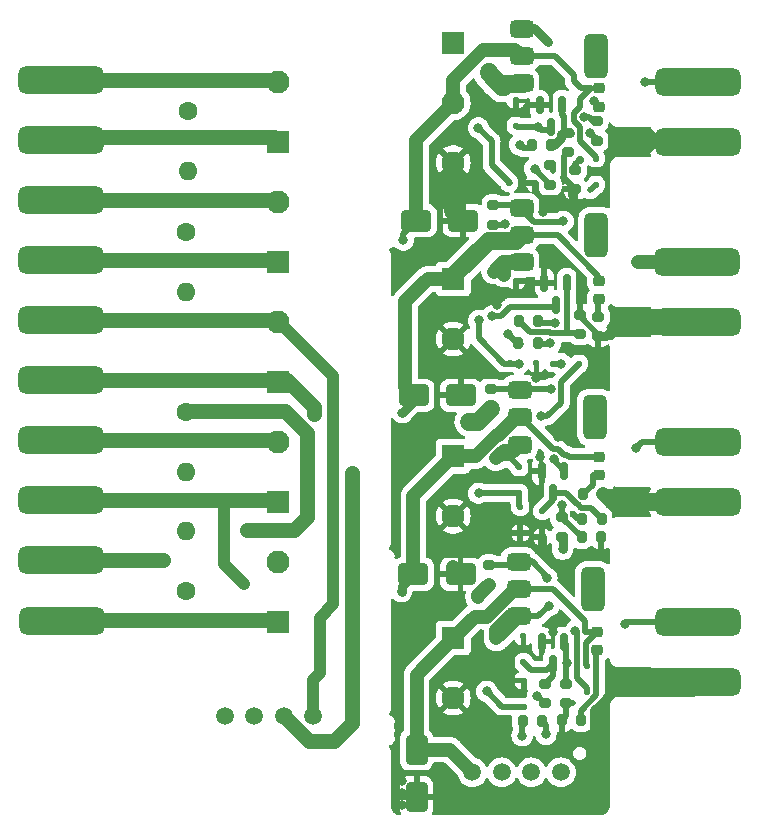
<source format=gbr>
%TF.GenerationSoftware,KiCad,Pcbnew,7.0.11*%
%TF.CreationDate,2025-06-29T11:26:32-04:00*%
%TF.ProjectId,14.1.5 - PMOS - PLC Connector Combined,31342e31-2e35-4202-9d20-504d4f53202d,rev?*%
%TF.SameCoordinates,Original*%
%TF.FileFunction,Copper,L1,Top*%
%TF.FilePolarity,Positive*%
%FSLAX46Y46*%
G04 Gerber Fmt 4.6, Leading zero omitted, Abs format (unit mm)*
G04 Created by KiCad (PCBNEW 7.0.11) date 2025-06-29 11:26:32*
%MOMM*%
%LPD*%
G01*
G04 APERTURE LIST*
G04 Aperture macros list*
%AMRoundRect*
0 Rectangle with rounded corners*
0 $1 Rounding radius*
0 $2 $3 $4 $5 $6 $7 $8 $9 X,Y pos of 4 corners*
0 Add a 4 corners polygon primitive as box body*
4,1,4,$2,$3,$4,$5,$6,$7,$8,$9,$2,$3,0*
0 Add four circle primitives for the rounded corners*
1,1,$1+$1,$2,$3*
1,1,$1+$1,$4,$5*
1,1,$1+$1,$6,$7*
1,1,$1+$1,$8,$9*
0 Add four rect primitives between the rounded corners*
20,1,$1+$1,$2,$3,$4,$5,0*
20,1,$1+$1,$4,$5,$6,$7,0*
20,1,$1+$1,$6,$7,$8,$9,0*
20,1,$1+$1,$8,$9,$2,$3,0*%
G04 Aperture macros list end*
%TA.AperFunction,SMDPad,CuDef*%
%ADD10RoundRect,0.200000X-0.275000X0.200000X-0.275000X-0.200000X0.275000X-0.200000X0.275000X0.200000X0*%
%TD*%
%TA.AperFunction,SMDPad,CuDef*%
%ADD11RoundRect,0.125000X0.125000X-0.125000X0.125000X0.125000X-0.125000X0.125000X-0.125000X-0.125000X0*%
%TD*%
%TA.AperFunction,ComponentPad*%
%ADD12R,1.950000X1.950000*%
%TD*%
%TA.AperFunction,ComponentPad*%
%ADD13C,1.950000*%
%TD*%
%TA.AperFunction,SMDPad,CuDef*%
%ADD14RoundRect,0.572500X-3.045750X-0.572500X3.045750X-0.572500X3.045750X0.572500X-3.045750X0.572500X0*%
%TD*%
%TA.AperFunction,SMDPad,CuDef*%
%ADD15RoundRect,0.200000X0.275000X-0.200000X0.275000X0.200000X-0.275000X0.200000X-0.275000X-0.200000X0*%
%TD*%
%TA.AperFunction,SMDPad,CuDef*%
%ADD16RoundRect,0.218750X0.256250X-0.218750X0.256250X0.218750X-0.256250X0.218750X-0.256250X-0.218750X0*%
%TD*%
%TA.AperFunction,SMDPad,CuDef*%
%ADD17RoundRect,0.125000X-0.125000X0.125000X-0.125000X-0.125000X0.125000X-0.125000X0.125000X0.125000X0*%
%TD*%
%TA.AperFunction,SMDPad,CuDef*%
%ADD18RoundRect,0.200000X0.200000X0.275000X-0.200000X0.275000X-0.200000X-0.275000X0.200000X-0.275000X0*%
%TD*%
%TA.AperFunction,SMDPad,CuDef*%
%ADD19RoundRect,0.250000X-0.650000X1.000000X-0.650000X-1.000000X0.650000X-1.000000X0.650000X1.000000X0*%
%TD*%
%TA.AperFunction,SMDPad,CuDef*%
%ADD20RoundRect,0.150000X-0.150000X0.587500X-0.150000X-0.587500X0.150000X-0.587500X0.150000X0.587500X0*%
%TD*%
%TA.AperFunction,SMDPad,CuDef*%
%ADD21RoundRect,0.200000X-0.200000X-0.275000X0.200000X-0.275000X0.200000X0.275000X-0.200000X0.275000X0*%
%TD*%
%TA.AperFunction,SMDPad,CuDef*%
%ADD22RoundRect,0.375000X-0.625000X-0.375000X0.625000X-0.375000X0.625000X0.375000X-0.625000X0.375000X0*%
%TD*%
%TA.AperFunction,SMDPad,CuDef*%
%ADD23RoundRect,0.500000X-0.500000X-1.400000X0.500000X-1.400000X0.500000X1.400000X-0.500000X1.400000X0*%
%TD*%
%TA.AperFunction,SMDPad,CuDef*%
%ADD24RoundRect,0.250000X-1.000000X-0.650000X1.000000X-0.650000X1.000000X0.650000X-1.000000X0.650000X0*%
%TD*%
%TA.AperFunction,SMDPad,CuDef*%
%ADD25RoundRect,0.125000X-0.125000X-0.125000X0.125000X-0.125000X0.125000X0.125000X-0.125000X0.125000X0*%
%TD*%
%TA.AperFunction,ComponentPad*%
%ADD26C,1.600000*%
%TD*%
%TA.AperFunction,ComponentPad*%
%ADD27O,1.600000X1.600000*%
%TD*%
%TA.AperFunction,ComponentPad*%
%ADD28C,1.498600*%
%TD*%
%TA.AperFunction,SMDPad,CuDef*%
%ADD29RoundRect,0.125000X0.125000X0.125000X-0.125000X0.125000X-0.125000X-0.125000X0.125000X-0.125000X0*%
%TD*%
%TA.AperFunction,ViaPad*%
%ADD30C,0.800000*%
%TD*%
%TA.AperFunction,ViaPad*%
%ADD31C,0.600000*%
%TD*%
%TA.AperFunction,ViaPad*%
%ADD32C,0.500000*%
%TD*%
%TA.AperFunction,ViaPad*%
%ADD33C,0.700000*%
%TD*%
%TA.AperFunction,Conductor*%
%ADD34C,0.508000*%
%TD*%
%TA.AperFunction,Conductor*%
%ADD35C,1.143000*%
%TD*%
%TA.AperFunction,Conductor*%
%ADD36C,0.250000*%
%TD*%
%TA.AperFunction,Conductor*%
%ADD37C,1.270000*%
%TD*%
%TA.AperFunction,Conductor*%
%ADD38C,1.016000*%
%TD*%
%TA.AperFunction,Conductor*%
%ADD39C,0.762000*%
%TD*%
%TA.AperFunction,Conductor*%
%ADD40C,1.524000*%
%TD*%
%TA.AperFunction,Conductor*%
%ADD41C,0.812800*%
%TD*%
G04 APERTURE END LIST*
D10*
%TO.P,R3,1*%
%TO.N,Net-(Q6-G)*%
X110880000Y-82750000D03*
%TO.P,R3,2*%
%TO.N,Net-(D10-K)*%
X110880000Y-84400000D03*
%TD*%
%TO.P,R7,1*%
%TO.N,Net-(Q10-G)*%
X110530000Y-113230000D03*
%TO.P,R7,2*%
%TO.N,Net-(D10-K)*%
X110530000Y-114880000D03*
%TD*%
D11*
%TO.P,D13,1,K*%
%TO.N,Net-(D10-K)*%
X118840000Y-123980000D03*
%TO.P,D13,2,A*%
%TO.N,Net-(D12-K)*%
X118840000Y-121780000D03*
%TD*%
D12*
%TO.P,J317,1,1*%
%TO.N,Net-(D10-A)*%
X107500000Y-89000000D03*
D13*
%TO.P,J317,2,2*%
%TO.N,GNDPWR*%
X107500000Y-94080000D03*
%TD*%
D14*
%TO.P,J302,1,Pin_1*%
%TO.N,Net-(J302-Pin_1)*%
X128210000Y-118050000D03*
%TD*%
D15*
%TO.P,R17,1*%
%TO.N,Net-(D5-K)*%
X119660000Y-77310000D03*
%TO.P,R17,2*%
%TO.N,Net-(Q5-G)*%
X119660000Y-75660000D03*
%TD*%
D16*
%TO.P,D3,1,K*%
%TO.N,Net-(D3-K)*%
X119690000Y-120455000D03*
%TO.P,D3,2,A*%
%TO.N,Net-(D12-K)*%
X119690000Y-118880000D03*
%TD*%
D14*
%TO.P,J310,1,Pin_1*%
%TO.N,Net-(J304-Pin_1)*%
X128240000Y-72320000D03*
%TD*%
D17*
%TO.P,D7,1,K*%
%TO.N,Net-(D7-K)*%
X115040000Y-108642500D03*
%TO.P,D7,2,A*%
%TO.N,GNDPWR*%
X115040000Y-110842500D03*
%TD*%
D15*
%TO.P,R5,1*%
%TO.N,Net-(J314-Pin_1)*%
X116700000Y-110840000D03*
%TO.P,R5,2*%
%TO.N,Net-(Q2-G)*%
X116700000Y-109190000D03*
%TD*%
D17*
%TO.P,D14,1,K*%
%TO.N,Net-(D11-A)*%
X113190000Y-108302500D03*
%TO.P,D14,2,A*%
%TO.N,GNDPWR*%
X113190000Y-110502500D03*
%TD*%
D18*
%TO.P,R21,1*%
%TO.N,Net-(J306-Pin_1)*%
X114685000Y-92570000D03*
%TO.P,R21,2*%
%TO.N,Net-(Q3-G)*%
X113035000Y-92570000D03*
%TD*%
%TO.P,R14,1*%
%TO.N,GNDPWR*%
X120030000Y-110880000D03*
%TO.P,R14,2*%
%TO.N,Net-(Q2-G)*%
X118380000Y-110880000D03*
%TD*%
D14*
%TO.P,J210,1,Pin_1*%
%TO.N,Net-(J210-Pin_1)*%
X74278250Y-72187224D03*
%TD*%
D17*
%TO.P,D11,1,K*%
%TO.N,Net-(D10-K)*%
X113110000Y-104942500D03*
%TO.P,D11,2,A*%
%TO.N,Net-(D11-A)*%
X113110000Y-107142500D03*
%TD*%
D16*
%TO.P,D1,1,K*%
%TO.N,Net-(D1-K)*%
X119820000Y-74437500D03*
%TO.P,D1,2,A*%
%TO.N,Net-(D1-A)*%
X119820000Y-72862500D03*
%TD*%
D14*
%TO.P,J209,1,Pin_1*%
%TO.N,M*%
X74278250Y-77245000D03*
%TD*%
D10*
%TO.P,R6,1*%
%TO.N,Net-(Q8-G)*%
X110680000Y-98335000D03*
%TO.P,R6,2*%
%TO.N,Net-(D10-K)*%
X110680000Y-99985000D03*
%TD*%
D19*
%TO.P,D303,1*%
%TO.N,Net-(D12-K)*%
X104400000Y-128862500D03*
%TO.P,D303,2*%
%TO.N,GNDPWR*%
X104400000Y-132862500D03*
%TD*%
D20*
%TO.P,Q1,1,G*%
%TO.N,Net-(Q1-G)*%
X116880000Y-119700000D03*
%TO.P,Q1,2,S*%
%TO.N,GNDPWR*%
X114980000Y-119700000D03*
%TO.P,Q1,3,D*%
%TO.N,Net-(D8-K)*%
X115930000Y-121575000D03*
%TD*%
D21*
%TO.P,R18,1*%
%TO.N,Net-(Q8-G)*%
X118415000Y-109310000D03*
%TO.P,R18,2*%
%TO.N,Net-(D7-K)*%
X120065000Y-109310000D03*
%TD*%
D14*
%TO.P,J314,1,Pin_1*%
%TO.N,Net-(J314-Pin_1)*%
X128230000Y-102820000D03*
%TD*%
%TO.P,J311,1,Pin_1*%
%TO.N,GNDPWR*%
X128260000Y-92650000D03*
%TD*%
D22*
%TO.P,Q8,1,G*%
%TO.N,Net-(Q8-G)*%
X113170000Y-98420000D03*
%TO.P,Q8,2,D*%
%TO.N,Net-(D11-A)*%
X113170000Y-100720000D03*
%TO.P,Q8,3,S*%
%TO.N,Net-(D10-K)*%
X113170000Y-103020000D03*
D23*
%TO.P,Q8,4*%
%TO.N,N/C*%
X119470000Y-100720000D03*
%TD*%
D14*
%TO.P,J206,1,Pin_1*%
%TO.N,Net-(J206-Pin_1)*%
X74308250Y-92488334D03*
%TD*%
D11*
%TO.P,D6,1,K*%
%TO.N,Net-(D6-K)*%
X112830000Y-91357500D03*
%TO.P,D6,2,A*%
%TO.N,GNDPWR*%
X112830000Y-89157500D03*
%TD*%
D14*
%TO.P,J306,1,Pin_1*%
%TO.N,Net-(J306-Pin_1)*%
X128180000Y-87590000D03*
%TD*%
%TO.P,J307,1,Pin_1*%
%TO.N,GNDPWR*%
X128230000Y-123140000D03*
%TD*%
D24*
%TO.P,D302,1*%
%TO.N,Net-(D11-A)*%
X104120000Y-113990000D03*
%TO.P,D302,2*%
%TO.N,GNDPWR*%
X108120000Y-113990000D03*
%TD*%
D22*
%TO.P,Q6,1,G*%
%TO.N,Net-(Q6-G)*%
X113300000Y-83007500D03*
%TO.P,Q6,2,D*%
%TO.N,Net-(D10-A)*%
X113300000Y-85307500D03*
%TO.P,Q6,3,S*%
%TO.N,Net-(D10-K)*%
X113300000Y-87607500D03*
D23*
%TO.P,Q6,4*%
%TO.N,N/C*%
X119600000Y-85307500D03*
%TD*%
D21*
%TO.P,R12,1*%
%TO.N,Net-(D4-K)*%
X118520000Y-107180000D03*
%TO.P,R12,2*%
%TO.N,GNDPWR*%
X120170000Y-107180000D03*
%TD*%
D25*
%TO.P,D15,1,K*%
%TO.N,Net-(D10-A)*%
X112350000Y-96140000D03*
%TO.P,D15,2,A*%
%TO.N,GNDPWR*%
X114550000Y-96140000D03*
%TD*%
D14*
%TO.P,J202,1,Pin_1*%
%TO.N,Net-(J202-Pin_1)*%
X74298250Y-112799446D03*
%TD*%
%TO.P,J309,1,Pin_1*%
%TO.N,GNDPWR*%
X128230000Y-77420000D03*
%TD*%
D20*
%TO.P,Q2,1,G*%
%TO.N,Net-(Q2-G)*%
X116900000Y-105240000D03*
%TO.P,Q2,2,S*%
%TO.N,GNDPWR*%
X115000000Y-105240000D03*
%TO.P,Q2,3,D*%
%TO.N,Net-(D7-K)*%
X115950000Y-107115000D03*
%TD*%
D11*
%TO.P,D5,1,K*%
%TO.N,Net-(D5-K)*%
X112800000Y-76017500D03*
%TO.P,D5,2,A*%
%TO.N,GNDPWR*%
X112800000Y-73817500D03*
%TD*%
D15*
%TO.P,R10,1*%
%TO.N,GNDPWR*%
X119780000Y-93860000D03*
%TO.P,R10,2*%
%TO.N,Net-(D2-K)*%
X119780000Y-92210000D03*
%TD*%
D26*
%TO.P,R204,1*%
%TO.N,M*%
X85008250Y-74782224D03*
D27*
%TO.P,R204,2*%
%TO.N,Net-(J208-Pin_1)*%
X85008250Y-79862224D03*
%TD*%
D12*
%TO.P,J222,1,1*%
%TO.N,Net-(J205-Pin_1)*%
X92640000Y-97740000D03*
D13*
%TO.P,J222,2,2*%
%TO.N,Net-(J206-Pin_1)*%
X92640000Y-92660000D03*
%TD*%
D14*
%TO.P,J203,1,Pin_1*%
%TO.N,Net-(J203-Pin_1)*%
X74308250Y-107721668D03*
%TD*%
D11*
%TO.P,D12,1,K*%
%TO.N,Net-(D12-K)*%
X113460000Y-125200000D03*
%TO.P,D12,2,A*%
%TO.N,GNDPWR*%
X113460000Y-123000000D03*
%TD*%
D26*
%TO.P,R202,1*%
%TO.N,M*%
X84918250Y-100297224D03*
D27*
%TO.P,R202,2*%
%TO.N,Net-(J202-Pin_1)*%
X84918250Y-105377224D03*
%TD*%
D21*
%TO.P,R20,1*%
%TO.N,Net-(Q6-G)*%
X113020000Y-94460000D03*
%TO.P,R20,2*%
%TO.N,Net-(D6-K)*%
X114670000Y-94460000D03*
%TD*%
%TO.P,R4,1*%
%TO.N,Net-(J304-Pin_1)*%
X114135000Y-77680000D03*
%TO.P,R4,2*%
%TO.N,Net-(Q4-G)*%
X115785000Y-77680000D03*
%TD*%
D14*
%TO.P,J315,1,Pin_1*%
%TO.N,GNDPWR*%
X128210000Y-107880000D03*
%TD*%
%TO.P,J208,1,Pin_1*%
%TO.N,Net-(J208-Pin_1)*%
X74298250Y-82342778D03*
%TD*%
D12*
%TO.P,J224,1,1*%
%TO.N,Net-(J201-Pin_1)*%
X92640000Y-118060000D03*
D13*
%TO.P,J224,2,2*%
%TO.N,Net-(J202-Pin_1)*%
X92640000Y-112980000D03*
%TD*%
D12*
%TO.P,J320,1,1*%
%TO.N,Net-(D11-A)*%
X107500000Y-104000000D03*
D13*
%TO.P,J320,2,2*%
%TO.N,GNDPWR*%
X107500000Y-109080000D03*
%TD*%
D24*
%TO.P,D301,1*%
%TO.N,Net-(D10-A)*%
X104160000Y-98860000D03*
%TO.P,D301,2*%
%TO.N,GNDPWR*%
X108160000Y-98860000D03*
%TD*%
D26*
%TO.P,R201,1*%
%TO.N,Net-(J201-Pin_1)*%
X84878250Y-115392224D03*
D27*
%TO.P,R201,2*%
%TO.N,M*%
X84878250Y-110312224D03*
%TD*%
D20*
%TO.P,Q3,1,G*%
%TO.N,Net-(Q3-G)*%
X117120000Y-89315000D03*
%TO.P,Q3,2,S*%
%TO.N,GNDPWR*%
X115220000Y-89315000D03*
%TO.P,Q3,3,D*%
%TO.N,Net-(D6-K)*%
X116170000Y-91190000D03*
%TD*%
D28*
%TO.P,J226,1,1*%
%TO.N,Net-(J206-Pin_1)*%
X95660000Y-125970000D03*
%TO.P,J226,2,2*%
%TO.N,Net-(J205-Pin_1)*%
X93160000Y-125970000D03*
%TO.P,J226,3,3*%
%TO.N,Net-(J204-Pin_1)*%
X90660000Y-125970000D03*
%TO.P,J226,4,4*%
%TO.N,Net-(J203-Pin_1)*%
X88160000Y-125970000D03*
%TD*%
D14*
%TO.P,J201,1,Pin_1*%
%TO.N,Net-(J201-Pin_1)*%
X74370000Y-117920000D03*
%TD*%
D18*
%TO.P,R8,1*%
%TO.N,Net-(J302-Pin_1)*%
X115040000Y-126430000D03*
%TO.P,R8,2*%
%TO.N,Net-(Q1-G)*%
X113390000Y-126430000D03*
%TD*%
D21*
%TO.P,R11,1*%
%TO.N,GNDPWR*%
X116690000Y-126380000D03*
%TO.P,R11,2*%
%TO.N,Net-(D3-K)*%
X118340000Y-126380000D03*
%TD*%
D29*
%TO.P,D10,1,K*%
%TO.N,Net-(D10-K)*%
X118160000Y-96160000D03*
%TO.P,D10,2,A*%
%TO.N,Net-(D10-A)*%
X115960000Y-96160000D03*
%TD*%
D12*
%TO.P,J318,1,1*%
%TO.N,Net-(D10-K)*%
X107500000Y-69000000D03*
D13*
%TO.P,J318,2,2*%
%TO.N,Net-(D1-A)*%
X107500000Y-74080000D03*
%TO.P,J318,3,3*%
%TO.N,GNDPWR*%
X107500000Y-79160000D03*
%TD*%
D22*
%TO.P,Q5,1,G*%
%TO.N,Net-(Q5-G)*%
X113300000Y-67840000D03*
%TO.P,Q5,2,D*%
%TO.N,Net-(D1-A)*%
X113300000Y-70140000D03*
%TO.P,Q5,3,S*%
%TO.N,Net-(D10-K)*%
X113300000Y-72440000D03*
D23*
%TO.P,Q5,4*%
%TO.N,N/C*%
X119600000Y-70140000D03*
%TD*%
D15*
%TO.P,R9,1*%
%TO.N,GNDPWR*%
X117850000Y-81405000D03*
%TO.P,R9,2*%
%TO.N,Net-(D1-K)*%
X117850000Y-79755000D03*
%TD*%
D16*
%TO.P,D4,1,K*%
%TO.N,Net-(D4-K)*%
X119820000Y-105625000D03*
%TO.P,D4,2,A*%
%TO.N,Net-(D11-A)*%
X119820000Y-104050000D03*
%TD*%
D25*
%TO.P,D16,1,K*%
%TO.N,Net-(D1-A)*%
X112230000Y-80860000D03*
%TO.P,D16,2,A*%
%TO.N,GNDPWR*%
X114430000Y-80860000D03*
%TD*%
D15*
%TO.P,R19,1*%
%TO.N,Net-(Q10-G)*%
X115260000Y-124935000D03*
%TO.P,R19,2*%
%TO.N,Net-(D8-K)*%
X115260000Y-123285000D03*
%TD*%
D10*
%TO.P,R15,1*%
%TO.N,GNDPWR*%
X118220000Y-92030000D03*
%TO.P,R15,2*%
%TO.N,Net-(Q3-G)*%
X118220000Y-93680000D03*
%TD*%
D24*
%TO.P,D309,1*%
%TO.N,Net-(D1-A)*%
X104360000Y-84070000D03*
%TO.P,D309,2*%
%TO.N,GNDPWR*%
X108360000Y-84070000D03*
%TD*%
D26*
%TO.P,R203,1*%
%TO.N,Net-(J207-Pin_1)*%
X84918250Y-85002224D03*
D27*
%TO.P,R203,2*%
%TO.N,M*%
X84918250Y-90082224D03*
%TD*%
D20*
%TO.P,Q4,1,G*%
%TO.N,Net-(Q4-G)*%
X116710000Y-74272500D03*
%TO.P,Q4,2,S*%
%TO.N,GNDPWR*%
X114810000Y-74272500D03*
%TO.P,Q4,3,D*%
%TO.N,Net-(D5-K)*%
X115760000Y-76147500D03*
%TD*%
D14*
%TO.P,J204,1,Pin_1*%
%TO.N,Net-(J204-Pin_1)*%
X74298250Y-102653890D03*
%TD*%
%TO.P,J207,1,Pin_1*%
%TO.N,Net-(J207-Pin_1)*%
X74308250Y-87400556D03*
%TD*%
%TO.P,J205,1,Pin_1*%
%TO.N,Net-(J205-Pin_1)*%
X74280000Y-97590000D03*
%TD*%
D12*
%TO.P,J221,1,1*%
%TO.N,Net-(J203-Pin_1)*%
X92640000Y-107900000D03*
D13*
%TO.P,J221,2,2*%
%TO.N,Net-(J204-Pin_1)*%
X92640000Y-102820000D03*
%TD*%
D11*
%TO.P,D8,1,K*%
%TO.N,Net-(D8-K)*%
X113450000Y-121457500D03*
%TO.P,D8,2,A*%
%TO.N,GNDPWR*%
X113450000Y-119257500D03*
%TD*%
D12*
%TO.P,J223,1,1*%
%TO.N,M*%
X92640000Y-77420000D03*
D13*
%TO.P,J223,2,2*%
%TO.N,Net-(J210-Pin_1)*%
X92640000Y-72340000D03*
%TD*%
D22*
%TO.P,Q10,1,G*%
%TO.N,Net-(Q10-G)*%
X113040000Y-112960000D03*
%TO.P,Q10,2,D*%
%TO.N,Net-(D12-K)*%
X113040000Y-115260000D03*
%TO.P,Q10,3,S*%
%TO.N,Net-(D10-K)*%
X113040000Y-117560000D03*
D23*
%TO.P,Q10,4*%
%TO.N,N/C*%
X119340000Y-115260000D03*
%TD*%
D12*
%TO.P,J225,1,1*%
%TO.N,Net-(J207-Pin_1)*%
X92640000Y-87580000D03*
D13*
%TO.P,J225,2,2*%
%TO.N,Net-(J208-Pin_1)*%
X92640000Y-82500000D03*
%TD*%
D16*
%TO.P,D2,1,K*%
%TO.N,Net-(D2-K)*%
X119820000Y-90710000D03*
%TO.P,D2,2,A*%
%TO.N,Net-(D10-A)*%
X119820000Y-89135000D03*
%TD*%
D10*
%TO.P,R13,1*%
%TO.N,Net-(Q1-G)*%
X117040000Y-123265000D03*
%TO.P,R13,2*%
%TO.N,GNDPWR*%
X117040000Y-124915000D03*
%TD*%
D15*
%TO.P,R1,1*%
%TO.N,Net-(Q5-G)*%
X115700000Y-81025000D03*
%TO.P,R1,2*%
%TO.N,Net-(D10-K)*%
X115700000Y-79375000D03*
%TD*%
D11*
%TO.P,D9,1,K*%
%TO.N,Net-(D10-K)*%
X119590000Y-81010000D03*
%TO.P,D9,2,A*%
%TO.N,Net-(D1-A)*%
X119590000Y-78810000D03*
%TD*%
D12*
%TO.P,J319,1,1*%
%TO.N,Net-(D12-K)*%
X107500000Y-119400000D03*
D13*
%TO.P,J319,2,2*%
%TO.N,GNDPWR*%
X107500000Y-124480000D03*
%TD*%
D15*
%TO.P,R2,1*%
%TO.N,GNDPWR*%
X117260000Y-78270000D03*
%TO.P,R2,2*%
%TO.N,Net-(Q4-G)*%
X117260000Y-76620000D03*
%TD*%
D28*
%TO.P,J321,1,1*%
%TO.N,Net-(D1-A)*%
X116620000Y-130760000D03*
%TO.P,J321,2,2*%
%TO.N,Net-(D10-A)*%
X114120000Y-130760000D03*
%TO.P,J321,3,3*%
%TO.N,Net-(D11-A)*%
X111620000Y-130760000D03*
%TO.P,J321,4,4*%
%TO.N,Net-(D12-K)*%
X109120000Y-130760000D03*
%TD*%
D30*
%TO.N,Net-(J306-Pin_1)*%
X123120000Y-87640000D03*
X116101130Y-92741130D03*
%TO.N,Net-(J302-Pin_1)*%
X122080000Y-118210000D03*
X115360000Y-127560000D03*
%TO.N,Net-(J304-Pin_1)*%
X123780000Y-72340000D03*
X113114000Y-77620000D03*
%TO.N,Net-(J201-Pin_1)*%
X79471250Y-117874224D03*
X80868250Y-117874224D03*
X82265250Y-117874224D03*
%TO.N,Net-(J202-Pin_1)*%
X79471250Y-112794224D03*
X80868250Y-112794224D03*
X82392250Y-112794224D03*
%TO.N,Net-(J203-Pin_1)*%
X79471250Y-107714224D03*
X89758150Y-114826224D03*
X81249250Y-107714224D03*
X82773250Y-107714224D03*
%TO.N,Net-(J204-Pin_1)*%
X81249250Y-102634224D03*
X79598250Y-102634224D03*
X82773250Y-102634224D03*
%TO.N,Net-(J205-Pin_1)*%
X95679002Y-100444402D03*
X79852250Y-97554224D03*
X81503250Y-97554224D03*
X98902250Y-105440000D03*
X83027250Y-97554224D03*
%TO.N,Net-(J206-Pin_1)*%
X83281250Y-92474224D03*
X79852250Y-92474224D03*
X81630248Y-92474224D03*
%TO.N,Net-(J207-Pin_1)*%
X83027250Y-87394224D03*
X81376250Y-87394224D03*
X79852250Y-87394224D03*
%TO.N,Net-(J208-Pin_1)*%
X81503250Y-82314224D03*
X79725250Y-82314224D03*
X83281250Y-82314224D03*
%TO.N,M*%
X82773250Y-76980224D03*
X79344250Y-76980224D03*
X90012252Y-110254224D03*
X91282250Y-100221224D03*
X92425250Y-100221224D03*
X80995250Y-76980224D03*
X91028250Y-110254224D03*
%TO.N,Net-(J314-Pin_1)*%
X122980000Y-103290000D03*
X116760000Y-111890000D03*
%TO.N,GNDPWR*%
X111210000Y-91200000D03*
X115930000Y-118870000D03*
X115150000Y-112040000D03*
X119990000Y-82520000D03*
X118760000Y-97780000D03*
X110760000Y-111470000D03*
X123880000Y-76700000D03*
X103190000Y-133540000D03*
X122930000Y-76700000D03*
X123350000Y-93310000D03*
X123470000Y-122610000D03*
X124250000Y-123800000D03*
X123330000Y-107490000D03*
X116360000Y-102420000D03*
X124260000Y-122570000D03*
X123350000Y-108550000D03*
X121680000Y-92100000D03*
X121930000Y-108580000D03*
X121680000Y-93350000D03*
X103180000Y-132500000D03*
X123460000Y-123820000D03*
X103180000Y-131480000D03*
X122960000Y-77960000D03*
X114510000Y-97380000D03*
X123350000Y-92100000D03*
X110798870Y-81048870D03*
X121950000Y-107390000D03*
X116480000Y-72180000D03*
X123850000Y-77890000D03*
X114830000Y-104100000D03*
X115090672Y-83339328D03*
%TO.N,Net-(D10-A)*%
X116630000Y-96160000D03*
X103200000Y-100320000D03*
X109680000Y-92500000D03*
X113070000Y-96160000D03*
%TO.N,Net-(D5-K)*%
X114700000Y-76120000D03*
X119088933Y-76621067D03*
%TO.N,Net-(D6-K)*%
X110790000Y-92140000D03*
X115730000Y-94449130D03*
%TO.N,Net-(Q1-G)*%
X117110000Y-121510000D03*
X113340000Y-127670000D03*
%TO.N,Net-(Q2-G)*%
X116700000Y-108160000D03*
X116000000Y-104240000D03*
%TO.N,Net-(Q5-G)*%
X118581260Y-75286740D03*
X115550000Y-68940000D03*
X114390000Y-79660000D03*
%TO.N,Net-(Q6-G)*%
X112160000Y-93650000D03*
X116810000Y-84130000D03*
%TO.N,Net-(Q8-G)*%
X115750000Y-98310000D03*
D31*
X117668190Y-108888058D03*
D30*
%TO.N,Net-(Q10-G)*%
X115440000Y-114360000D03*
X114620000Y-124280000D03*
%TO.N,Net-(D11-A)*%
X103130000Y-115490000D03*
X109657500Y-107142500D03*
%TO.N,Net-(D10-K)*%
X117831130Y-118808870D03*
X108840000Y-101060000D03*
X111800000Y-72790000D03*
D32*
X119060122Y-81497617D03*
X115950000Y-79890000D03*
D30*
X109610000Y-115950000D03*
X114910000Y-100635000D03*
X111500000Y-118380000D03*
X111160000Y-119440000D03*
X109830000Y-101020000D03*
X111150000Y-104200000D03*
X115614000Y-116656000D03*
X111640000Y-87750000D03*
X111121811Y-72277590D03*
X111930000Y-88730000D03*
X111870000Y-84370000D03*
X111760000Y-103560000D03*
X110490000Y-71480000D03*
X110960000Y-88370000D03*
%TO.N,Net-(D1-K)*%
X119426265Y-73900000D03*
D33*
X118205033Y-78906000D03*
D30*
%TO.N,Net-(D1-A)*%
X109630000Y-76210000D03*
X103270000Y-85720000D03*
%TO.N,Net-(D12-K)*%
X110345000Y-123915000D03*
%TD*%
D34*
%TO.N,Net-(J306-Pin_1)*%
X116100000Y-92740000D02*
X114855000Y-92740000D01*
X123120000Y-87640000D02*
X123180000Y-87580000D01*
X114855000Y-92740000D02*
X114685000Y-92570000D01*
D35*
X123180000Y-87580000D02*
X128180000Y-87580000D01*
D34*
X116101130Y-92741130D02*
X116100000Y-92740000D01*
%TO.N,Net-(J302-Pin_1)*%
X115360000Y-126750000D02*
X115040000Y-126430000D01*
X128210000Y-118050000D02*
X122240000Y-118050000D01*
X122240000Y-118050000D02*
X122080000Y-118210000D01*
X115360000Y-127560000D02*
X115360000Y-126750000D01*
%TO.N,Net-(J304-Pin_1)*%
X123780000Y-72340000D02*
X128220000Y-72340000D01*
D36*
X128150000Y-72410000D02*
X128240000Y-72320000D01*
D34*
X113114000Y-77620000D02*
X113404000Y-77910000D01*
X128170000Y-72390000D02*
X128240000Y-72320000D01*
X128220000Y-72340000D02*
X128240000Y-72320000D01*
X113404000Y-77910000D02*
X114135000Y-77910000D01*
D37*
%TO.N,Net-(J201-Pin_1)*%
X92298250Y-117874224D02*
X74292163Y-117874224D01*
X74292163Y-117874224D02*
X74290616Y-117875771D01*
X92425250Y-117747224D02*
X92298250Y-117874224D01*
%TO.N,Net-(J202-Pin_1)*%
X82900250Y-112794224D02*
X74282641Y-112794224D01*
X74282641Y-112794224D02*
X74273772Y-112803093D01*
D38*
%TO.N,Net-(J203-Pin_1)*%
X88107250Y-113175324D02*
X89758150Y-114826224D01*
D37*
X92425250Y-107587224D02*
X92298250Y-107714224D01*
X74287595Y-107731527D02*
X74295588Y-107739520D01*
X74304898Y-107714224D02*
X74287595Y-107731527D01*
X74295588Y-107739520D02*
X79090250Y-107739520D01*
D38*
X88107250Y-107714224D02*
X88107250Y-113175324D01*
D37*
X92298250Y-107714224D02*
X88107250Y-107714224D01*
X88107250Y-107714224D02*
X74304898Y-107714224D01*
%TO.N,Net-(J204-Pin_1)*%
X92425250Y-102507224D02*
X92298250Y-102634224D01*
X92298250Y-102634224D02*
X74288698Y-102634224D01*
X74288698Y-102634224D02*
X74270525Y-102652397D01*
%TO.N,Net-(J205-Pin_1)*%
X95679002Y-99869002D02*
X95679002Y-100444402D01*
X74208250Y-97576109D02*
X93386109Y-97576109D01*
X95280000Y-128090000D02*
X97390000Y-128090000D01*
X98902250Y-126577750D02*
X98902250Y-105440000D01*
X93160000Y-125970000D02*
X95280000Y-128090000D01*
X97390000Y-128090000D02*
X98902250Y-126577750D01*
X93386109Y-97576109D02*
X95679002Y-99869002D01*
%TO.N,Net-(J206-Pin_1)*%
X74259168Y-92494687D02*
X79090250Y-92494687D01*
D38*
X96188250Y-122371750D02*
X96188250Y-117667224D01*
D37*
X92425250Y-92347224D02*
X92298250Y-92474224D01*
D38*
X96188250Y-117667224D02*
X97324258Y-116531216D01*
D37*
X92298250Y-92474224D02*
X74279353Y-92474224D01*
X74259029Y-92494548D02*
X74259168Y-92494687D01*
D38*
X95620000Y-122940000D02*
X96188250Y-122371750D01*
X97324258Y-97246232D02*
X92425250Y-92347224D01*
X95620000Y-125930000D02*
X95620000Y-122940000D01*
X95660000Y-125970000D02*
X95620000Y-125930000D01*
X97324258Y-116531216D02*
X97324258Y-97246232D01*
D37*
X74279353Y-92474224D02*
X74259029Y-92494548D01*
%TO.N,Net-(J207-Pin_1)*%
X92425250Y-87267224D02*
X92298250Y-87394224D01*
X92298250Y-87394224D02*
X74277496Y-87394224D01*
X74277496Y-87394224D02*
X74272933Y-87398787D01*
%TO.N,Net-(J208-Pin_1)*%
X92298250Y-82314224D02*
X74322732Y-82314224D01*
X92425250Y-82187224D02*
X92298250Y-82314224D01*
X74322732Y-82314224D02*
X74290929Y-82346027D01*
%TO.N,M*%
X95110000Y-102070000D02*
X95110000Y-109175474D01*
X94031250Y-110254224D02*
X90012252Y-110254224D01*
X74595318Y-76970000D02*
X74313791Y-77251527D01*
D36*
X79088577Y-77251527D02*
X74313791Y-77251527D01*
D37*
X93261224Y-100221224D02*
X95110000Y-102070000D01*
D36*
X79105880Y-77234224D02*
X79088577Y-77251527D01*
D37*
X95110000Y-109175474D02*
X94031250Y-110254224D01*
X84805250Y-100221224D02*
X93261224Y-100221224D01*
X92288026Y-76970000D02*
X74595318Y-76970000D01*
X92425250Y-77107224D02*
X92288026Y-76970000D01*
%TO.N,Net-(J210-Pin_1)*%
X74268986Y-72175201D02*
X92500273Y-72175201D01*
D34*
%TO.N,Net-(J314-Pin_1)*%
X122980000Y-103290000D02*
X123450000Y-102820000D01*
X123450000Y-102820000D02*
X128230000Y-102820000D01*
D39*
X116760000Y-110900000D02*
X116700000Y-110840000D01*
X116760000Y-111890000D02*
X116760000Y-110900000D01*
D40*
%TO.N,GNDPWR*%
X128230000Y-107920000D02*
X122480000Y-107920000D01*
X123948510Y-123140000D02*
X123460000Y-123628510D01*
D35*
X123647990Y-77420000D02*
X122930000Y-76702010D01*
X123230000Y-107390000D02*
X123330000Y-107490000D01*
D39*
X115040000Y-111930000D02*
X115040000Y-110842500D01*
D40*
X122480000Y-107920000D02*
X121950000Y-107390000D01*
D35*
X127710000Y-92100000D02*
X128260000Y-92650000D01*
X122431490Y-108388510D02*
X123330000Y-107490000D01*
D40*
X123720000Y-107880000D02*
X123330000Y-107490000D01*
D34*
X118290000Y-92224562D02*
X119780000Y-93714562D01*
D35*
X122260000Y-92680000D02*
X121680000Y-92100000D01*
X128260000Y-92680000D02*
X122339010Y-92680000D01*
X128260000Y-92680000D02*
X123980000Y-92680000D01*
D34*
X120338000Y-124555558D02*
X120338000Y-124492000D01*
D40*
X107500000Y-79160000D02*
X107500000Y-83210000D01*
D35*
X124260000Y-122570000D02*
X127660000Y-122570000D01*
D40*
X122398510Y-107920000D02*
X121930000Y-108388510D01*
D39*
X120547634Y-93718142D02*
X120926766Y-93339010D01*
D34*
X117500000Y-81435000D02*
X117500000Y-82000000D01*
D35*
X128230000Y-77420000D02*
X124320000Y-77420000D01*
D40*
X128230000Y-107920000D02*
X122398510Y-107920000D01*
D35*
X121680000Y-92100000D02*
X123350000Y-92100000D01*
X127660000Y-122570000D02*
X128220000Y-123130000D01*
D40*
X128230000Y-123140000D02*
X127741490Y-123628510D01*
D34*
X118290000Y-91980000D02*
X118290000Y-92224562D01*
D39*
X123310000Y-93350000D02*
X123350000Y-93310000D01*
D34*
X119370000Y-127150000D02*
X119370000Y-125523558D01*
X120120000Y-127900000D02*
X119370000Y-127150000D01*
D35*
X124320000Y-77420000D02*
X123850000Y-77890000D01*
D40*
X127741490Y-123628510D02*
X124250000Y-123628510D01*
D34*
X115090672Y-82283172D02*
X114472500Y-81665000D01*
D41*
X122339010Y-92680000D02*
X121680000Y-93339010D01*
D40*
X128230000Y-123140000D02*
X123997490Y-123140000D01*
D35*
X123980000Y-92680000D02*
X123350000Y-93310000D01*
D34*
X114472500Y-81665000D02*
X114472500Y-80900000D01*
D35*
X123350000Y-92100000D02*
X127710000Y-92100000D01*
D34*
X116921000Y-80476000D02*
X117850000Y-81405000D01*
X117040000Y-126030000D02*
X116690000Y-126380000D01*
D40*
X123858510Y-107880000D02*
X123350000Y-108388510D01*
D34*
X119370000Y-125523558D02*
X120338000Y-124555558D01*
D40*
X128210000Y-107880000D02*
X123720000Y-107880000D01*
D34*
X127550000Y-123800000D02*
X128220000Y-123130000D01*
D35*
X124597990Y-77420000D02*
X123880000Y-76702010D01*
D34*
X121930000Y-108580000D02*
X123320000Y-108580000D01*
D39*
X119780000Y-93860000D02*
X120434508Y-93860000D01*
D35*
X123500000Y-77420000D02*
X122960000Y-77960000D01*
D34*
X116921000Y-78609000D02*
X116921000Y-80476000D01*
D35*
X123350000Y-92100000D02*
X123350000Y-93310000D01*
D40*
X123997490Y-123140000D02*
X123470000Y-122612510D01*
D34*
X120338000Y-124492000D02*
X121030000Y-123800000D01*
X117500000Y-82000000D02*
X118020000Y-82520000D01*
X117260000Y-78270000D02*
X116921000Y-78609000D01*
D39*
X115150000Y-112040000D02*
X115040000Y-111930000D01*
D35*
X128230000Y-77420000D02*
X124597990Y-77420000D01*
D40*
X128210000Y-107880000D02*
X123858510Y-107880000D01*
D34*
X118020000Y-82520000D02*
X119990000Y-82520000D01*
X115090672Y-83339328D02*
X115090672Y-82283172D01*
X119780000Y-93714562D02*
X119780000Y-93860000D01*
X117040000Y-124915000D02*
X117675000Y-124915000D01*
D35*
X128260000Y-92680000D02*
X122260000Y-92680000D01*
D34*
X123780000Y-77960000D02*
X123850000Y-77890000D01*
D35*
X121950000Y-107390000D02*
X123230000Y-107390000D01*
X120170000Y-107180000D02*
X120380000Y-107390000D01*
D34*
X124250000Y-123800000D02*
X127550000Y-123800000D01*
D35*
X107500000Y-113370000D02*
X108120000Y-113990000D01*
D34*
X121030000Y-123800000D02*
X124250000Y-123800000D01*
X117040000Y-124915000D02*
X117040000Y-126030000D01*
X122960000Y-77960000D02*
X123780000Y-77960000D01*
D35*
X128200000Y-77420000D02*
X124320000Y-77420000D01*
D40*
X107500000Y-83210000D02*
X108360000Y-84070000D01*
D35*
X121378510Y-108388510D02*
X122431490Y-108388510D01*
X120380000Y-107390000D02*
X121950000Y-107390000D01*
X128200000Y-77420000D02*
X123500000Y-77420000D01*
D39*
X120926766Y-93339010D02*
X121680000Y-93339010D01*
D40*
X128230000Y-123140000D02*
X123948510Y-123140000D01*
D35*
X128230000Y-77420000D02*
X123647990Y-77420000D01*
D39*
X127600000Y-93310000D02*
X128260000Y-92650000D01*
X120434508Y-93860000D02*
X120547634Y-93718142D01*
D34*
X123320000Y-108580000D02*
X123350000Y-108550000D01*
D39*
X123350000Y-93310000D02*
X127600000Y-93310000D01*
X121680000Y-93350000D02*
X123310000Y-93350000D01*
D40*
X107500000Y-79160000D02*
X107530000Y-79190000D01*
D35*
X121680000Y-92100000D02*
X121680000Y-93339010D01*
X120170000Y-107180000D02*
X121378510Y-108388510D01*
D39*
%TO.N,Net-(D10-A)*%
X104160000Y-99360000D02*
X104160000Y-98860000D01*
D34*
X115960000Y-96160000D02*
X116630000Y-96160000D01*
D40*
X112845500Y-85762000D02*
X113300000Y-85307500D01*
D34*
X113070000Y-96160000D02*
X111800000Y-96160000D01*
D35*
X105330000Y-89000000D02*
X107500000Y-89000000D01*
D40*
X107500000Y-88790000D02*
X110528000Y-85762000D01*
D34*
X109680000Y-94040000D02*
X109680000Y-92500000D01*
D35*
X104160000Y-98860000D02*
X103440000Y-98140000D01*
D40*
X110528000Y-85762000D02*
X112845500Y-85762000D01*
D35*
X103440000Y-90890000D02*
X105330000Y-89000000D01*
D40*
X107500000Y-89000000D02*
X107500000Y-88790000D01*
D34*
X119780000Y-88743932D02*
X116343568Y-85307500D01*
D39*
X103200000Y-100320000D02*
X104160000Y-99360000D01*
D34*
X116343568Y-85307500D02*
X113300000Y-85307500D01*
X119780000Y-89135000D02*
X119780000Y-88743932D01*
X111800000Y-96160000D02*
X109680000Y-94040000D01*
D35*
X103440000Y-98140000D02*
X103440000Y-90890000D01*
D34*
%TO.N,Net-(D5-K)*%
X114957500Y-76377500D02*
X115770000Y-76377500D01*
X119660000Y-77192134D02*
X119660000Y-77310000D01*
X119088933Y-76621067D02*
X119660000Y-77192134D01*
X112902500Y-76120000D02*
X112800000Y-76017500D01*
X114700000Y-76120000D02*
X112902500Y-76120000D01*
X114700000Y-76120000D02*
X114957500Y-76377500D01*
%TO.N,Net-(D6-K)*%
X111550000Y-92140000D02*
X112332500Y-91357500D01*
X116002500Y-91357500D02*
X116170000Y-91190000D01*
X115709130Y-94470000D02*
X114850000Y-94470000D01*
X110790000Y-92140000D02*
X111550000Y-92140000D01*
X115730000Y-94449130D02*
X115709130Y-94470000D01*
X112332500Y-91357500D02*
X116002500Y-91357500D01*
%TO.N,Net-(D7-K)*%
X120065000Y-109310000D02*
X119136000Y-108381000D01*
X118011554Y-108091554D02*
X117035000Y-107115000D01*
X118317675Y-108381000D02*
X118028229Y-108091554D01*
X119136000Y-108381000D02*
X118317675Y-108381000D01*
X117035000Y-107115000D02*
X115950000Y-107115000D01*
X115950000Y-107115000D02*
X115950000Y-107732500D01*
X115950000Y-107732500D02*
X115040000Y-108642500D01*
X118028229Y-108091554D02*
X118011554Y-108091554D01*
%TO.N,Net-(D8-K)*%
X114092500Y-122100000D02*
X113450000Y-121457500D01*
X115260000Y-123285000D02*
X115930000Y-122615000D01*
X115405000Y-122100000D02*
X114092500Y-122100000D01*
X115930000Y-122615000D02*
X115930000Y-121575000D01*
X115930000Y-121575000D02*
X115405000Y-122100000D01*
%TO.N,Net-(Q1-G)*%
X113340000Y-127670000D02*
X113340000Y-126480000D01*
X117070000Y-123235000D02*
X117040000Y-123265000D01*
X117070000Y-121550000D02*
X117070000Y-123235000D01*
X117110000Y-121510000D02*
X117070000Y-121550000D01*
X117070000Y-119890000D02*
X117070000Y-121470000D01*
X117070000Y-121470000D02*
X117110000Y-121510000D01*
X113340000Y-126480000D02*
X113390000Y-126430000D01*
X116880000Y-119700000D02*
X117070000Y-119890000D01*
%TO.N,Net-(D2-K)*%
X119780000Y-90710000D02*
X119780000Y-92210000D01*
%TO.N,Net-(D3-K)*%
X119630000Y-124262294D02*
X118340000Y-125552294D01*
X119690000Y-120455000D02*
X119630000Y-120515000D01*
X119630000Y-120515000D02*
X119630000Y-124262294D01*
X118340000Y-125552294D02*
X118340000Y-126380000D01*
%TO.N,Net-(D4-K)*%
X119310000Y-105625000D02*
X119310000Y-106445000D01*
X119310000Y-106445000D02*
X118505000Y-107250000D01*
%TO.N,Net-(Q2-G)*%
X116700000Y-108160000D02*
X116696000Y-108164000D01*
X116700000Y-109206812D02*
X118373188Y-110880000D01*
X118380000Y-110880000D02*
X118380000Y-110860000D01*
X116000000Y-104340000D02*
X116900000Y-105240000D01*
D39*
X118373188Y-110880000D02*
X118380000Y-110880000D01*
D34*
X116696000Y-108164000D02*
X116696000Y-109186000D01*
X116000000Y-104240000D02*
X116000000Y-104340000D01*
%TO.N,Net-(Q3-G)*%
X118135130Y-93595130D02*
X118220000Y-93680000D01*
X117130000Y-93600000D02*
X117130000Y-89742500D01*
X115747391Y-93595130D02*
X118135130Y-93595130D01*
X113964000Y-93499000D02*
X115651261Y-93499000D01*
X113035000Y-92570000D02*
X113964000Y-93499000D01*
X115651261Y-93499000D02*
X115747391Y-93595130D01*
D39*
%TO.N,Net-(Q4-G)*%
X116765000Y-76605000D02*
X117399933Y-76605000D01*
X116002946Y-77680000D02*
X116641000Y-77041946D01*
X115785000Y-77680000D02*
X116002946Y-77680000D01*
X116641000Y-77041946D02*
X116641000Y-76729000D01*
D34*
X116720000Y-75100000D02*
X116840000Y-75220000D01*
X116840000Y-76220000D02*
X117230000Y-76610000D01*
X116720000Y-74502500D02*
X116720000Y-75100000D01*
D39*
X116641000Y-76729000D02*
X116765000Y-76605000D01*
D34*
X116840000Y-75220000D02*
X116840000Y-76220000D01*
%TO.N,Net-(Q5-G)*%
X114390000Y-79715000D02*
X115700000Y-81025000D01*
X119367472Y-75660000D02*
X119660000Y-75660000D01*
X118581260Y-75286740D02*
X118994212Y-75286740D01*
D39*
X114360000Y-67750000D02*
X115550000Y-68940000D01*
D34*
X114390000Y-79660000D02*
X114390000Y-79715000D01*
X118994212Y-75286740D02*
X119367472Y-75660000D01*
D39*
X113070000Y-67750000D02*
X114360000Y-67750000D01*
D34*
X115725000Y-81025000D02*
X115730000Y-81030000D01*
X115700000Y-81025000D02*
X115725000Y-81025000D01*
%TO.N,Net-(Q6-G)*%
X112860000Y-82750000D02*
X110880000Y-82750000D01*
X112980000Y-94470000D02*
X113200000Y-94470000D01*
X116746672Y-84193328D02*
X114303328Y-84193328D01*
X114303328Y-84193328D02*
X112860000Y-82750000D01*
X112160000Y-93650000D02*
X112980000Y-94470000D01*
X116810000Y-84130000D02*
X116746672Y-84193328D01*
%TO.N,Net-(Q8-G)*%
X110685000Y-98330000D02*
X110680000Y-98335000D01*
X118060000Y-109310000D02*
X118415000Y-109310000D01*
X115750000Y-98310000D02*
X115730000Y-98330000D01*
X115730000Y-98330000D02*
X110685000Y-98330000D01*
X118415000Y-109310000D02*
X118435000Y-109290000D01*
X117640000Y-108890000D02*
X118060000Y-109310000D01*
%TO.N,Net-(Q10-G)*%
X110530000Y-113230000D02*
X112700000Y-113230000D01*
X112700000Y-113230000D02*
X113020000Y-112910000D01*
X114130000Y-112910000D02*
X113020000Y-112910000D01*
X114620000Y-124280000D02*
X115285000Y-124945000D01*
X115440000Y-114220000D02*
X114130000Y-112910000D01*
X115285000Y-124945000D02*
X115325000Y-124945000D01*
X115440000Y-114360000D02*
X115440000Y-114220000D01*
D39*
%TO.N,Net-(D11-A)*%
X103130000Y-115490000D02*
X103100000Y-115460000D01*
D34*
X113280000Y-100720000D02*
X113170000Y-100720000D01*
D35*
X109420712Y-104000000D02*
X107500000Y-104000000D01*
D34*
X117305842Y-104050000D02*
X117142103Y-103886261D01*
X113110000Y-108222500D02*
X113190000Y-108302500D01*
X115946000Y-103386000D02*
X113280000Y-100720000D01*
D35*
X111351602Y-102217000D02*
X111203712Y-102217000D01*
D34*
X116353739Y-103386000D02*
X115946000Y-103386000D01*
D39*
X103130000Y-114980000D02*
X104120000Y-113990000D01*
D35*
X111203712Y-102217000D02*
X109420712Y-104000000D01*
X113170000Y-100720000D02*
X112848602Y-100720000D01*
X104120000Y-113990000D02*
X104120000Y-107380000D01*
D34*
X119310000Y-104050000D02*
X117305842Y-104050000D01*
X113110000Y-107142500D02*
X113110000Y-108222500D01*
D35*
X112848602Y-100720000D02*
X111351602Y-102217000D01*
D34*
X116854000Y-103886261D02*
X116353739Y-103386000D01*
D35*
X104120000Y-107380000D02*
X107500000Y-104000000D01*
D39*
X103130000Y-115490000D02*
X103130000Y-114980000D01*
D34*
X109657500Y-107142500D02*
X113110000Y-107142500D01*
X117142103Y-103886261D02*
X116854000Y-103886261D01*
D35*
%TO.N,Net-(D10-K)*%
X111150000Y-104170000D02*
X111760000Y-103560000D01*
X111830000Y-87940000D02*
X111830000Y-88630000D01*
D34*
X110880000Y-84400000D02*
X111840000Y-84400000D01*
X117960000Y-121152261D02*
X117964000Y-121156261D01*
X111150000Y-104200000D02*
X112367500Y-104200000D01*
X117960000Y-118937740D02*
X117960000Y-121152261D01*
D40*
X109565000Y-101100000D02*
X110680000Y-99985000D01*
X113380000Y-72500000D02*
X111344221Y-72500000D01*
X107590000Y-68910000D02*
X107500000Y-69000000D01*
D35*
X110960000Y-88370000D02*
X111722500Y-87607500D01*
X112538454Y-117510000D02*
X113020000Y-117510000D01*
D34*
X112367500Y-104200000D02*
X113110000Y-104942500D01*
X117960000Y-122779562D02*
X118840000Y-123659562D01*
X115950000Y-79890000D02*
X115950000Y-79379000D01*
X117964000Y-121156261D02*
X117964000Y-121863739D01*
D35*
X111160000Y-119440000D02*
X113040000Y-117560000D01*
D40*
X110490000Y-71590000D02*
X111400000Y-72500000D01*
D35*
X111360000Y-88160000D02*
X111830000Y-88630000D01*
D40*
X108870000Y-101100000D02*
X109565000Y-101100000D01*
D34*
X117960000Y-121867739D02*
X117960000Y-122779562D01*
D35*
X112965954Y-87580000D02*
X113090000Y-87580000D01*
D34*
X116604000Y-99496000D02*
X116604000Y-97716000D01*
D40*
X110490000Y-71590000D02*
X111350000Y-72450000D01*
D35*
X111500000Y-118380000D02*
X112320000Y-117560000D01*
D34*
X115465000Y-100635000D02*
X116604000Y-99496000D01*
X114910000Y-100635000D02*
X115465000Y-100635000D01*
X117964000Y-121863739D02*
X117960000Y-121867739D01*
X110740000Y-100630000D02*
X110680000Y-100570000D01*
X110680000Y-100570000D02*
X110680000Y-99985000D01*
D35*
X111760000Y-103560000D02*
X112630000Y-103560000D01*
D40*
X111344221Y-72500000D02*
X111121811Y-72277590D01*
D34*
X119060122Y-81497617D02*
X119102383Y-81497617D01*
D35*
X112630000Y-103560000D02*
X113170000Y-103020000D01*
X112320000Y-117560000D02*
X113040000Y-117560000D01*
D40*
X111400000Y-72500000D02*
X111510000Y-72500000D01*
D34*
X118840000Y-123659562D02*
X118840000Y-123980000D01*
X117831130Y-118808870D02*
X117960000Y-118937740D01*
D35*
X109610000Y-115950000D02*
X109610000Y-115800000D01*
D34*
X111840000Y-84400000D02*
X111870000Y-84370000D01*
D35*
X111640000Y-87750000D02*
X111830000Y-87940000D01*
D34*
X119102383Y-81497617D02*
X119590000Y-81010000D01*
D40*
X111121811Y-72277590D02*
X111634221Y-72790000D01*
D35*
X113030000Y-102930000D02*
X112760000Y-103200000D01*
X111150000Y-104200000D02*
X111150000Y-104170000D01*
D40*
X111634221Y-72790000D02*
X111800000Y-72790000D01*
D34*
X116604000Y-97716000D02*
X118160000Y-96160000D01*
D35*
X111160000Y-118720000D02*
X111160000Y-119440000D01*
D34*
X110856624Y-84423376D02*
X110880000Y-84400000D01*
D40*
X110490000Y-71480000D02*
X110490000Y-71590000D01*
D35*
X111500000Y-118380000D02*
X111160000Y-118720000D01*
D34*
X115614000Y-116656000D02*
X114710000Y-117560000D01*
D35*
X111722500Y-87607500D02*
X113300000Y-87607500D01*
D40*
X111510000Y-72500000D02*
X111800000Y-72790000D01*
D35*
X109610000Y-115800000D02*
X110530000Y-114880000D01*
D34*
X114710000Y-117560000D02*
X113040000Y-117560000D01*
%TO.N,Net-(D1-K)*%
X119680000Y-74153735D02*
X119680000Y-74437500D01*
X118205033Y-78906000D02*
X117850000Y-79261033D01*
X117850000Y-79261033D02*
X117850000Y-79755000D01*
X119426265Y-73900000D02*
X119680000Y-74153735D01*
%TO.N,Net-(D1-A)*%
X116160000Y-70140000D02*
X117716000Y-71696000D01*
X118324500Y-72862500D02*
X119177500Y-72862500D01*
X117727260Y-74933001D02*
X117727260Y-75640479D01*
D35*
X107500000Y-74080000D02*
X104360000Y-77220000D01*
D34*
X119590000Y-78690000D02*
X119590000Y-78810000D01*
D35*
X107500000Y-72140000D02*
X110030000Y-69610000D01*
D34*
X118234933Y-76148152D02*
X118234933Y-77334933D01*
X118234933Y-77334933D02*
X119590000Y-78690000D01*
X117727260Y-75640479D02*
X118234933Y-76148152D01*
D35*
X107500000Y-74080000D02*
X107500000Y-72140000D01*
D34*
X118234933Y-73805067D02*
X118234933Y-74425328D01*
X110750000Y-79320000D02*
X112272500Y-80842500D01*
X117716000Y-71696000D02*
X117716000Y-72254000D01*
X110750000Y-77330000D02*
X110750000Y-79320000D01*
D35*
X110030000Y-69610000D02*
X112770000Y-69610000D01*
D34*
X113300000Y-70140000D02*
X116160000Y-70140000D01*
X103270000Y-85160000D02*
X104360000Y-84070000D01*
D35*
X112770000Y-69610000D02*
X113300000Y-70140000D01*
D34*
X112272500Y-80842500D02*
X112272500Y-80900000D01*
X109630000Y-76210000D02*
X110750000Y-77330000D01*
X119177500Y-72862500D02*
X118234933Y-73805067D01*
X103270000Y-85720000D02*
X103270000Y-85160000D01*
X117716000Y-72254000D02*
X118324500Y-72862500D01*
D35*
X104360000Y-77220000D02*
X104360000Y-84070000D01*
D34*
X118234933Y-74425328D02*
X117727260Y-74933001D01*
D35*
%TO.N,Net-(D12-K)*%
X107222500Y-128862500D02*
X109120000Y-130760000D01*
X104400000Y-122500000D02*
X104400000Y-128862500D01*
X112718602Y-115260000D02*
X113040000Y-115260000D01*
D34*
X119690000Y-118880000D02*
X118685130Y-118880000D01*
X113024000Y-115214000D02*
X113020000Y-115210000D01*
X118685130Y-118880000D02*
X118685130Y-117995130D01*
D35*
X109310000Y-117590000D02*
X110390711Y-117590000D01*
D34*
X115950000Y-115260000D02*
X113040000Y-115260000D01*
D35*
X107500000Y-119400000D02*
X104400000Y-122500000D01*
X110390711Y-117590000D02*
X111268500Y-116712211D01*
D34*
X112690000Y-114880000D02*
X113020000Y-115210000D01*
X110345000Y-123915000D02*
X111630000Y-125200000D01*
X118761000Y-121701000D02*
X118840000Y-121780000D01*
D35*
X111268500Y-116710102D02*
X112718602Y-115260000D01*
X104400000Y-128862500D02*
X107222500Y-128862500D01*
X111268500Y-116712211D02*
X111268500Y-116710102D01*
X107500000Y-119400000D02*
X109310000Y-117590000D01*
D34*
X118685130Y-117995130D02*
X115950000Y-115260000D01*
X119690000Y-118880000D02*
X118761000Y-119809000D01*
X118761000Y-119809000D02*
X118761000Y-121701000D01*
X111630000Y-125200000D02*
X113460000Y-125200000D01*
%TD*%
%TA.AperFunction,Conductor*%
%TO.N,GNDPWR*%
G36*
X114878697Y-103385845D02*
G01*
X114882061Y-103389085D01*
X115175769Y-103682793D01*
X115209254Y-103744116D01*
X115204270Y-103813808D01*
X115195477Y-103832471D01*
X115172821Y-103871714D01*
X115115208Y-104049030D01*
X115114326Y-104051744D01*
X115094540Y-104240000D01*
X115114326Y-104428256D01*
X115114327Y-104428259D01*
X115172818Y-104608277D01*
X115172821Y-104608284D01*
X115210928Y-104674288D01*
X115233387Y-104713187D01*
X115250000Y-104775187D01*
X115250000Y-106145684D01*
X115232733Y-106208804D01*
X115198254Y-106267105D01*
X115198254Y-106267106D01*
X115152402Y-106424926D01*
X115152401Y-106424932D01*
X115149500Y-106461798D01*
X115149500Y-107414613D01*
X115129815Y-107481652D01*
X115113181Y-107502294D01*
X114702461Y-107913013D01*
X114671014Y-107934387D01*
X114671324Y-107934911D01*
X114528583Y-108019327D01*
X114528574Y-108019334D01*
X114416834Y-108131074D01*
X114416827Y-108131083D01*
X114336382Y-108267109D01*
X114336380Y-108267114D01*
X114292292Y-108418866D01*
X114292290Y-108418879D01*
X114289500Y-108454329D01*
X114289500Y-108533376D01*
X114286938Y-108558451D01*
X114283254Y-108576292D01*
X114288448Y-108754804D01*
X114289500Y-108769248D01*
X114289500Y-108830650D01*
X114289501Y-108830676D01*
X114292291Y-108866127D01*
X114336380Y-109017885D01*
X114336382Y-109017890D01*
X114416827Y-109153916D01*
X114416834Y-109153925D01*
X114528574Y-109265665D01*
X114528578Y-109265668D01*
X114528580Y-109265670D01*
X114664610Y-109346118D01*
X114816373Y-109390209D01*
X114851837Y-109393000D01*
X114948688Y-109392999D01*
X114966660Y-109394308D01*
X114969676Y-109394749D01*
X115017906Y-109401815D01*
X115113276Y-109393470D01*
X115124084Y-109392999D01*
X115228150Y-109392999D01*
X115228162Y-109392999D01*
X115263627Y-109390209D01*
X115415390Y-109346118D01*
X115537379Y-109273974D01*
X115605103Y-109256791D01*
X115671366Y-109278951D01*
X115715129Y-109333417D01*
X115724500Y-109380706D01*
X115724500Y-109446613D01*
X115730913Y-109517192D01*
X115730913Y-109517194D01*
X115730914Y-109517196D01*
X115781522Y-109679606D01*
X115853906Y-109799344D01*
X115869530Y-109825188D01*
X115971661Y-109927319D01*
X116005146Y-109988642D01*
X116000162Y-110058334D01*
X115971661Y-110102681D01*
X115869531Y-110204810D01*
X115869530Y-110204811D01*
X115825822Y-110277112D01*
X115774293Y-110324298D01*
X115705434Y-110336136D01*
X115641106Y-110308866D01*
X115632025Y-110300641D01*
X115551116Y-110219732D01*
X115551108Y-110219726D01*
X115415188Y-110139344D01*
X115415187Y-110139343D01*
X115290000Y-110102972D01*
X115290000Y-111582025D01*
X115415185Y-111545656D01*
X115415191Y-111545654D01*
X115551108Y-111465273D01*
X115551112Y-111465270D01*
X115633908Y-111382474D01*
X115695231Y-111348989D01*
X115764923Y-111353973D01*
X115820857Y-111395844D01*
X115827706Y-111406004D01*
X115838093Y-111423186D01*
X115854336Y-111450055D01*
X115860616Y-111460442D01*
X115878500Y-111524593D01*
X115878500Y-111669257D01*
X115874405Y-111695118D01*
X115875676Y-111695389D01*
X115874326Y-111701739D01*
X115854540Y-111889997D01*
X115854540Y-111890000D01*
X115874326Y-112078256D01*
X115874327Y-112078259D01*
X115932818Y-112258277D01*
X115932821Y-112258284D01*
X116027467Y-112422216D01*
X116143178Y-112550726D01*
X116154129Y-112562888D01*
X116307265Y-112674148D01*
X116307270Y-112674151D01*
X116480192Y-112751142D01*
X116480197Y-112751144D01*
X116665354Y-112790500D01*
X116665355Y-112790500D01*
X116854644Y-112790500D01*
X116854646Y-112790500D01*
X117039803Y-112751144D01*
X117212730Y-112674151D01*
X117365871Y-112562888D01*
X117492533Y-112422216D01*
X117587179Y-112258284D01*
X117645674Y-112078256D01*
X117665460Y-111890000D01*
X117665460Y-111889997D01*
X117665460Y-111883502D01*
X117668168Y-111883502D01*
X117678554Y-111826562D01*
X117726263Y-111775517D01*
X117793995Y-111758368D01*
X117853480Y-111776162D01*
X117890394Y-111798478D01*
X118052804Y-111849086D01*
X118123384Y-111855500D01*
X118123387Y-111855500D01*
X118636613Y-111855500D01*
X118636616Y-111855500D01*
X118707196Y-111849086D01*
X118869606Y-111798478D01*
X119015185Y-111710472D01*
X119117673Y-111607983D01*
X119178994Y-111574499D01*
X119248685Y-111579483D01*
X119293034Y-111607984D01*
X119395122Y-111710072D01*
X119540604Y-111798019D01*
X119540603Y-111798019D01*
X119702894Y-111848590D01*
X119702893Y-111848590D01*
X119773408Y-111854998D01*
X119773426Y-111854999D01*
X119779999Y-111854998D01*
X119780000Y-111854998D01*
X119780000Y-110754000D01*
X119799685Y-110686961D01*
X119852489Y-110641206D01*
X119904000Y-110630000D01*
X120156000Y-110630000D01*
X120223039Y-110649685D01*
X120268794Y-110702489D01*
X120280000Y-110754000D01*
X120280000Y-111854999D01*
X120286581Y-111854999D01*
X120357102Y-111848591D01*
X120357107Y-111848590D01*
X120519398Y-111798018D01*
X120551349Y-111778703D01*
X120618904Y-111760866D01*
X120685377Y-111782383D01*
X120729666Y-111836423D01*
X120739500Y-111884819D01*
X120739500Y-113041397D01*
X120719815Y-113108436D01*
X120667011Y-113154191D01*
X120597853Y-113164135D01*
X120537140Y-113137499D01*
X120393412Y-113020305D01*
X120393408Y-113020303D01*
X120393407Y-113020302D01*
X120213049Y-112926091D01*
X120213048Y-112926090D01*
X120213045Y-112926089D01*
X120095829Y-112892550D01*
X120017418Y-112870114D01*
X120017415Y-112870113D01*
X120017413Y-112870113D01*
X119951102Y-112864217D01*
X119898037Y-112859500D01*
X119898032Y-112859500D01*
X118781971Y-112859500D01*
X118781965Y-112859500D01*
X118781964Y-112859501D01*
X118770316Y-112860536D01*
X118662584Y-112870113D01*
X118466954Y-112926089D01*
X118402137Y-112959947D01*
X118286593Y-113020302D01*
X118286591Y-113020303D01*
X118286590Y-113020304D01*
X118128890Y-113148890D01*
X118000304Y-113306590D01*
X117906089Y-113486954D01*
X117850114Y-113682583D01*
X117850113Y-113682586D01*
X117839500Y-113801966D01*
X117839500Y-115783114D01*
X117819815Y-115850153D01*
X117767011Y-115895908D01*
X117697853Y-115905852D01*
X117634297Y-115876827D01*
X117627819Y-115870795D01*
X116528766Y-114771742D01*
X116516984Y-114758109D01*
X116503229Y-114739633D01*
X116502539Y-114738706D01*
X116502537Y-114738704D01*
X116502538Y-114738704D01*
X116464367Y-114706676D01*
X116456384Y-114699360D01*
X116452444Y-114695419D01*
X116427987Y-114676081D01*
X116425191Y-114673803D01*
X116372119Y-114629270D01*
X116333417Y-114571099D01*
X116328504Y-114521324D01*
X116345460Y-114360000D01*
X116325674Y-114171744D01*
X116267179Y-113991716D01*
X116172533Y-113827784D01*
X116045871Y-113687112D01*
X116042506Y-113684667D01*
X115892733Y-113575850D01*
X115859903Y-113561233D01*
X115822660Y-113535635D01*
X114708766Y-112421742D01*
X114696984Y-112408109D01*
X114693604Y-112403569D01*
X114682539Y-112388706D01*
X114682537Y-112388704D01*
X114682538Y-112388704D01*
X114644367Y-112356676D01*
X114636384Y-112349360D01*
X114632444Y-112345419D01*
X114607987Y-112326081D01*
X114605191Y-112323803D01*
X114547427Y-112275333D01*
X114541394Y-112271365D01*
X114541422Y-112271321D01*
X114534966Y-112267207D01*
X114534938Y-112267253D01*
X114528793Y-112263463D01*
X114528791Y-112263461D01*
X114508327Y-112253918D01*
X114455889Y-112207747D01*
X114449657Y-112196655D01*
X114407030Y-112110704D01*
X114287722Y-111962278D01*
X114253582Y-111934835D01*
X114139295Y-111842969D01*
X114139292Y-111842967D01*
X113968697Y-111758360D01*
X113783892Y-111712400D01*
X113762506Y-111710950D01*
X113741123Y-111709500D01*
X113741120Y-111709500D01*
X112338877Y-111709500D01*
X112338874Y-111709501D01*
X112296113Y-111712399D01*
X112296112Y-111712399D01*
X112111303Y-111758360D01*
X111940707Y-111842967D01*
X111940704Y-111842969D01*
X111792278Y-111962277D01*
X111792277Y-111962278D01*
X111672969Y-112110704D01*
X111672967Y-112110707D01*
X111588360Y-112281303D01*
X111588359Y-112281306D01*
X111588359Y-112281307D01*
X111563459Y-112381427D01*
X111528179Y-112441733D01*
X111465893Y-112473392D01*
X111443126Y-112475500D01*
X111276360Y-112475500D01*
X111212211Y-112457617D01*
X111094606Y-112386522D01*
X110932196Y-112335914D01*
X110932194Y-112335913D01*
X110932192Y-112335913D01*
X110882778Y-112331423D01*
X110861616Y-112329500D01*
X110198384Y-112329500D01*
X110179145Y-112331248D01*
X110127807Y-112335913D01*
X109965393Y-112386522D01*
X109819811Y-112474530D01*
X109699531Y-112594810D01*
X109699528Y-112594814D01*
X109666743Y-112649047D01*
X109615215Y-112696234D01*
X109546356Y-112708072D01*
X109495531Y-112690435D01*
X109439128Y-112655645D01*
X109439119Y-112655641D01*
X109272697Y-112600494D01*
X109272690Y-112600493D01*
X109169986Y-112590000D01*
X108370000Y-112590000D01*
X108370000Y-115389999D01*
X108445803Y-115389999D01*
X108512842Y-115409684D01*
X108558597Y-115462488D01*
X108568541Y-115531646D01*
X108563916Y-115551752D01*
X108557734Y-115571090D01*
X108557733Y-115571096D01*
X108550652Y-115630320D01*
X108549288Y-115639064D01*
X108538000Y-115697634D01*
X108538000Y-115728756D01*
X108537123Y-115743476D01*
X108533429Y-115774368D01*
X108533429Y-115774374D01*
X108537684Y-115833861D01*
X108538000Y-115842707D01*
X108538000Y-116001067D01*
X108552583Y-116153789D01*
X108552584Y-116153796D01*
X108552585Y-116153800D01*
X108610263Y-116350234D01*
X108704074Y-116532203D01*
X108704076Y-116532206D01*
X108710282Y-116540098D01*
X108736250Y-116604963D01*
X108723026Y-116673570D01*
X108689464Y-116714218D01*
X108680903Y-116720950D01*
X108673766Y-116726162D01*
X108624369Y-116759594D01*
X108624365Y-116759598D01*
X108602353Y-116781609D01*
X108591328Y-116791393D01*
X108566867Y-116810629D01*
X108527809Y-116855705D01*
X108521778Y-116862183D01*
X107495781Y-117888181D01*
X107434458Y-117921666D01*
X107408100Y-117924500D01*
X106477129Y-117924500D01*
X106477123Y-117924501D01*
X106417516Y-117930908D01*
X106282671Y-117981202D01*
X106282664Y-117981206D01*
X106167455Y-118067452D01*
X106167452Y-118067455D01*
X106081206Y-118182664D01*
X106081202Y-118182671D01*
X106030908Y-118317517D01*
X106024501Y-118377116D01*
X106024500Y-118377135D01*
X106024500Y-119308100D01*
X106004815Y-119375139D01*
X105988181Y-119395781D01*
X103712591Y-121671370D01*
X103696857Y-121684682D01*
X103694800Y-121686146D01*
X103694793Y-121686153D01*
X103633956Y-121749956D01*
X103631900Y-121752062D01*
X103605876Y-121778088D01*
X103600564Y-121784521D01*
X103594700Y-121791127D01*
X103553517Y-121834320D01*
X103553511Y-121834327D01*
X103536690Y-121860502D01*
X103527997Y-121872408D01*
X103508188Y-121896400D01*
X103508185Y-121896404D01*
X103479600Y-121948752D01*
X103475086Y-121956361D01*
X103442832Y-122006549D01*
X103431264Y-122035444D01*
X103424982Y-122048776D01*
X103410074Y-122076079D01*
X103410066Y-122076097D01*
X103391908Y-122132900D01*
X103388915Y-122141226D01*
X103366745Y-122196604D01*
X103360855Y-122227165D01*
X103357210Y-122241446D01*
X103347734Y-122271093D01*
X103347733Y-122271096D01*
X103340652Y-122330320D01*
X103339288Y-122339064D01*
X103328000Y-122397634D01*
X103328000Y-122428756D01*
X103327123Y-122443476D01*
X103323429Y-122474368D01*
X103323429Y-122474374D01*
X103327684Y-122533861D01*
X103328000Y-122542707D01*
X103328000Y-127172864D01*
X103308315Y-127239903D01*
X103286137Y-127264367D01*
X103286451Y-127264681D01*
X103157289Y-127393842D01*
X103065187Y-127543163D01*
X103065185Y-127543168D01*
X103054637Y-127575000D01*
X103010001Y-127709703D01*
X103010001Y-127709704D01*
X103010000Y-127709704D01*
X102999500Y-127812483D01*
X102999500Y-129912501D01*
X102999501Y-129912518D01*
X103010000Y-130015296D01*
X103010001Y-130015299D01*
X103011392Y-130019496D01*
X103065186Y-130181834D01*
X103157288Y-130331156D01*
X103281344Y-130455212D01*
X103430666Y-130547314D01*
X103597203Y-130602499D01*
X103699991Y-130613000D01*
X105100008Y-130612999D01*
X105202797Y-130602499D01*
X105369334Y-130547314D01*
X105518656Y-130455212D01*
X105642712Y-130331156D01*
X105734814Y-130181834D01*
X105788608Y-130019494D01*
X105828380Y-129962051D01*
X105892895Y-129935228D01*
X105906313Y-129934500D01*
X106727101Y-129934500D01*
X106794140Y-129954185D01*
X106814782Y-129970819D01*
X107883929Y-131039966D01*
X107916023Y-131095554D01*
X107941083Y-131189082D01*
X107941085Y-131189086D01*
X107941086Y-131189090D01*
X107948998Y-131206057D01*
X108033506Y-131387286D01*
X108033507Y-131387287D01*
X108158941Y-131566425D01*
X108313575Y-131721059D01*
X108492713Y-131846493D01*
X108690910Y-131938914D01*
X108902146Y-131995514D01*
X109076429Y-132010762D01*
X109119999Y-132014574D01*
X109120000Y-132014574D01*
X109120001Y-132014574D01*
X109156309Y-132011397D01*
X109337854Y-131995514D01*
X109549090Y-131938914D01*
X109747287Y-131846493D01*
X109926425Y-131721059D01*
X110081059Y-131566425D01*
X110206493Y-131387287D01*
X110257618Y-131277648D01*
X110303790Y-131225209D01*
X110370984Y-131206057D01*
X110437865Y-131226273D01*
X110482381Y-131277648D01*
X110533507Y-131387287D01*
X110658941Y-131566425D01*
X110813575Y-131721059D01*
X110992713Y-131846493D01*
X111190910Y-131938914D01*
X111402146Y-131995514D01*
X111576429Y-132010762D01*
X111619999Y-132014574D01*
X111620000Y-132014574D01*
X111620001Y-132014574D01*
X111656309Y-132011397D01*
X111837854Y-131995514D01*
X112049090Y-131938914D01*
X112247287Y-131846493D01*
X112426425Y-131721059D01*
X112581059Y-131566425D01*
X112706493Y-131387287D01*
X112757618Y-131277648D01*
X112803790Y-131225209D01*
X112870984Y-131206057D01*
X112937865Y-131226273D01*
X112982381Y-131277648D01*
X113033507Y-131387287D01*
X113158941Y-131566425D01*
X113313575Y-131721059D01*
X113492713Y-131846493D01*
X113690910Y-131938914D01*
X113902146Y-131995514D01*
X114076429Y-132010762D01*
X114119999Y-132014574D01*
X114120000Y-132014574D01*
X114120001Y-132014574D01*
X114156309Y-132011397D01*
X114337854Y-131995514D01*
X114549090Y-131938914D01*
X114747287Y-131846493D01*
X114926425Y-131721059D01*
X115081059Y-131566425D01*
X115206493Y-131387287D01*
X115257618Y-131277648D01*
X115303790Y-131225209D01*
X115370984Y-131206057D01*
X115437865Y-131226273D01*
X115482381Y-131277648D01*
X115533507Y-131387287D01*
X115658941Y-131566425D01*
X115813575Y-131721059D01*
X115992713Y-131846493D01*
X116190910Y-131938914D01*
X116402146Y-131995514D01*
X116576429Y-132010762D01*
X116619999Y-132014574D01*
X116620000Y-132014574D01*
X116620001Y-132014574D01*
X116656309Y-132011397D01*
X116837854Y-131995514D01*
X117049090Y-131938914D01*
X117247287Y-131846493D01*
X117426425Y-131721059D01*
X117581059Y-131566425D01*
X117706493Y-131387287D01*
X117798914Y-131189090D01*
X117855514Y-130977854D01*
X117874574Y-130760000D01*
X117855514Y-130542146D01*
X117798914Y-130330910D01*
X117706493Y-130132713D01*
X117581059Y-129953575D01*
X117426425Y-129798941D01*
X117265013Y-129685919D01*
X117247286Y-129673506D01*
X117117772Y-129613113D01*
X117049090Y-129581086D01*
X117049086Y-129581085D01*
X117049082Y-129581083D01*
X116837859Y-129524487D01*
X116837849Y-129524485D01*
X116620001Y-129505426D01*
X116619999Y-129505426D01*
X116402150Y-129524485D01*
X116402140Y-129524487D01*
X116190917Y-129581083D01*
X116190908Y-129581087D01*
X115992713Y-129673506D01*
X115901353Y-129737478D01*
X115813575Y-129798941D01*
X115813573Y-129798942D01*
X115813570Y-129798945D01*
X115658945Y-129953570D01*
X115658942Y-129953573D01*
X115658941Y-129953575D01*
X115653006Y-129962051D01*
X115533506Y-130132713D01*
X115482382Y-130242351D01*
X115436210Y-130294790D01*
X115369016Y-130313942D01*
X115302135Y-130293726D01*
X115257618Y-130242351D01*
X115229398Y-130181834D01*
X115206493Y-130132713D01*
X115081059Y-129953575D01*
X114926425Y-129798941D01*
X114765013Y-129685919D01*
X114747286Y-129673506D01*
X114617772Y-129613113D01*
X114549090Y-129581086D01*
X114549086Y-129581085D01*
X114549082Y-129581083D01*
X114337859Y-129524487D01*
X114337849Y-129524485D01*
X114120001Y-129505426D01*
X114119999Y-129505426D01*
X113902150Y-129524485D01*
X113902140Y-129524487D01*
X113690917Y-129581083D01*
X113690908Y-129581087D01*
X113492713Y-129673506D01*
X113401353Y-129737478D01*
X113313575Y-129798941D01*
X113313573Y-129798942D01*
X113313570Y-129798945D01*
X113158945Y-129953570D01*
X113158942Y-129953573D01*
X113158941Y-129953575D01*
X113153006Y-129962051D01*
X113033506Y-130132713D01*
X112982382Y-130242351D01*
X112936210Y-130294790D01*
X112869016Y-130313942D01*
X112802135Y-130293726D01*
X112757618Y-130242351D01*
X112729398Y-130181834D01*
X112706493Y-130132713D01*
X112581059Y-129953575D01*
X112426425Y-129798941D01*
X112265013Y-129685919D01*
X112247286Y-129673506D01*
X112117772Y-129613113D01*
X112049090Y-129581086D01*
X112049086Y-129581085D01*
X112049082Y-129581083D01*
X111837859Y-129524487D01*
X111837849Y-129524485D01*
X111620001Y-129505426D01*
X111619999Y-129505426D01*
X111402150Y-129524485D01*
X111402140Y-129524487D01*
X111190917Y-129581083D01*
X111190908Y-129581087D01*
X110992713Y-129673506D01*
X110901353Y-129737478D01*
X110813575Y-129798941D01*
X110813573Y-129798942D01*
X110813570Y-129798945D01*
X110658945Y-129953570D01*
X110658942Y-129953573D01*
X110658941Y-129953575D01*
X110653006Y-129962051D01*
X110533506Y-130132713D01*
X110482382Y-130242351D01*
X110436210Y-130294790D01*
X110369016Y-130313942D01*
X110302135Y-130293726D01*
X110257618Y-130242351D01*
X110229398Y-130181834D01*
X110206493Y-130132713D01*
X110081059Y-129953575D01*
X109926425Y-129798941D01*
X109765013Y-129685919D01*
X109747286Y-129673506D01*
X109617772Y-129613113D01*
X109549090Y-129581086D01*
X109549086Y-129581085D01*
X109549082Y-129581083D01*
X109455553Y-129556023D01*
X109399965Y-129523929D01*
X109036036Y-129160000D01*
X117664750Y-129160000D01*
X117673599Y-129227217D01*
X117683670Y-129303708D01*
X117683671Y-129303712D01*
X117739137Y-129437622D01*
X117739138Y-129437624D01*
X117739139Y-129437625D01*
X117827379Y-129552621D01*
X117850914Y-129570680D01*
X117942371Y-129640859D01*
X117942373Y-129640860D01*
X117942375Y-129640861D01*
X117960116Y-129648209D01*
X117963857Y-129649950D01*
X117964095Y-129650035D01*
X117970053Y-129652325D01*
X118076291Y-129696330D01*
X118095425Y-129698849D01*
X118104458Y-129700380D01*
X118107563Y-129701024D01*
X118107573Y-129701028D01*
X118111436Y-129701292D01*
X118112863Y-129701390D01*
X118120565Y-129702158D01*
X118220000Y-129715250D01*
X118240374Y-129712567D01*
X118249274Y-129712291D01*
X118249246Y-129711876D01*
X118257708Y-129711297D01*
X118257708Y-129711296D01*
X118257710Y-129711297D01*
X118266520Y-129709466D01*
X118275530Y-129707939D01*
X118363709Y-129696330D01*
X118387129Y-129686629D01*
X118397071Y-129683568D01*
X118397055Y-129683521D01*
X118405042Y-129680681D01*
X118405050Y-129680680D01*
X118414544Y-129675760D01*
X118424109Y-129671311D01*
X118497625Y-129640861D01*
X118521639Y-129622433D01*
X118536301Y-129613113D01*
X118538657Y-129611449D01*
X118538665Y-129611446D01*
X118546755Y-129603890D01*
X118555874Y-129596164D01*
X118612621Y-129552621D01*
X118634122Y-129524599D01*
X118647864Y-129509460D01*
X118648647Y-129508730D01*
X118654131Y-129499711D01*
X118661682Y-129488682D01*
X118700861Y-129437625D01*
X118716377Y-129400163D01*
X118724989Y-129383189D01*
X118726838Y-129380151D01*
X118729378Y-129371084D01*
X118734210Y-129357111D01*
X118756330Y-129303709D01*
X118762334Y-129258097D01*
X118765869Y-129240846D01*
X118767439Y-129235244D01*
X118767965Y-129219762D01*
X118768950Y-129207845D01*
X118775250Y-129160000D01*
X118768951Y-129112159D01*
X118767965Y-129100215D01*
X118767439Y-129084756D01*
X118765866Y-129079143D01*
X118762334Y-129061896D01*
X118756330Y-129016291D01*
X118734214Y-128962898D01*
X118729375Y-128948903D01*
X118726839Y-128939852D01*
X118726838Y-128939851D01*
X118726838Y-128939849D01*
X118724988Y-128936806D01*
X118716378Y-128919835D01*
X118700863Y-128882379D01*
X118700863Y-128882378D01*
X118686945Y-128864240D01*
X118661691Y-128831329D01*
X118654126Y-128820280D01*
X118648646Y-128811269D01*
X118647860Y-128810535D01*
X118634125Y-128795404D01*
X118612621Y-128767379D01*
X118555886Y-128723844D01*
X118546743Y-128716098D01*
X118544546Y-128714046D01*
X118538665Y-128708554D01*
X118538662Y-128708552D01*
X118536309Y-128706891D01*
X118521631Y-128697559D01*
X118497625Y-128679139D01*
X118497622Y-128679137D01*
X118424116Y-128648690D01*
X118414527Y-128644230D01*
X118405047Y-128639318D01*
X118397060Y-128636480D01*
X118397076Y-128636434D01*
X118387127Y-128633369D01*
X118363710Y-128623670D01*
X118275541Y-128612061D01*
X118266507Y-128610530D01*
X118257714Y-128608703D01*
X118249261Y-128608125D01*
X118249289Y-128607713D01*
X118240385Y-128607433D01*
X118222923Y-128605134D01*
X118220000Y-128604750D01*
X118219999Y-128604750D01*
X118219998Y-128604750D01*
X118120588Y-128617837D01*
X118112879Y-128618608D01*
X118107575Y-128618971D01*
X118104437Y-128619623D01*
X118095420Y-128621150D01*
X118076298Y-128623668D01*
X118076288Y-128623670D01*
X117970005Y-128667692D01*
X117964135Y-128669951D01*
X117963884Y-128670040D01*
X117960164Y-128671769D01*
X117942378Y-128679137D01*
X117942375Y-128679138D01*
X117942375Y-128679139D01*
X117884111Y-128723847D01*
X117827379Y-128767379D01*
X117739137Y-128882377D01*
X117683671Y-129016287D01*
X117683671Y-129016288D01*
X117683670Y-129016291D01*
X117664750Y-129160000D01*
X109036036Y-129160000D01*
X108051132Y-128175096D01*
X108037805Y-128159341D01*
X108036351Y-128157299D01*
X108036349Y-128157296D01*
X108036343Y-128157290D01*
X107972522Y-128096436D01*
X107970411Y-128094375D01*
X107944416Y-128068380D01*
X107944411Y-128068375D01*
X107937968Y-128063055D01*
X107931366Y-128057195D01*
X107924407Y-128050560D01*
X107888181Y-128016018D01*
X107888178Y-128016015D01*
X107862001Y-127999193D01*
X107850088Y-127990495D01*
X107826100Y-127970688D01*
X107826098Y-127970687D01*
X107826097Y-127970686D01*
X107773747Y-127942100D01*
X107766137Y-127937585D01*
X107715956Y-127905335D01*
X107687063Y-127893768D01*
X107673727Y-127887485D01*
X107646409Y-127872569D01*
X107589592Y-127854407D01*
X107581261Y-127851412D01*
X107525892Y-127829245D01*
X107525887Y-127829243D01*
X107495329Y-127823353D01*
X107481047Y-127819708D01*
X107451408Y-127810234D01*
X107451402Y-127810233D01*
X107392179Y-127803152D01*
X107383433Y-127801788D01*
X107324865Y-127790500D01*
X107324864Y-127790500D01*
X107293744Y-127790500D01*
X107279024Y-127789623D01*
X107248128Y-127785929D01*
X107248127Y-127785929D01*
X107218166Y-127788071D01*
X107188637Y-127790184D01*
X107179791Y-127790500D01*
X105906314Y-127790500D01*
X105839275Y-127770815D01*
X105793520Y-127718011D01*
X105788608Y-127705505D01*
X105776786Y-127669830D01*
X105734814Y-127543166D01*
X105642712Y-127393844D01*
X105518656Y-127269788D01*
X105513549Y-127264681D01*
X105514532Y-127263697D01*
X105478710Y-127213101D01*
X105472000Y-127172864D01*
X105472000Y-124480005D01*
X106019945Y-124480005D01*
X106040130Y-124723605D01*
X106100138Y-124960573D01*
X106198330Y-125184429D01*
X106294626Y-125331819D01*
X106897452Y-124728993D01*
X106907188Y-124758956D01*
X106995186Y-124897619D01*
X107114903Y-125010040D01*
X107249510Y-125084041D01*
X106647758Y-125685794D01*
X106647758Y-125685796D01*
X106690478Y-125719046D01*
X106690484Y-125719050D01*
X106905468Y-125835394D01*
X106905476Y-125835397D01*
X107136664Y-125914765D01*
X107377779Y-125955000D01*
X107622221Y-125955000D01*
X107863335Y-125914765D01*
X108094523Y-125835397D01*
X108094531Y-125835394D01*
X108309514Y-125719051D01*
X108309514Y-125719050D01*
X108352240Y-125685795D01*
X108352240Y-125685794D01*
X107747534Y-125081086D01*
X107815629Y-125054126D01*
X107948492Y-124957595D01*
X108053175Y-124831055D01*
X108101631Y-124728078D01*
X108705372Y-125331819D01*
X108801667Y-125184431D01*
X108801672Y-125184423D01*
X108899861Y-124960573D01*
X108959869Y-124723605D01*
X108980055Y-124480005D01*
X108980055Y-124479994D01*
X108959869Y-124236394D01*
X108899861Y-123999426D01*
X108801669Y-123775570D01*
X108705372Y-123628179D01*
X108102546Y-124231004D01*
X108092812Y-124201044D01*
X108004814Y-124062381D01*
X107885097Y-123949960D01*
X107750488Y-123875957D01*
X108352240Y-123274204D01*
X108352240Y-123274203D01*
X108309514Y-123240949D01*
X108094531Y-123124605D01*
X108094523Y-123124602D01*
X107863335Y-123045234D01*
X107622221Y-123005000D01*
X107377779Y-123005000D01*
X107136664Y-123045234D01*
X106905476Y-123124602D01*
X106905468Y-123124605D01*
X106690481Y-123240951D01*
X106647758Y-123274202D01*
X106647757Y-123274204D01*
X107252466Y-123878912D01*
X107184371Y-123905874D01*
X107051508Y-124002405D01*
X106946825Y-124128945D01*
X106898368Y-124231921D01*
X106294626Y-123628179D01*
X106198328Y-123775575D01*
X106100138Y-123999426D01*
X106040130Y-124236394D01*
X106019945Y-124479994D01*
X106019945Y-124480005D01*
X105472000Y-124480005D01*
X105472000Y-122995398D01*
X105491685Y-122928359D01*
X105508314Y-122907722D01*
X107504218Y-120911817D01*
X107565541Y-120878333D01*
X107591899Y-120875499D01*
X108522871Y-120875499D01*
X108522872Y-120875499D01*
X108582483Y-120869091D01*
X108717331Y-120818796D01*
X108832546Y-120732546D01*
X108918796Y-120617331D01*
X108969091Y-120482483D01*
X108975500Y-120422873D01*
X108975499Y-119491897D01*
X108995183Y-119424859D01*
X109011813Y-119404222D01*
X109717718Y-118698319D01*
X109779041Y-118664834D01*
X109805399Y-118662000D01*
X109964000Y-118662000D01*
X110031039Y-118681685D01*
X110076794Y-118734489D01*
X110088000Y-118786000D01*
X110088000Y-119368756D01*
X110087123Y-119383476D01*
X110083429Y-119414368D01*
X110083429Y-119414374D01*
X110087684Y-119473861D01*
X110088000Y-119482707D01*
X110088000Y-119491060D01*
X110091504Y-119527765D01*
X110091749Y-119530702D01*
X110098034Y-119618576D01*
X110098034Y-119618578D01*
X110098684Y-119621002D01*
X110102345Y-119641291D01*
X110102584Y-119643800D01*
X110127416Y-119728370D01*
X110128214Y-119731210D01*
X110139620Y-119773780D01*
X110151022Y-119816330D01*
X110152120Y-119818590D01*
X110159555Y-119837824D01*
X110160261Y-119840229D01*
X110160265Y-119840240D01*
X110200646Y-119918569D01*
X110201966Y-119921206D01*
X110240475Y-120000480D01*
X110240477Y-120000482D01*
X110241976Y-120002485D01*
X110252923Y-120019972D01*
X110254071Y-120022199D01*
X110254073Y-120022202D01*
X110254074Y-120022203D01*
X110308571Y-120091501D01*
X110310340Y-120093809D01*
X110363163Y-120164372D01*
X110365010Y-120166050D01*
X110379085Y-120181168D01*
X110380628Y-120183130D01*
X110388607Y-120190044D01*
X110447242Y-120240850D01*
X110449448Y-120242808D01*
X110514652Y-120302083D01*
X110516211Y-120303033D01*
X110516791Y-120303387D01*
X110533450Y-120315550D01*
X110535349Y-120317196D01*
X110535351Y-120317197D01*
X110611702Y-120361278D01*
X110614156Y-120362734D01*
X110689465Y-120408638D01*
X110691809Y-120409512D01*
X110710486Y-120418312D01*
X110712647Y-120419560D01*
X110712650Y-120419561D01*
X110795955Y-120448393D01*
X110798651Y-120449361D01*
X110881284Y-120480182D01*
X110883731Y-120480593D01*
X110903753Y-120485702D01*
X110906117Y-120486521D01*
X110993362Y-120499063D01*
X110996209Y-120499507D01*
X111083176Y-120514133D01*
X111085681Y-120514073D01*
X111106290Y-120515300D01*
X111108760Y-120515656D01*
X111196814Y-120511461D01*
X111199670Y-120511359D01*
X111287846Y-120509261D01*
X111290289Y-120508729D01*
X111310765Y-120506033D01*
X111313255Y-120505915D01*
X111313259Y-120505914D01*
X111313261Y-120505914D01*
X111398912Y-120485135D01*
X111401698Y-120484493D01*
X111487895Y-120465743D01*
X111490190Y-120464759D01*
X111509785Y-120458237D01*
X111512212Y-120457649D01*
X111592463Y-120420998D01*
X111594945Y-120419900D01*
X111676092Y-120385151D01*
X111678154Y-120383755D01*
X111696165Y-120373639D01*
X111698438Y-120372602D01*
X111770266Y-120321452D01*
X111772658Y-120319792D01*
X111776493Y-120317197D01*
X111806093Y-120297163D01*
X111845632Y-120270404D01*
X111845632Y-120270403D01*
X111845636Y-120270401D01*
X111847396Y-120268640D01*
X111863173Y-120255295D01*
X111865204Y-120253849D01*
X111926042Y-120190042D01*
X111928062Y-120187973D01*
X112539266Y-119576769D01*
X112600587Y-119543286D01*
X112670279Y-119548270D01*
X112726212Y-119590142D01*
X112746020Y-119629854D01*
X112746841Y-119632683D01*
X112746844Y-119632688D01*
X112827226Y-119768608D01*
X112827232Y-119768616D01*
X112938883Y-119880267D01*
X112938891Y-119880273D01*
X113074808Y-119960654D01*
X113074814Y-119960656D01*
X113199999Y-119997025D01*
X113200000Y-119997025D01*
X113200000Y-119131500D01*
X113219685Y-119064461D01*
X113272489Y-119018706D01*
X113324000Y-119007500D01*
X113576000Y-119007500D01*
X113643039Y-119027185D01*
X113688794Y-119079989D01*
X113700000Y-119131500D01*
X113700000Y-119997025D01*
X113825185Y-119960656D01*
X113825191Y-119960654D01*
X113961108Y-119880273D01*
X113961116Y-119880267D01*
X113968319Y-119873065D01*
X114029642Y-119839580D01*
X114099334Y-119844564D01*
X114155267Y-119886436D01*
X114179684Y-119951900D01*
X114180000Y-119960746D01*
X114180000Y-120353149D01*
X114182899Y-120389989D01*
X114182900Y-120389995D01*
X114228716Y-120547693D01*
X114228717Y-120547696D01*
X114312314Y-120689052D01*
X114312321Y-120689061D01*
X114428438Y-120805178D01*
X114428447Y-120805185D01*
X114569801Y-120888781D01*
X114727514Y-120934600D01*
X114727511Y-120934600D01*
X114729998Y-120934795D01*
X114730000Y-120934795D01*
X114730000Y-119574000D01*
X114749685Y-119506961D01*
X114802489Y-119461206D01*
X114854000Y-119450000D01*
X115780000Y-119450000D01*
X115780000Y-119046865D01*
X115779999Y-119046850D01*
X115777100Y-119010010D01*
X115777099Y-119010004D01*
X115731283Y-118852306D01*
X115731282Y-118852303D01*
X115647685Y-118710947D01*
X115647678Y-118710938D01*
X115531561Y-118594821D01*
X115531552Y-118594814D01*
X115390196Y-118511217D01*
X115390193Y-118511216D01*
X115232495Y-118465400D01*
X115232489Y-118465399D01*
X115195649Y-118462500D01*
X115125049Y-118462500D01*
X115058010Y-118442815D01*
X115012255Y-118390011D01*
X115002311Y-118320853D01*
X115031336Y-118257297D01*
X115056908Y-118234901D01*
X115094766Y-118210000D01*
X115113967Y-118197370D01*
X115116942Y-118195476D01*
X115181154Y-118155870D01*
X115181162Y-118155861D01*
X115186823Y-118151387D01*
X115186857Y-118151430D01*
X115192782Y-118146604D01*
X115192747Y-118146562D01*
X115198276Y-118141920D01*
X115198285Y-118141915D01*
X115250071Y-118087023D01*
X115252516Y-118084506D01*
X115773954Y-117563068D01*
X115835275Y-117529585D01*
X115835493Y-117529537D01*
X115893803Y-117517144D01*
X115893807Y-117517142D01*
X115893808Y-117517142D01*
X116000767Y-117469520D01*
X116066730Y-117440151D01*
X116219871Y-117328888D01*
X116346533Y-117188216D01*
X116435810Y-117033582D01*
X116486377Y-116985368D01*
X116554984Y-116972144D01*
X116619848Y-116998112D01*
X116630878Y-117007902D01*
X117437157Y-117814181D01*
X117470642Y-117875504D01*
X117465658Y-117945196D01*
X117423786Y-118001129D01*
X117399915Y-118015139D01*
X117389386Y-118019827D01*
X117378397Y-118024720D01*
X117378395Y-118024721D01*
X117225259Y-118135981D01*
X117098595Y-118276655D01*
X117027383Y-118400000D01*
X116976816Y-118448216D01*
X116919996Y-118462000D01*
X116664298Y-118462000D01*
X116627432Y-118464901D01*
X116627426Y-118464902D01*
X116469606Y-118510754D01*
X116469603Y-118510755D01*
X116328137Y-118594417D01*
X116328129Y-118594423D01*
X116211923Y-118710629D01*
X116211917Y-118710637D01*
X116128255Y-118852103D01*
X116128254Y-118852106D01*
X116082402Y-119009926D01*
X116082401Y-119009932D01*
X116079500Y-119046798D01*
X116079500Y-120213000D01*
X116059815Y-120280039D01*
X116007011Y-120325794D01*
X115955500Y-120337000D01*
X115904000Y-120337000D01*
X115836961Y-120317315D01*
X115791206Y-120264511D01*
X115780000Y-120213000D01*
X115780000Y-119950000D01*
X115230000Y-119950000D01*
X115230000Y-120605684D01*
X115212733Y-120668804D01*
X115178254Y-120727105D01*
X115178254Y-120727106D01*
X115132402Y-120884926D01*
X115132401Y-120884932D01*
X115129500Y-120921798D01*
X115129500Y-121221500D01*
X115109815Y-121288539D01*
X115057011Y-121334294D01*
X115005500Y-121345500D01*
X114456386Y-121345500D01*
X114389347Y-121325815D01*
X114368705Y-121309181D01*
X114179486Y-121119962D01*
X114158114Y-121088514D01*
X114157589Y-121088825D01*
X114073172Y-120946083D01*
X114073165Y-120946074D01*
X113961425Y-120834334D01*
X113961416Y-120834327D01*
X113825390Y-120753882D01*
X113825385Y-120753880D01*
X113673633Y-120709792D01*
X113673620Y-120709790D01*
X113638170Y-120707000D01*
X113638163Y-120707000D01*
X113559124Y-120707000D01*
X113534048Y-120704438D01*
X113516207Y-120700754D01*
X113516206Y-120700754D01*
X113507061Y-120701020D01*
X113337686Y-120705948D01*
X113323252Y-120707000D01*
X113261849Y-120707000D01*
X113261823Y-120707001D01*
X113226372Y-120709791D01*
X113074614Y-120753880D01*
X113074609Y-120753882D01*
X112938583Y-120834327D01*
X112938574Y-120834334D01*
X112826834Y-120946074D01*
X112826827Y-120946083D01*
X112746382Y-121082109D01*
X112746380Y-121082114D01*
X112702292Y-121233866D01*
X112702290Y-121233879D01*
X112699500Y-121269329D01*
X112699500Y-121366191D01*
X112698191Y-121384161D01*
X112690684Y-121435409D01*
X112699028Y-121530775D01*
X112699500Y-121541581D01*
X112699500Y-121645650D01*
X112699501Y-121645676D01*
X112702291Y-121681127D01*
X112746380Y-121832885D01*
X112746382Y-121832890D01*
X112826827Y-121968916D01*
X112826834Y-121968925D01*
X112938574Y-122080665D01*
X112938583Y-122080672D01*
X113013986Y-122125265D01*
X113061669Y-122176334D01*
X113074173Y-122245076D01*
X113047528Y-122309665D01*
X113013987Y-122338729D01*
X112948889Y-122377228D01*
X112948883Y-122377232D01*
X112837232Y-122488883D01*
X112837226Y-122488891D01*
X112756845Y-122624808D01*
X112756843Y-122624814D01*
X112720474Y-122749999D01*
X112720474Y-122750000D01*
X113586000Y-122750000D01*
X113653039Y-122769685D01*
X113698794Y-122822489D01*
X113710000Y-122874000D01*
X113710000Y-123739525D01*
X113750692Y-123770078D01*
X113792483Y-123826071D01*
X113797368Y-123895770D01*
X113794171Y-123907557D01*
X113742474Y-124066666D01*
X113734326Y-124091744D01*
X113714540Y-124280000D01*
X113715106Y-124285390D01*
X113717960Y-124312539D01*
X113705390Y-124381269D01*
X113657658Y-124432292D01*
X113594639Y-124449500D01*
X113579559Y-124449500D01*
X113550970Y-124446159D01*
X113548188Y-124445500D01*
X113548186Y-124445500D01*
X111993886Y-124445500D01*
X111926847Y-124425815D01*
X111906205Y-124409181D01*
X111255048Y-123758024D01*
X111224798Y-123708661D01*
X111223009Y-123703156D01*
X111172179Y-123546716D01*
X111077533Y-123382784D01*
X110957973Y-123250000D01*
X112720474Y-123250000D01*
X112756843Y-123375185D01*
X112756845Y-123375191D01*
X112837226Y-123511108D01*
X112837232Y-123511116D01*
X112948883Y-123622767D01*
X112948891Y-123622773D01*
X113084808Y-123703154D01*
X113084814Y-123703156D01*
X113209999Y-123739525D01*
X113210000Y-123739525D01*
X113210000Y-123250000D01*
X112720474Y-123250000D01*
X110957973Y-123250000D01*
X110950871Y-123242112D01*
X110949273Y-123240951D01*
X110797734Y-123130851D01*
X110797729Y-123130848D01*
X110624807Y-123053857D01*
X110624802Y-123053855D01*
X110479001Y-123022865D01*
X110439646Y-123014500D01*
X110250354Y-123014500D01*
X110217897Y-123021398D01*
X110065197Y-123053855D01*
X110065192Y-123053857D01*
X109892270Y-123130848D01*
X109892265Y-123130851D01*
X109739129Y-123242111D01*
X109612466Y-123382785D01*
X109517821Y-123546715D01*
X109517818Y-123546722D01*
X109463328Y-123714427D01*
X109459326Y-123726744D01*
X109439540Y-123915000D01*
X109459326Y-124103256D01*
X109459327Y-124103259D01*
X109517818Y-124283277D01*
X109517821Y-124283284D01*
X109612467Y-124447216D01*
X109711814Y-124557552D01*
X109739129Y-124587888D01*
X109892265Y-124699148D01*
X109892270Y-124699151D01*
X110065191Y-124776142D01*
X110065193Y-124776142D01*
X110065197Y-124776144D01*
X110123148Y-124788461D01*
X110184627Y-124821653D01*
X110185046Y-124822070D01*
X111051234Y-125688258D01*
X111063015Y-125701890D01*
X111077461Y-125721294D01*
X111092212Y-125733672D01*
X111115634Y-125753325D01*
X111123609Y-125760633D01*
X111127557Y-125764581D01*
X111127565Y-125764588D01*
X111152008Y-125783917D01*
X111154800Y-125786191D01*
X111212569Y-125834664D01*
X111212573Y-125834667D01*
X111212575Y-125834668D01*
X111218607Y-125838635D01*
X111218576Y-125838680D01*
X111225038Y-125842797D01*
X111225067Y-125842751D01*
X111231203Y-125846536D01*
X111231205Y-125846537D01*
X111231208Y-125846539D01*
X111299597Y-125878429D01*
X111302779Y-125879969D01*
X111370189Y-125913824D01*
X111370194Y-125913825D01*
X111376979Y-125916295D01*
X111376960Y-125916347D01*
X111384188Y-125918859D01*
X111384206Y-125918808D01*
X111391056Y-125921078D01*
X111391059Y-125921078D01*
X111391060Y-125921079D01*
X111464993Y-125936344D01*
X111468354Y-125937089D01*
X111541812Y-125954500D01*
X111541818Y-125954500D01*
X111548985Y-125955338D01*
X111548978Y-125955391D01*
X111556595Y-125956169D01*
X111556600Y-125956116D01*
X111563789Y-125956745D01*
X111563792Y-125956744D01*
X111563793Y-125956745D01*
X111623067Y-125955020D01*
X111639161Y-125954552D01*
X111642767Y-125954500D01*
X112366796Y-125954500D01*
X112433835Y-125974185D01*
X112479590Y-126026989D01*
X112490287Y-126089716D01*
X112489500Y-126098384D01*
X112489500Y-126098392D01*
X112489500Y-126761613D01*
X112495913Y-126832192D01*
X112495913Y-126832194D01*
X112495914Y-126832196D01*
X112546522Y-126994606D01*
X112567616Y-127029499D01*
X112585500Y-127093650D01*
X112585500Y-127142606D01*
X112568888Y-127204604D01*
X112514691Y-127298478D01*
X112512820Y-127301718D01*
X112512818Y-127301722D01*
X112467952Y-127439807D01*
X112454326Y-127481744D01*
X112434540Y-127670000D01*
X112454326Y-127858256D01*
X112454327Y-127858259D01*
X112512818Y-128038277D01*
X112512821Y-128038284D01*
X112607467Y-128202216D01*
X112652540Y-128252274D01*
X112734129Y-128342888D01*
X112887265Y-128454148D01*
X112887270Y-128454151D01*
X113060192Y-128531142D01*
X113060197Y-128531144D01*
X113245354Y-128570500D01*
X113245355Y-128570500D01*
X113434644Y-128570500D01*
X113434646Y-128570500D01*
X113619803Y-128531144D01*
X113792730Y-128454151D01*
X113945871Y-128342888D01*
X114072533Y-128202216D01*
X114167179Y-128038284D01*
X114225674Y-127858256D01*
X114234204Y-127777087D01*
X114260788Y-127712475D01*
X114318086Y-127672490D01*
X114387905Y-127669830D01*
X114448078Y-127705339D01*
X114475456Y-127751733D01*
X114532818Y-127928278D01*
X114532821Y-127928284D01*
X114627467Y-128092216D01*
X114726510Y-128202214D01*
X114754129Y-128232888D01*
X114907265Y-128344148D01*
X114907270Y-128344151D01*
X115080192Y-128421142D01*
X115080197Y-128421144D01*
X115265354Y-128460500D01*
X115265355Y-128460500D01*
X115454644Y-128460500D01*
X115454646Y-128460500D01*
X115639803Y-128421144D01*
X115812730Y-128344151D01*
X115965871Y-128232888D01*
X116092533Y-128092216D01*
X116187179Y-127928284D01*
X116245674Y-127748256D01*
X116265460Y-127560000D01*
X116257863Y-127487722D01*
X116270432Y-127418995D01*
X116318164Y-127367971D01*
X116385904Y-127350853D01*
X116392408Y-127351272D01*
X116433413Y-127354998D01*
X116433426Y-127354999D01*
X116439999Y-127354998D01*
X116440000Y-127354998D01*
X116440000Y-126254000D01*
X116459685Y-126186961D01*
X116512489Y-126141206D01*
X116564000Y-126130000D01*
X116816000Y-126130000D01*
X116883039Y-126149685D01*
X116928794Y-126202489D01*
X116940000Y-126254000D01*
X116940000Y-127354999D01*
X116946581Y-127354999D01*
X117017102Y-127348591D01*
X117017107Y-127348590D01*
X117179396Y-127298018D01*
X117324877Y-127210072D01*
X117324878Y-127210071D01*
X117426963Y-127107985D01*
X117488286Y-127074499D01*
X117557977Y-127079483D01*
X117602326Y-127107984D01*
X117704811Y-127210469D01*
X117704813Y-127210470D01*
X117704815Y-127210472D01*
X117850394Y-127298478D01*
X118012804Y-127349086D01*
X118083384Y-127355500D01*
X118083387Y-127355500D01*
X118596613Y-127355500D01*
X118596616Y-127355500D01*
X118667196Y-127349086D01*
X118829606Y-127298478D01*
X118975185Y-127210472D01*
X119095472Y-127090185D01*
X119183478Y-126944606D01*
X119234086Y-126782196D01*
X119240500Y-126711616D01*
X119240500Y-126048384D01*
X119234086Y-125977804D01*
X119196379Y-125856798D01*
X119195230Y-125786942D01*
X119227083Y-125732233D01*
X120118264Y-124841052D01*
X120131883Y-124829282D01*
X120151294Y-124814833D01*
X120183334Y-124776648D01*
X120190623Y-124768693D01*
X120194583Y-124764735D01*
X120213961Y-124740224D01*
X120216157Y-124737530D01*
X120264667Y-124679721D01*
X120264670Y-124679714D01*
X120268637Y-124673685D01*
X120268683Y-124673715D01*
X120272795Y-124667260D01*
X120272747Y-124667231D01*
X120276532Y-124661093D01*
X120276538Y-124661086D01*
X120308414Y-124592726D01*
X120309956Y-124589540D01*
X120343824Y-124522105D01*
X120343826Y-124522094D01*
X120346294Y-124515317D01*
X120346346Y-124515336D01*
X120348859Y-124508109D01*
X120348806Y-124508092D01*
X120351076Y-124501238D01*
X120351079Y-124501234D01*
X120366332Y-124427360D01*
X120367096Y-124423907D01*
X120384500Y-124350482D01*
X120384500Y-124350480D01*
X120384501Y-124350476D01*
X120385339Y-124343309D01*
X120385391Y-124343315D01*
X120386169Y-124335700D01*
X120386116Y-124335696D01*
X120386745Y-124328505D01*
X120386280Y-124312539D01*
X120384552Y-124253133D01*
X120384500Y-124249527D01*
X120384500Y-121304034D01*
X120404185Y-121236995D01*
X120420819Y-121216353D01*
X120462744Y-121174428D01*
X120514281Y-121122891D01*
X120514284Y-121122885D01*
X120518762Y-121117224D01*
X120521052Y-121119034D01*
X120563085Y-121081179D01*
X120632040Y-121069913D01*
X120696140Y-121097714D01*
X120735034Y-121155758D01*
X120738365Y-121168773D01*
X120768332Y-121319419D01*
X120768335Y-121319429D01*
X120824906Y-121455998D01*
X120824908Y-121456002D01*
X120824910Y-121456006D01*
X120824913Y-121456010D01*
X120824915Y-121456014D01*
X120878476Y-121536171D01*
X120907045Y-121578926D01*
X121011581Y-121683462D01*
X121134503Y-121765594D01*
X121134509Y-121765596D01*
X121134510Y-121765597D01*
X121200566Y-121792958D01*
X121271086Y-121822168D01*
X121271090Y-121822168D01*
X121271091Y-121822169D01*
X121416079Y-121851010D01*
X121416082Y-121851010D01*
X121489901Y-121851010D01*
X124140472Y-121851010D01*
X124207511Y-121870695D01*
X124253266Y-121923499D01*
X124263210Y-121992657D01*
X124243163Y-122044512D01*
X124238661Y-122051163D01*
X124238655Y-122051173D01*
X124158030Y-122239449D01*
X124158028Y-122239456D01*
X124114491Y-122439589D01*
X124111750Y-122485621D01*
X124111750Y-123794378D01*
X124114491Y-123840410D01*
X124158028Y-124040543D01*
X124158031Y-124040551D01*
X124233675Y-124217197D01*
X124241970Y-124286573D01*
X124211441Y-124349420D01*
X124151780Y-124385785D01*
X124119687Y-124390010D01*
X121541372Y-124390010D01*
X121541338Y-124390000D01*
X121490000Y-124390000D01*
X121416082Y-124390000D01*
X121416080Y-124390000D01*
X121271091Y-124418840D01*
X121271085Y-124418842D01*
X121134506Y-124475414D01*
X121011582Y-124557551D01*
X120907040Y-124662094D01*
X120824918Y-124785002D01*
X120824911Y-124785014D01*
X120768341Y-124921588D01*
X120768340Y-124921592D01*
X120768339Y-124921595D01*
X120739499Y-125066592D01*
X120739499Y-125066593D01*
X120739500Y-125140510D01*
X120739500Y-133634413D01*
X120738903Y-133646571D01*
X120736095Y-133675073D01*
X120735913Y-133676793D01*
X120723876Y-133783665D01*
X120719315Y-133805784D01*
X120704090Y-133855972D01*
X120702471Y-133860930D01*
X120676325Y-133935650D01*
X120668641Y-133953151D01*
X120641544Y-134003843D01*
X120637181Y-134011359D01*
X120597643Y-134074284D01*
X120588501Y-134086978D01*
X120551060Y-134132599D01*
X120542888Y-134141615D01*
X120491105Y-134193397D01*
X120482089Y-134201569D01*
X120436470Y-134239007D01*
X120423779Y-134248146D01*
X120360853Y-134287686D01*
X120353331Y-134292052D01*
X120302641Y-134319145D01*
X120285144Y-134326828D01*
X120210411Y-134352978D01*
X120205453Y-134354596D01*
X120155267Y-134369820D01*
X120133154Y-134374380D01*
X120026862Y-134386356D01*
X120025136Y-134386539D01*
X120006960Y-134388329D01*
X119995957Y-134389413D01*
X119983806Y-134390010D01*
X105827998Y-134390010D01*
X105760959Y-134370325D01*
X105715204Y-134317521D01*
X105705260Y-134248363D01*
X105722459Y-134200914D01*
X105734354Y-134181628D01*
X105734358Y-134181619D01*
X105789505Y-134015197D01*
X105789506Y-134015190D01*
X105799999Y-133912486D01*
X105800000Y-133912473D01*
X105800000Y-133112500D01*
X103000001Y-133112500D01*
X103000001Y-133912486D01*
X103010494Y-134015197D01*
X103065641Y-134181619D01*
X103065644Y-134181626D01*
X103075982Y-134198385D01*
X103094423Y-134265777D01*
X103073501Y-134332441D01*
X103019860Y-134377211D01*
X102958302Y-134386887D01*
X102955751Y-134386636D01*
X102954001Y-134386451D01*
X102846736Y-134374358D01*
X102824633Y-134369800D01*
X102774997Y-134354743D01*
X102770040Y-134353124D01*
X102694734Y-134326775D01*
X102677235Y-134319092D01*
X102626917Y-134292196D01*
X102619400Y-134287833D01*
X102556093Y-134248055D01*
X102543399Y-134238914D01*
X102498051Y-134201698D01*
X102489035Y-134193526D01*
X102436977Y-134141468D01*
X102428807Y-134132454D01*
X102416429Y-134117372D01*
X102391583Y-134087097D01*
X102382457Y-134074427D01*
X102342666Y-134011101D01*
X102338321Y-134003616D01*
X102311405Y-133953261D01*
X102303727Y-133935774D01*
X102277365Y-133860438D01*
X102275773Y-133855560D01*
X102260701Y-133805878D01*
X102256144Y-133783780D01*
X102243984Y-133675867D01*
X102243810Y-133674218D01*
X102241097Y-133646669D01*
X102240500Y-133634516D01*
X102240500Y-132612500D01*
X103000000Y-132612500D01*
X104150000Y-132612500D01*
X104150000Y-131112500D01*
X104650000Y-131112500D01*
X104650000Y-132612500D01*
X105799999Y-132612500D01*
X105799999Y-131812528D01*
X105799998Y-131812513D01*
X105789505Y-131709802D01*
X105734358Y-131543380D01*
X105734356Y-131543375D01*
X105642315Y-131394154D01*
X105518345Y-131270184D01*
X105369124Y-131178143D01*
X105369119Y-131178141D01*
X105202697Y-131122994D01*
X105202690Y-131122993D01*
X105099986Y-131112500D01*
X104650000Y-131112500D01*
X104150000Y-131112500D01*
X103700028Y-131112500D01*
X103700012Y-131112501D01*
X103597302Y-131122994D01*
X103430880Y-131178141D01*
X103430875Y-131178143D01*
X103281654Y-131270184D01*
X103157684Y-131394154D01*
X103065643Y-131543375D01*
X103065641Y-131543380D01*
X103010494Y-131709802D01*
X103010493Y-131709809D01*
X103000000Y-131812513D01*
X103000000Y-132612500D01*
X102240500Y-132612500D01*
X102240500Y-129114795D01*
X102240011Y-129112177D01*
X102206429Y-128932530D01*
X102139448Y-128759631D01*
X102059024Y-128629743D01*
X102040469Y-128562383D01*
X102061278Y-128495684D01*
X102114843Y-128450822D01*
X102146803Y-128441728D01*
X102192457Y-128435165D01*
X102323373Y-128375377D01*
X102432143Y-128281128D01*
X102509953Y-128160053D01*
X102550500Y-128021961D01*
X102550500Y-127878039D01*
X102530591Y-127810233D01*
X102509954Y-127739949D01*
X102509953Y-127739948D01*
X102509953Y-127739947D01*
X102447031Y-127642039D01*
X102427347Y-127575000D01*
X102447032Y-127507961D01*
X102447032Y-127507960D01*
X102463880Y-127481744D01*
X102509953Y-127410053D01*
X102550500Y-127271961D01*
X102550500Y-127128039D01*
X102536243Y-127079483D01*
X102509954Y-126989949D01*
X102509953Y-126989948D01*
X102509953Y-126989947D01*
X102447031Y-126892039D01*
X102427347Y-126825000D01*
X102447032Y-126757961D01*
X102447032Y-126757960D01*
X102473314Y-126717064D01*
X102509953Y-126660053D01*
X102550500Y-126521961D01*
X102550500Y-126378039D01*
X102514901Y-126256797D01*
X102509954Y-126239949D01*
X102509953Y-126239947D01*
X102432143Y-126118872D01*
X102323373Y-126024623D01*
X102220862Y-125977807D01*
X102192455Y-125964834D01*
X102192457Y-125964834D01*
X102155337Y-125959498D01*
X102091782Y-125930473D01*
X102054007Y-125871695D01*
X102054007Y-125801826D01*
X102067555Y-125771484D01*
X102139448Y-125655375D01*
X102206429Y-125482476D01*
X102240500Y-125300213D01*
X102240500Y-125207503D01*
X102240500Y-125207003D01*
X102240500Y-116170917D01*
X102260185Y-116103878D01*
X102312989Y-116058123D01*
X102382147Y-116048179D01*
X102445703Y-116077204D01*
X102456648Y-116087943D01*
X102515936Y-116153789D01*
X102524129Y-116162888D01*
X102677265Y-116274148D01*
X102677270Y-116274151D01*
X102850192Y-116351142D01*
X102850197Y-116351144D01*
X103035354Y-116390500D01*
X103035355Y-116390500D01*
X103224644Y-116390500D01*
X103224646Y-116390500D01*
X103409803Y-116351144D01*
X103582730Y-116274151D01*
X103735871Y-116162888D01*
X103862533Y-116022216D01*
X103957179Y-115858284D01*
X104015674Y-115678256D01*
X104034247Y-115501536D01*
X104060832Y-115436923D01*
X104118129Y-115396938D01*
X104157568Y-115390499D01*
X105170002Y-115390499D01*
X105170008Y-115390499D01*
X105272797Y-115379999D01*
X105439334Y-115324814D01*
X105588656Y-115232712D01*
X105712712Y-115108656D01*
X105804814Y-114959334D01*
X105859999Y-114792797D01*
X105870500Y-114690009D01*
X105870500Y-114240000D01*
X106370001Y-114240000D01*
X106370001Y-114689986D01*
X106380494Y-114792697D01*
X106435641Y-114959119D01*
X106435643Y-114959124D01*
X106527684Y-115108345D01*
X106651654Y-115232315D01*
X106800875Y-115324356D01*
X106800880Y-115324358D01*
X106967302Y-115379505D01*
X106967309Y-115379506D01*
X107070019Y-115389999D01*
X107869999Y-115389999D01*
X107870000Y-115389998D01*
X107870000Y-114240000D01*
X106370001Y-114240000D01*
X105870500Y-114240000D01*
X105870499Y-113740000D01*
X106370000Y-113740000D01*
X107870000Y-113740000D01*
X107870000Y-112590000D01*
X107070028Y-112590000D01*
X107070012Y-112590001D01*
X106967302Y-112600494D01*
X106800880Y-112655641D01*
X106800875Y-112655643D01*
X106651654Y-112747684D01*
X106527684Y-112871654D01*
X106435643Y-113020875D01*
X106435641Y-113020880D01*
X106380494Y-113187302D01*
X106380493Y-113187309D01*
X106370000Y-113290013D01*
X106370000Y-113740000D01*
X105870499Y-113740000D01*
X105870499Y-113289992D01*
X105863725Y-113223683D01*
X105859999Y-113187203D01*
X105859998Y-113187200D01*
X105849060Y-113154191D01*
X105804814Y-113020666D01*
X105712712Y-112871344D01*
X105588656Y-112747288D01*
X105495888Y-112690069D01*
X105439336Y-112655187D01*
X105439335Y-112655186D01*
X105439334Y-112655186D01*
X105276995Y-112601392D01*
X105219551Y-112561619D01*
X105192728Y-112497103D01*
X105192000Y-112483686D01*
X105192000Y-110752500D01*
X112450474Y-110752500D01*
X112486843Y-110877685D01*
X112486845Y-110877691D01*
X112567226Y-111013608D01*
X112567232Y-111013616D01*
X112678883Y-111125267D01*
X112678891Y-111125273D01*
X112814808Y-111205654D01*
X112814814Y-111205656D01*
X112939999Y-111242025D01*
X112940000Y-111242025D01*
X112940000Y-110752500D01*
X113440000Y-110752500D01*
X113440000Y-111242025D01*
X113565185Y-111205656D01*
X113565191Y-111205654D01*
X113701108Y-111125273D01*
X113701116Y-111125267D01*
X113733883Y-111092500D01*
X114300474Y-111092500D01*
X114336843Y-111217685D01*
X114336845Y-111217691D01*
X114417226Y-111353608D01*
X114417232Y-111353616D01*
X114528883Y-111465267D01*
X114528891Y-111465273D01*
X114664808Y-111545654D01*
X114664814Y-111545656D01*
X114789999Y-111582025D01*
X114790000Y-111582025D01*
X114790000Y-111092500D01*
X114300474Y-111092500D01*
X113733883Y-111092500D01*
X113812767Y-111013616D01*
X113812773Y-111013608D01*
X113893154Y-110877691D01*
X113893156Y-110877685D01*
X113929525Y-110752500D01*
X113440000Y-110752500D01*
X112940000Y-110752500D01*
X112450474Y-110752500D01*
X105192000Y-110752500D01*
X105192000Y-110592500D01*
X114300474Y-110592500D01*
X114790000Y-110592500D01*
X114790000Y-110102972D01*
X114664812Y-110139343D01*
X114664811Y-110139344D01*
X114528891Y-110219726D01*
X114528883Y-110219732D01*
X114417232Y-110331383D01*
X114417226Y-110331391D01*
X114336845Y-110467308D01*
X114336843Y-110467314D01*
X114300474Y-110592499D01*
X114300474Y-110592500D01*
X105192000Y-110592500D01*
X105192000Y-109080005D01*
X106019945Y-109080005D01*
X106040130Y-109323605D01*
X106100138Y-109560573D01*
X106198330Y-109784429D01*
X106294626Y-109931819D01*
X106897452Y-109328993D01*
X106907188Y-109358956D01*
X106995186Y-109497619D01*
X107114903Y-109610040D01*
X107249510Y-109684041D01*
X106647758Y-110285794D01*
X106647758Y-110285796D01*
X106690478Y-110319046D01*
X106690484Y-110319050D01*
X106905468Y-110435394D01*
X106905476Y-110435397D01*
X107136664Y-110514765D01*
X107377779Y-110555000D01*
X107622221Y-110555000D01*
X107863335Y-110514765D01*
X108094523Y-110435397D01*
X108094531Y-110435394D01*
X108309514Y-110319051D01*
X108309514Y-110319050D01*
X108352240Y-110285795D01*
X108352240Y-110285794D01*
X108318946Y-110252500D01*
X112450474Y-110252500D01*
X112940000Y-110252500D01*
X112940000Y-109762972D01*
X113440000Y-109762972D01*
X113440000Y-110252500D01*
X113929526Y-110252500D01*
X113929525Y-110252499D01*
X113893156Y-110127314D01*
X113893154Y-110127308D01*
X113812773Y-109991391D01*
X113812767Y-109991383D01*
X113701116Y-109879732D01*
X113701108Y-109879726D01*
X113565188Y-109799344D01*
X113565187Y-109799343D01*
X113440000Y-109762972D01*
X112940000Y-109762972D01*
X112814812Y-109799343D01*
X112814811Y-109799344D01*
X112678891Y-109879726D01*
X112678883Y-109879732D01*
X112567232Y-109991383D01*
X112567226Y-109991391D01*
X112486845Y-110127308D01*
X112486843Y-110127314D01*
X112450474Y-110252499D01*
X112450474Y-110252500D01*
X108318946Y-110252500D01*
X107747534Y-109681086D01*
X107815629Y-109654126D01*
X107948492Y-109557595D01*
X108053175Y-109431055D01*
X108101631Y-109328078D01*
X108705372Y-109931819D01*
X108801667Y-109784431D01*
X108801672Y-109784423D01*
X108899861Y-109560573D01*
X108959869Y-109323605D01*
X108980055Y-109080005D01*
X108980055Y-109079994D01*
X108959869Y-108836394D01*
X108899861Y-108599426D01*
X108801669Y-108375570D01*
X108705372Y-108228179D01*
X108102546Y-108831004D01*
X108092812Y-108801044D01*
X108004814Y-108662381D01*
X107885097Y-108549960D01*
X107750488Y-108475957D01*
X108352240Y-107874204D01*
X108352240Y-107874203D01*
X108309514Y-107840949D01*
X108094531Y-107724605D01*
X108094523Y-107724602D01*
X107863335Y-107645234D01*
X107622221Y-107605000D01*
X107377779Y-107605000D01*
X107136664Y-107645234D01*
X106905476Y-107724602D01*
X106905468Y-107724605D01*
X106690481Y-107840951D01*
X106647758Y-107874202D01*
X106647757Y-107874204D01*
X107252466Y-108478912D01*
X107184371Y-108505874D01*
X107051508Y-108602405D01*
X106946825Y-108728945D01*
X106898368Y-108831921D01*
X106294626Y-108228179D01*
X106198328Y-108375575D01*
X106100138Y-108599426D01*
X106040130Y-108836394D01*
X106019945Y-109079994D01*
X106019945Y-109080005D01*
X105192000Y-109080005D01*
X105192000Y-107875398D01*
X105211685Y-107808359D01*
X105228314Y-107787722D01*
X105873536Y-107142500D01*
X108752040Y-107142500D01*
X108771826Y-107330756D01*
X108771827Y-107330759D01*
X108830318Y-107510777D01*
X108830321Y-107510784D01*
X108924967Y-107674716D01*
X109026714Y-107787717D01*
X109051629Y-107815388D01*
X109204765Y-107926648D01*
X109204770Y-107926651D01*
X109377692Y-108003642D01*
X109377697Y-108003644D01*
X109562854Y-108043000D01*
X109562855Y-108043000D01*
X109752144Y-108043000D01*
X109752146Y-108043000D01*
X109937303Y-108003644D01*
X110110230Y-107926651D01*
X110118444Y-107920682D01*
X110184250Y-107897202D01*
X110191331Y-107897000D01*
X112231500Y-107897000D01*
X112298539Y-107916685D01*
X112344294Y-107969489D01*
X112355500Y-108021000D01*
X112355500Y-108158500D01*
X112354191Y-108176469D01*
X112350684Y-108200408D01*
X112355028Y-108250045D01*
X112355500Y-108260854D01*
X112355500Y-108266446D01*
X112359116Y-108297385D01*
X112359482Y-108300970D01*
X112366056Y-108376110D01*
X112367516Y-108383177D01*
X112367464Y-108383187D01*
X112369123Y-108390667D01*
X112369174Y-108390655D01*
X112370840Y-108397685D01*
X112396621Y-108468520D01*
X112397804Y-108471923D01*
X112421533Y-108543529D01*
X112424586Y-108550075D01*
X112424536Y-108550098D01*
X112427874Y-108556994D01*
X112427923Y-108556970D01*
X112431162Y-108563420D01*
X112431164Y-108563424D01*
X112460238Y-108607628D01*
X112475714Y-108641172D01*
X112486380Y-108677886D01*
X112486382Y-108677890D01*
X112566827Y-108813916D01*
X112566834Y-108813925D01*
X112678574Y-108925665D01*
X112678578Y-108925668D01*
X112678580Y-108925670D01*
X112814610Y-109006118D01*
X112966373Y-109050209D01*
X113001837Y-109053000D01*
X113080872Y-109052999D01*
X113105948Y-109055561D01*
X113110824Y-109056567D01*
X113123794Y-109059246D01*
X113300096Y-109054116D01*
X113300100Y-109054114D01*
X113302325Y-109054050D01*
X113316753Y-109052999D01*
X113378150Y-109052999D01*
X113378162Y-109052999D01*
X113413627Y-109050209D01*
X113565390Y-109006118D01*
X113701420Y-108925670D01*
X113813170Y-108813920D01*
X113893618Y-108677890D01*
X113937709Y-108526127D01*
X113940500Y-108490663D01*
X113940499Y-108393802D01*
X113941809Y-108375829D01*
X113946949Y-108340744D01*
X113949315Y-108324593D01*
X113945126Y-108276718D01*
X113940971Y-108229222D01*
X113940499Y-108218414D01*
X113940499Y-108114349D01*
X113940498Y-108114324D01*
X113939215Y-108098019D01*
X113937709Y-108078873D01*
X113893618Y-107927110D01*
X113893345Y-107926648D01*
X113881767Y-107907070D01*
X113864500Y-107843951D01*
X113864500Y-107168050D01*
X113864710Y-107160839D01*
X113868351Y-107098331D01*
X113862383Y-107064485D01*
X113860499Y-107042953D01*
X113860499Y-106954349D01*
X113860498Y-106954324D01*
X113858584Y-106930000D01*
X113857709Y-106918873D01*
X113813618Y-106767110D01*
X113749139Y-106658082D01*
X113733172Y-106631083D01*
X113733165Y-106631074D01*
X113621425Y-106519334D01*
X113621416Y-106519327D01*
X113485390Y-106438882D01*
X113485385Y-106438880D01*
X113333633Y-106394792D01*
X113333620Y-106394790D01*
X113298170Y-106392000D01*
X113298163Y-106392000D01*
X113229559Y-106392000D01*
X113200970Y-106388659D01*
X113198188Y-106388000D01*
X113198186Y-106388000D01*
X113135551Y-106388000D01*
X113128341Y-106387790D01*
X113065832Y-106384149D01*
X113065831Y-106384149D01*
X113054674Y-106386116D01*
X113033144Y-106388000D01*
X110191331Y-106388000D01*
X110124292Y-106368315D01*
X110118444Y-106364317D01*
X110110230Y-106358349D01*
X110110229Y-106358348D01*
X109937307Y-106281357D01*
X109937302Y-106281355D01*
X109789675Y-106249977D01*
X109752146Y-106242000D01*
X109562854Y-106242000D01*
X109530397Y-106248898D01*
X109377697Y-106281355D01*
X109377692Y-106281357D01*
X109204770Y-106358348D01*
X109204765Y-106358351D01*
X109051629Y-106469611D01*
X108924966Y-106610285D01*
X108830321Y-106774215D01*
X108830318Y-106774222D01*
X108780101Y-106928776D01*
X108771826Y-106954244D01*
X108752040Y-107142500D01*
X105873536Y-107142500D01*
X107504218Y-105511817D01*
X107565541Y-105478333D01*
X107591899Y-105475499D01*
X108522871Y-105475499D01*
X108522872Y-105475499D01*
X108582483Y-105469091D01*
X108717331Y-105418796D01*
X108832546Y-105332546D01*
X108918796Y-105217331D01*
X108919967Y-105214192D01*
X108942914Y-105152668D01*
X108984785Y-105096734D01*
X109050249Y-105072316D01*
X109059096Y-105072000D01*
X109320849Y-105072000D01*
X109341414Y-105073717D01*
X109343888Y-105074133D01*
X109432024Y-105072035D01*
X109434974Y-105072000D01*
X109471765Y-105072000D01*
X109471775Y-105072000D01*
X109480080Y-105071206D01*
X109488890Y-105070681D01*
X109548558Y-105069261D01*
X109578974Y-105062644D01*
X109593541Y-105060373D01*
X109610807Y-105058723D01*
X109624512Y-105057415D01*
X109681762Y-105040604D01*
X109690284Y-105038429D01*
X109748607Y-105025743D01*
X109771755Y-105015830D01*
X109777212Y-105013493D01*
X109791094Y-105008502D01*
X109799037Y-105006169D01*
X109820946Y-104999737D01*
X109873981Y-104972394D01*
X109881942Y-104968643D01*
X109936804Y-104945151D01*
X109962581Y-104927703D01*
X109975250Y-104920187D01*
X110002915Y-104905926D01*
X110049817Y-104869040D01*
X110056947Y-104863835D01*
X110106348Y-104830401D01*
X110106359Y-104830389D01*
X110110901Y-104826641D01*
X110111750Y-104827670D01*
X110167179Y-104797394D01*
X110236871Y-104802369D01*
X110291023Y-104841905D01*
X110370625Y-104943127D01*
X110370627Y-104943129D01*
X110370628Y-104943130D01*
X110525351Y-105077197D01*
X110702650Y-105179561D01*
X110896117Y-105246521D01*
X111098758Y-105275655D01*
X111098759Y-105275656D01*
X111098759Y-105275655D01*
X111098760Y-105275656D01*
X111303255Y-105265915D01*
X111502212Y-105217649D01*
X111502900Y-105217335D01*
X111688428Y-105132607D01*
X111688431Y-105132605D01*
X111688438Y-105132602D01*
X111855204Y-105013849D01*
X111875149Y-104992930D01*
X111935658Y-104957996D01*
X111964893Y-104954500D01*
X112003614Y-104954500D01*
X112070653Y-104974185D01*
X112091295Y-104990819D01*
X112380512Y-105280036D01*
X112401887Y-105311485D01*
X112402411Y-105311176D01*
X112486827Y-105453916D01*
X112486834Y-105453925D01*
X112598574Y-105565665D01*
X112598578Y-105565668D01*
X112598580Y-105565670D01*
X112734610Y-105646118D01*
X112886373Y-105690209D01*
X112921837Y-105693000D01*
X113000871Y-105692999D01*
X113025947Y-105695560D01*
X113043794Y-105699246D01*
X113220096Y-105694116D01*
X113220100Y-105694114D01*
X113222325Y-105694050D01*
X113236753Y-105692999D01*
X113298150Y-105692999D01*
X113298162Y-105692999D01*
X113333627Y-105690209D01*
X113485390Y-105646118D01*
X113621420Y-105565670D01*
X113697090Y-105490000D01*
X114200000Y-105490000D01*
X114200000Y-105893149D01*
X114202899Y-105929989D01*
X114202900Y-105929995D01*
X114248716Y-106087693D01*
X114248717Y-106087696D01*
X114332314Y-106229052D01*
X114332321Y-106229061D01*
X114448438Y-106345178D01*
X114448447Y-106345185D01*
X114589801Y-106428781D01*
X114747514Y-106474600D01*
X114747511Y-106474600D01*
X114749998Y-106474795D01*
X114750000Y-106474795D01*
X114750000Y-105490000D01*
X114200000Y-105490000D01*
X113697090Y-105490000D01*
X113733170Y-105453920D01*
X113813618Y-105317890D01*
X113857709Y-105166127D01*
X113860500Y-105130663D01*
X113860499Y-105033803D01*
X113861809Y-105015830D01*
X113862099Y-105013849D01*
X113869315Y-104964594D01*
X113865429Y-104920183D01*
X113860971Y-104869223D01*
X113860499Y-104858415D01*
X113860499Y-104754349D01*
X113860498Y-104754324D01*
X113859890Y-104746592D01*
X113857709Y-104718873D01*
X113813618Y-104567110D01*
X113753237Y-104465011D01*
X113748866Y-104457620D01*
X113731683Y-104389896D01*
X113753843Y-104323633D01*
X113808309Y-104279870D01*
X113855598Y-104270499D01*
X113871123Y-104270499D01*
X113871123Y-104270498D01*
X113913889Y-104267600D01*
X114098693Y-104221641D01*
X114098695Y-104221639D01*
X114105217Y-104220018D01*
X114105890Y-104222725D01*
X114163203Y-104218903D01*
X114224365Y-104252681D01*
X114257555Y-104314164D01*
X114252237Y-104383831D01*
X114250065Y-104389188D01*
X114248717Y-104392302D01*
X114202900Y-104550004D01*
X114202899Y-104550010D01*
X114200000Y-104586850D01*
X114200000Y-104990000D01*
X114750000Y-104990000D01*
X114750000Y-104005203D01*
X114747505Y-104005400D01*
X114693861Y-104020985D01*
X114623992Y-104020784D01*
X114565322Y-103982841D01*
X114536480Y-103919203D01*
X114546622Y-103850073D01*
X114548166Y-103846840D01*
X114621641Y-103698693D01*
X114667600Y-103513889D01*
X114670500Y-103471123D01*
X114670499Y-103471120D01*
X114670642Y-103469027D01*
X114671605Y-103469092D01*
X114692385Y-103406247D01*
X114746702Y-103362299D01*
X114816156Y-103354693D01*
X114878697Y-103385845D01*
G37*
%TD.AperFunction*%
%TA.AperFunction,Conductor*%
G36*
X116046721Y-86081685D02*
G01*
X116067363Y-86098319D01*
X118808181Y-88839137D01*
X118841666Y-88900460D01*
X118844500Y-88926818D01*
X118844500Y-89401681D01*
X118854563Y-89500183D01*
X118907450Y-89659784D01*
X118907455Y-89659795D01*
X118995716Y-89802887D01*
X118995719Y-89802891D01*
X119027647Y-89834819D01*
X119061132Y-89896142D01*
X119056148Y-89965834D01*
X119027647Y-90010181D01*
X118995719Y-90042108D01*
X118995716Y-90042112D01*
X118907455Y-90185204D01*
X118907450Y-90185215D01*
X118894492Y-90224320D01*
X118854564Y-90344815D01*
X118854564Y-90344816D01*
X118854563Y-90344816D01*
X118844500Y-90443318D01*
X118844500Y-90976686D01*
X118849576Y-91026370D01*
X118836806Y-91095063D01*
X118788925Y-91145947D01*
X118721135Y-91162867D01*
X118689328Y-91157357D01*
X118622101Y-91136408D01*
X118551572Y-91130000D01*
X118470000Y-91130000D01*
X118470000Y-92156000D01*
X118450315Y-92223039D01*
X118397511Y-92268794D01*
X118346000Y-92280000D01*
X118094000Y-92280000D01*
X118026961Y-92260315D01*
X117981206Y-92207511D01*
X117970000Y-92156000D01*
X117970000Y-91130000D01*
X117953993Y-91113993D01*
X117941461Y-91110314D01*
X117895706Y-91057510D01*
X117884500Y-91005999D01*
X117884500Y-90136637D01*
X117889423Y-90102044D01*
X117917598Y-90005069D01*
X117920500Y-89968194D01*
X117920500Y-88661806D01*
X117917598Y-88624931D01*
X117913319Y-88610204D01*
X117871745Y-88467106D01*
X117871744Y-88467103D01*
X117871744Y-88467102D01*
X117788081Y-88325635D01*
X117788079Y-88325633D01*
X117788076Y-88325629D01*
X117671870Y-88209423D01*
X117671862Y-88209417D01*
X117543800Y-88133682D01*
X117530398Y-88125756D01*
X117530397Y-88125755D01*
X117530396Y-88125755D01*
X117530393Y-88125754D01*
X117372573Y-88079902D01*
X117372567Y-88079901D01*
X117335701Y-88077000D01*
X117335694Y-88077000D01*
X116904306Y-88077000D01*
X116904298Y-88077000D01*
X116867432Y-88079901D01*
X116867426Y-88079902D01*
X116709606Y-88125754D01*
X116709603Y-88125755D01*
X116568137Y-88209417D01*
X116568129Y-88209423D01*
X116451923Y-88325629D01*
X116451917Y-88325637D01*
X116368255Y-88467103D01*
X116368254Y-88467106D01*
X116322402Y-88624926D01*
X116322401Y-88624932D01*
X116319500Y-88661798D01*
X116319500Y-89828000D01*
X116299815Y-89895039D01*
X116247011Y-89940794D01*
X116195500Y-89952000D01*
X116144000Y-89952000D01*
X116076961Y-89932315D01*
X116031206Y-89879511D01*
X116020000Y-89828000D01*
X116020000Y-89565000D01*
X114420000Y-89565000D01*
X114420000Y-89968149D01*
X114422899Y-90004989D01*
X114422900Y-90004995D01*
X114468716Y-90162693D01*
X114468717Y-90162696D01*
X114552314Y-90304052D01*
X114552321Y-90304061D01*
X114639579Y-90391319D01*
X114673064Y-90452642D01*
X114668080Y-90522334D01*
X114626208Y-90578267D01*
X114560744Y-90602684D01*
X114551898Y-90603000D01*
X112396499Y-90603000D01*
X112378530Y-90601691D01*
X112354590Y-90598184D01*
X112304952Y-90602528D01*
X112294144Y-90603000D01*
X112288550Y-90603000D01*
X112257611Y-90606616D01*
X112254027Y-90606982D01*
X112178887Y-90613556D01*
X112171821Y-90615016D01*
X112171810Y-90614964D01*
X112164332Y-90616622D01*
X112164345Y-90616674D01*
X112157312Y-90618340D01*
X112086425Y-90644139D01*
X112083025Y-90645321D01*
X112011462Y-90669036D01*
X112004920Y-90672087D01*
X112004897Y-90672039D01*
X111998007Y-90675375D01*
X111998031Y-90675422D01*
X111991576Y-90678663D01*
X111928567Y-90720104D01*
X111925530Y-90722039D01*
X111861346Y-90761630D01*
X111855679Y-90766111D01*
X111855646Y-90766069D01*
X111849714Y-90770901D01*
X111849748Y-90770942D01*
X111844212Y-90775587D01*
X111792444Y-90830456D01*
X111789933Y-90833041D01*
X111319872Y-91303102D01*
X111258549Y-91336587D01*
X111188857Y-91331603D01*
X111181755Y-91328700D01*
X111069807Y-91278857D01*
X111069802Y-91278855D01*
X110924001Y-91247865D01*
X110884646Y-91239500D01*
X110695354Y-91239500D01*
X110662897Y-91246398D01*
X110510197Y-91278855D01*
X110510192Y-91278857D01*
X110337270Y-91355848D01*
X110337265Y-91355851D01*
X110184129Y-91467111D01*
X110066199Y-91598086D01*
X110006712Y-91634735D01*
X109948268Y-91636404D01*
X109813619Y-91607784D01*
X109774646Y-91599500D01*
X109585354Y-91599500D01*
X109552897Y-91606398D01*
X109400197Y-91638855D01*
X109400192Y-91638857D01*
X109227270Y-91715848D01*
X109227265Y-91715851D01*
X109074129Y-91827111D01*
X108947466Y-91967785D01*
X108852821Y-92131715D01*
X108852818Y-92131722D01*
X108823148Y-92223039D01*
X108794326Y-92311744D01*
X108774540Y-92500000D01*
X108794326Y-92688256D01*
X108794327Y-92688259D01*
X108852818Y-92868277D01*
X108852821Y-92868284D01*
X108898655Y-92947671D01*
X108908887Y-92965392D01*
X108925500Y-93027392D01*
X108925500Y-93148601D01*
X108905815Y-93215640D01*
X108853011Y-93261395D01*
X108783853Y-93271339D01*
X108720297Y-93242314D01*
X108708213Y-93228474D01*
X108705372Y-93228179D01*
X108102546Y-93831004D01*
X108092812Y-93801044D01*
X108004814Y-93662381D01*
X107885097Y-93549960D01*
X107750488Y-93475957D01*
X108352240Y-92874204D01*
X108352240Y-92874203D01*
X108309514Y-92840949D01*
X108094531Y-92724605D01*
X108094523Y-92724602D01*
X107863335Y-92645234D01*
X107622221Y-92605000D01*
X107377779Y-92605000D01*
X107136664Y-92645234D01*
X106905476Y-92724602D01*
X106905468Y-92724605D01*
X106690481Y-92840951D01*
X106647758Y-92874202D01*
X106647757Y-92874204D01*
X107252466Y-93478912D01*
X107184371Y-93505874D01*
X107051508Y-93602405D01*
X106946825Y-93728945D01*
X106898368Y-93831921D01*
X106294626Y-93228179D01*
X106198328Y-93375575D01*
X106100138Y-93599426D01*
X106040130Y-93836394D01*
X106019945Y-94079994D01*
X106019945Y-94080005D01*
X106040130Y-94323605D01*
X106100138Y-94560573D01*
X106198330Y-94784429D01*
X106294626Y-94931819D01*
X106897452Y-94328993D01*
X106907188Y-94358956D01*
X106995186Y-94497619D01*
X107114903Y-94610040D01*
X107249510Y-94684041D01*
X106647758Y-95285794D01*
X106647758Y-95285796D01*
X106690478Y-95319046D01*
X106690484Y-95319050D01*
X106905468Y-95435394D01*
X106905476Y-95435397D01*
X107136664Y-95514765D01*
X107377779Y-95555000D01*
X107622221Y-95555000D01*
X107863335Y-95514765D01*
X108094523Y-95435397D01*
X108094531Y-95435394D01*
X108309514Y-95319051D01*
X108309514Y-95319050D01*
X108352240Y-95285795D01*
X108352240Y-95285794D01*
X107747534Y-94681086D01*
X107815629Y-94654126D01*
X107948492Y-94557595D01*
X108053175Y-94431055D01*
X108101631Y-94328078D01*
X108705372Y-94931819D01*
X108801667Y-94784431D01*
X108801672Y-94784423D01*
X108897225Y-94566584D01*
X108942181Y-94513098D01*
X109008917Y-94492408D01*
X109076245Y-94511083D01*
X109095875Y-94526200D01*
X109152938Y-94580036D01*
X109155525Y-94582549D01*
X111221234Y-96648258D01*
X111233016Y-96661891D01*
X111241553Y-96673359D01*
X111247461Y-96681294D01*
X111285638Y-96713328D01*
X111293614Y-96720638D01*
X111297554Y-96724579D01*
X111322010Y-96743916D01*
X111324807Y-96746195D01*
X111382572Y-96794667D01*
X111388609Y-96798637D01*
X111388579Y-96798682D01*
X111395038Y-96802796D01*
X111395067Y-96802750D01*
X111401207Y-96806537D01*
X111401209Y-96806539D01*
X111469557Y-96838410D01*
X111472775Y-96839968D01*
X111509529Y-96858426D01*
X111540189Y-96873824D01*
X111540191Y-96873824D01*
X111546979Y-96876295D01*
X111546960Y-96876347D01*
X111554185Y-96878858D01*
X111554203Y-96878807D01*
X111561055Y-96881077D01*
X111561056Y-96881077D01*
X111561060Y-96881079D01*
X111635003Y-96896346D01*
X111638410Y-96897102D01*
X111711812Y-96914500D01*
X111711815Y-96914500D01*
X111718986Y-96915339D01*
X111718979Y-96915392D01*
X111726594Y-96916170D01*
X111726599Y-96916117D01*
X111733789Y-96916746D01*
X111733793Y-96916745D01*
X111733794Y-96916746D01*
X111795827Y-96914940D01*
X111809196Y-96914552D01*
X111812802Y-96914500D01*
X112536169Y-96914500D01*
X112603208Y-96934185D01*
X112609053Y-96938181D01*
X112618688Y-96945181D01*
X112661354Y-97000510D01*
X112667335Y-97070123D01*
X112634730Y-97131919D01*
X112573892Y-97166277D01*
X112545806Y-97169500D01*
X112468878Y-97169500D01*
X112468874Y-97169501D01*
X112426113Y-97172399D01*
X112426112Y-97172399D01*
X112241303Y-97218360D01*
X112070707Y-97302967D01*
X112070704Y-97302969D01*
X111922278Y-97422277D01*
X111922277Y-97422278D01*
X111836342Y-97529187D01*
X111778999Y-97569106D01*
X111739695Y-97575500D01*
X111418090Y-97575500D01*
X111353940Y-97557617D01*
X111244606Y-97491522D01*
X111175538Y-97470000D01*
X111082196Y-97440914D01*
X111082194Y-97440913D01*
X111082192Y-97440913D01*
X111032778Y-97436423D01*
X111011616Y-97434500D01*
X110348384Y-97434500D01*
X110329145Y-97436248D01*
X110277807Y-97440913D01*
X110115393Y-97491522D01*
X109969813Y-97579529D01*
X109867682Y-97681660D01*
X109806359Y-97715144D01*
X109736667Y-97710160D01*
X109692320Y-97681659D01*
X109628345Y-97617684D01*
X109479124Y-97525643D01*
X109479119Y-97525641D01*
X109312697Y-97470494D01*
X109312690Y-97470493D01*
X109209986Y-97460000D01*
X108410000Y-97460000D01*
X108410000Y-98986000D01*
X108390315Y-99053039D01*
X108337511Y-99098794D01*
X108286000Y-99110000D01*
X106410001Y-99110000D01*
X106410001Y-99559986D01*
X106420494Y-99662697D01*
X106475641Y-99829119D01*
X106475643Y-99829124D01*
X106567684Y-99978345D01*
X106691654Y-100102315D01*
X106840875Y-100194356D01*
X106840880Y-100194358D01*
X107007302Y-100249505D01*
X107007309Y-100249506D01*
X107110019Y-100259999D01*
X107681299Y-100259999D01*
X107748338Y-100279683D01*
X107794093Y-100332487D01*
X107804037Y-100401646D01*
X107784787Y-100452310D01*
X107753753Y-100499323D01*
X107664438Y-100708290D01*
X107664435Y-100708299D01*
X107613870Y-100929840D01*
X107613868Y-100929851D01*
X107605400Y-101118415D01*
X107603673Y-101156871D01*
X107623260Y-101301466D01*
X107634178Y-101382070D01*
X107663710Y-101472958D01*
X107704404Y-101598200D01*
X107807076Y-101788998D01*
X107812093Y-101798320D01*
X107953782Y-101975993D01*
X108103320Y-102106639D01*
X108124922Y-102125512D01*
X108222143Y-102183599D01*
X108313336Y-102238085D01*
X108320008Y-102242071D01*
X108424130Y-102281148D01*
X108432812Y-102284407D01*
X108488660Y-102326393D01*
X108512943Y-102391907D01*
X108497952Y-102460149D01*
X108448445Y-102509453D01*
X108389241Y-102524500D01*
X106477129Y-102524500D01*
X106477123Y-102524501D01*
X106417516Y-102530908D01*
X106282671Y-102581202D01*
X106282664Y-102581206D01*
X106167455Y-102667452D01*
X106167452Y-102667455D01*
X106081206Y-102782664D01*
X106081202Y-102782671D01*
X106030908Y-102917517D01*
X106024501Y-102977116D01*
X106024500Y-102977135D01*
X106024500Y-103908100D01*
X106004815Y-103975139D01*
X105988181Y-103995781D01*
X103432595Y-106551367D01*
X103416854Y-106564684D01*
X103414800Y-106566146D01*
X103414796Y-106566149D01*
X103353958Y-106629955D01*
X103351899Y-106632063D01*
X103325881Y-106658082D01*
X103320564Y-106664521D01*
X103314700Y-106671127D01*
X103273517Y-106714320D01*
X103273511Y-106714327D01*
X103256690Y-106740502D01*
X103247997Y-106752408D01*
X103228188Y-106776400D01*
X103228185Y-106776404D01*
X103199600Y-106828752D01*
X103195086Y-106836361D01*
X103162832Y-106886549D01*
X103151264Y-106915444D01*
X103144982Y-106928776D01*
X103130074Y-106956079D01*
X103130066Y-106956097D01*
X103111908Y-107012900D01*
X103108915Y-107021226D01*
X103086745Y-107076604D01*
X103080855Y-107107165D01*
X103077210Y-107121446D01*
X103067734Y-107151093D01*
X103067733Y-107151096D01*
X103060652Y-107210320D01*
X103059288Y-107219064D01*
X103048000Y-107277634D01*
X103048000Y-107308756D01*
X103047123Y-107323476D01*
X103043429Y-107354368D01*
X103043429Y-107354374D01*
X103047684Y-107413861D01*
X103048000Y-107422707D01*
X103048000Y-112483687D01*
X103028315Y-112550726D01*
X102975511Y-112596481D01*
X102963013Y-112601389D01*
X102870969Y-112631890D01*
X102800668Y-112655185D01*
X102800659Y-112655190D01*
X102711798Y-112709999D01*
X102644405Y-112728439D01*
X102577742Y-112707516D01*
X102532973Y-112653874D01*
X102524312Y-112584543D01*
X102527725Y-112569525D01*
X102530047Y-112561619D01*
X102550500Y-112491961D01*
X102550500Y-112348039D01*
X102527688Y-112270348D01*
X102509954Y-112209949D01*
X102495507Y-112187469D01*
X102432143Y-112088872D01*
X102323373Y-111994623D01*
X102323371Y-111994622D01*
X102192456Y-111934834D01*
X102161021Y-111930315D01*
X102097466Y-111901289D01*
X102059692Y-111842511D01*
X102059692Y-111772641D01*
X102073238Y-111742307D01*
X102139448Y-111635375D01*
X102206429Y-111462476D01*
X102240500Y-111280213D01*
X102240500Y-111187503D01*
X102240500Y-111187003D01*
X102240500Y-101167404D01*
X102240500Y-101074793D01*
X102206429Y-100892530D01*
X102206427Y-100892526D01*
X102206426Y-100892518D01*
X102204859Y-100887009D01*
X102206498Y-100886542D01*
X102201296Y-100824798D01*
X102234003Y-100763056D01*
X102294897Y-100728798D01*
X102364646Y-100732900D01*
X102421105Y-100774061D01*
X102430173Y-100787621D01*
X102467467Y-100852216D01*
X102537366Y-100929846D01*
X102594129Y-100992888D01*
X102747265Y-101104148D01*
X102747270Y-101104151D01*
X102920192Y-101181142D01*
X102920197Y-101181144D01*
X103105354Y-101220500D01*
X103105355Y-101220500D01*
X103294644Y-101220500D01*
X103294646Y-101220500D01*
X103479803Y-101181144D01*
X103652730Y-101104151D01*
X103805871Y-100992888D01*
X103932533Y-100852216D01*
X103949122Y-100823481D01*
X103968826Y-100797801D01*
X104469810Y-100296818D01*
X104531133Y-100263333D01*
X104557491Y-100260499D01*
X105210002Y-100260499D01*
X105210008Y-100260499D01*
X105312797Y-100249999D01*
X105479334Y-100194814D01*
X105628656Y-100102712D01*
X105752712Y-99978656D01*
X105844814Y-99829334D01*
X105899999Y-99662797D01*
X105910500Y-99560009D01*
X105910499Y-98610000D01*
X106410000Y-98610000D01*
X107910000Y-98610000D01*
X107910000Y-97460000D01*
X107110028Y-97460000D01*
X107110012Y-97460001D01*
X107007302Y-97470494D01*
X106840880Y-97525641D01*
X106840875Y-97525643D01*
X106691654Y-97617684D01*
X106567684Y-97741654D01*
X106475643Y-97890875D01*
X106475641Y-97890880D01*
X106420494Y-98057302D01*
X106420493Y-98057309D01*
X106410000Y-98160013D01*
X106410000Y-98610000D01*
X105910499Y-98610000D01*
X105910499Y-98159992D01*
X105910371Y-98158743D01*
X105899999Y-98057203D01*
X105899998Y-98057200D01*
X105888762Y-98023292D01*
X105844814Y-97890666D01*
X105752712Y-97741344D01*
X105628656Y-97617288D01*
X105485821Y-97529187D01*
X105479336Y-97525187D01*
X105479331Y-97525185D01*
X105477862Y-97524698D01*
X105312797Y-97470001D01*
X105312795Y-97470000D01*
X105210016Y-97459500D01*
X105210009Y-97459500D01*
X104636000Y-97459500D01*
X104568961Y-97439815D01*
X104523206Y-97387011D01*
X104512000Y-97335500D01*
X104512000Y-91385399D01*
X104531685Y-91318360D01*
X104548319Y-91297718D01*
X105737718Y-90108319D01*
X105799041Y-90074834D01*
X105825399Y-90072000D01*
X105940904Y-90072000D01*
X106007943Y-90091685D01*
X106053698Y-90144489D01*
X106057086Y-90152668D01*
X106081201Y-90217326D01*
X106081206Y-90217335D01*
X106167452Y-90332544D01*
X106167455Y-90332547D01*
X106282664Y-90418793D01*
X106282671Y-90418797D01*
X106417517Y-90469091D01*
X106417516Y-90469091D01*
X106424444Y-90469835D01*
X106477127Y-90475500D01*
X108522872Y-90475499D01*
X108582483Y-90469091D01*
X108717331Y-90418796D01*
X108832546Y-90332546D01*
X108918796Y-90217331D01*
X108969091Y-90082483D01*
X108975500Y-90022873D01*
X108975499Y-89151305D01*
X108995183Y-89084267D01*
X109011813Y-89063630D01*
X109681267Y-88394176D01*
X109742588Y-88360693D01*
X109812280Y-88365677D01*
X109868213Y-88407549D01*
X109892630Y-88473013D01*
X109898034Y-88548576D01*
X109951022Y-88746330D01*
X109951023Y-88746333D01*
X110010286Y-88868331D01*
X110040476Y-88930480D01*
X110163164Y-89094372D01*
X110314652Y-89232083D01*
X110489465Y-89338638D01*
X110681284Y-89410182D01*
X110681287Y-89410182D01*
X110681289Y-89410183D01*
X110780318Y-89426836D01*
X110883176Y-89444133D01*
X111077981Y-89439495D01*
X111145467Y-89457579D01*
X111162131Y-89469747D01*
X111205350Y-89507196D01*
X111205351Y-89507197D01*
X111207518Y-89508448D01*
X111224474Y-89520220D01*
X111226403Y-89521813D01*
X111303757Y-89564052D01*
X111306331Y-89565498D01*
X111382638Y-89609555D01*
X111382648Y-89609560D01*
X111382650Y-89609561D01*
X111385018Y-89610380D01*
X111403896Y-89618733D01*
X111406082Y-89619927D01*
X111406089Y-89619930D01*
X111448568Y-89633508D01*
X111490039Y-89646765D01*
X111492787Y-89647680D01*
X111576117Y-89676521D01*
X111577299Y-89676691D01*
X111578598Y-89676878D01*
X111598703Y-89681502D01*
X111601093Y-89682266D01*
X111688595Y-89692727D01*
X111691478Y-89693106D01*
X111778760Y-89705656D01*
X111781254Y-89705537D01*
X111801879Y-89706272D01*
X111804373Y-89706571D01*
X111892304Y-89700281D01*
X111895138Y-89700112D01*
X111983255Y-89695915D01*
X111985701Y-89695321D01*
X112006087Y-89692143D01*
X112008578Y-89691965D01*
X112008581Y-89691964D01*
X112008583Y-89691964D01*
X112066215Y-89676521D01*
X112093688Y-89669159D01*
X112096479Y-89668447D01*
X112117802Y-89663274D01*
X112187591Y-89666599D01*
X112234714Y-89696098D01*
X112318883Y-89780267D01*
X112318891Y-89780273D01*
X112454808Y-89860654D01*
X112454814Y-89860656D01*
X112579999Y-89897025D01*
X112580000Y-89897025D01*
X112580000Y-89446580D01*
X112591475Y-89407500D01*
X113080000Y-89407500D01*
X113080000Y-89897025D01*
X113205185Y-89860656D01*
X113205191Y-89860654D01*
X113341108Y-89780273D01*
X113341116Y-89780267D01*
X113452767Y-89668616D01*
X113452773Y-89668608D01*
X113533154Y-89532691D01*
X113533156Y-89532685D01*
X113569525Y-89407500D01*
X113080000Y-89407500D01*
X112591475Y-89407500D01*
X112599685Y-89379541D01*
X112612214Y-89363205D01*
X112613698Y-89361572D01*
X112615566Y-89359566D01*
X112676482Y-89295681D01*
X112677831Y-89293581D01*
X112690404Y-89277194D01*
X112692083Y-89275348D01*
X112737989Y-89200034D01*
X112739444Y-89197707D01*
X112787166Y-89123453D01*
X112788095Y-89121130D01*
X112797336Y-89102670D01*
X112798638Y-89100535D01*
X112829468Y-89017871D01*
X112830462Y-89015301D01*
X112842429Y-88985409D01*
X112885622Y-88930490D01*
X112951649Y-88907640D01*
X112957545Y-88907500D01*
X113569554Y-88907500D01*
X113625485Y-88865755D01*
X113668652Y-88857999D01*
X114001123Y-88857999D01*
X114001123Y-88857998D01*
X114043889Y-88855100D01*
X114228693Y-88809141D01*
X114240904Y-88803085D01*
X114309709Y-88790932D01*
X114374161Y-88817908D01*
X114413798Y-88875446D01*
X114420000Y-88914172D01*
X114420000Y-89065000D01*
X114970000Y-89065000D01*
X114970000Y-88080203D01*
X115470000Y-88080203D01*
X115470000Y-89065000D01*
X116020000Y-89065000D01*
X116020000Y-88661865D01*
X116019999Y-88661850D01*
X116017100Y-88625010D01*
X116017099Y-88625004D01*
X115971283Y-88467306D01*
X115971282Y-88467303D01*
X115887685Y-88325947D01*
X115887678Y-88325938D01*
X115771561Y-88209821D01*
X115771552Y-88209814D01*
X115630196Y-88126217D01*
X115630193Y-88126216D01*
X115472494Y-88080400D01*
X115472497Y-88080400D01*
X115470000Y-88080203D01*
X114970000Y-88080203D01*
X114967503Y-88080400D01*
X114959085Y-88082846D01*
X114889216Y-88082641D01*
X114830549Y-88044695D01*
X114801710Y-87981054D01*
X114800499Y-87963779D01*
X114800499Y-87156378D01*
X114797600Y-87113611D01*
X114751641Y-86928807D01*
X114720008Y-86865024D01*
X114667032Y-86758207D01*
X114667030Y-86758204D01*
X114547722Y-86609778D01*
X114547721Y-86609777D01*
X114478514Y-86554147D01*
X114438595Y-86496804D01*
X114436015Y-86426982D01*
X114471594Y-86366849D01*
X114478514Y-86360853D01*
X114489658Y-86351895D01*
X114547722Y-86305222D01*
X114667030Y-86156796D01*
X114679871Y-86130903D01*
X114727290Y-86079593D01*
X114790958Y-86062000D01*
X115979682Y-86062000D01*
X116046721Y-86081685D01*
G37*
%TD.AperFunction*%
%TA.AperFunction,Conductor*%
G36*
X121207412Y-106555793D02*
G01*
X121271086Y-106582168D01*
X121271090Y-106582168D01*
X121271091Y-106582169D01*
X121416079Y-106611010D01*
X121416082Y-106611010D01*
X121489901Y-106611010D01*
X124108041Y-106611010D01*
X124175080Y-106630695D01*
X124220835Y-106683499D01*
X124230779Y-106752657D01*
X124219920Y-106785284D01*
X124220983Y-106785739D01*
X124138030Y-106979449D01*
X124138028Y-106979456D01*
X124094491Y-107179589D01*
X124091750Y-107225621D01*
X124091750Y-108534378D01*
X124094491Y-108580410D01*
X124138028Y-108780543D01*
X124138030Y-108780550D01*
X124220983Y-108974261D01*
X124219262Y-108974997D01*
X124232282Y-109034862D01*
X124207862Y-109100325D01*
X124151926Y-109142194D01*
X124108598Y-109150010D01*
X121541372Y-109150010D01*
X121541338Y-109150000D01*
X121490000Y-109150000D01*
X121416082Y-109150000D01*
X121416080Y-109150000D01*
X121271091Y-109178840D01*
X121271081Y-109178843D01*
X121136952Y-109234401D01*
X121067483Y-109241870D01*
X121005004Y-109210594D01*
X120969352Y-109150505D01*
X120965500Y-109119840D01*
X120965500Y-108978386D01*
X120965500Y-108978384D01*
X120959086Y-108907804D01*
X120908478Y-108745394D01*
X120820472Y-108599815D01*
X120820470Y-108599813D01*
X120820469Y-108599811D01*
X120700188Y-108479530D01*
X120691747Y-108474427D01*
X120554606Y-108391522D01*
X120554603Y-108391521D01*
X120515970Y-108379482D01*
X120457822Y-108340744D01*
X120429849Y-108276718D01*
X120440931Y-108207733D01*
X120487550Y-108155691D01*
X120515971Y-108142712D01*
X120659396Y-108098019D01*
X120804877Y-108010072D01*
X120925072Y-107889877D01*
X121013019Y-107744395D01*
X121063590Y-107582106D01*
X121070000Y-107511572D01*
X121070000Y-107430000D01*
X120044000Y-107430000D01*
X119976961Y-107410315D01*
X119931206Y-107357511D01*
X119920000Y-107306000D01*
X119920000Y-107054000D01*
X119939685Y-106986961D01*
X119992489Y-106941206D01*
X120044000Y-106930000D01*
X121069999Y-106930000D01*
X121069999Y-106848417D01*
X121063591Y-106777897D01*
X121063590Y-106777892D01*
X121041576Y-106707246D01*
X121040424Y-106637386D01*
X121077225Y-106577993D01*
X121140293Y-106547925D01*
X121207412Y-106555793D01*
G37*
%TD.AperFunction*%
%TA.AperFunction,Conductor*%
G36*
X120919622Y-91120550D02*
G01*
X120951943Y-91143824D01*
X121011581Y-91203462D01*
X121134503Y-91285594D01*
X121134509Y-91285596D01*
X121134510Y-91285597D01*
X121251456Y-91334037D01*
X121271086Y-91342168D01*
X121271090Y-91342168D01*
X121271091Y-91342169D01*
X121416079Y-91371010D01*
X121416082Y-91371010D01*
X121489901Y-91371010D01*
X124163704Y-91371010D01*
X124230743Y-91390695D01*
X124276498Y-91443499D01*
X124286442Y-91512657D01*
X124270005Y-91555174D01*
X124271489Y-91555985D01*
X124268655Y-91561173D01*
X124188030Y-91749449D01*
X124188028Y-91749456D01*
X124144491Y-91949589D01*
X124141750Y-91995621D01*
X124141750Y-93304378D01*
X124144491Y-93350410D01*
X124188028Y-93550543D01*
X124188030Y-93550550D01*
X124267958Y-93737197D01*
X124276253Y-93806573D01*
X124245724Y-93869420D01*
X124186064Y-93905785D01*
X124153970Y-93910010D01*
X121541372Y-93910010D01*
X121541338Y-93910000D01*
X121490000Y-93910000D01*
X121416082Y-93910000D01*
X121416080Y-93910000D01*
X121271091Y-93938840D01*
X121271085Y-93938842D01*
X121134506Y-93995414D01*
X121011581Y-94077551D01*
X120954747Y-94134386D01*
X120893423Y-94167870D01*
X120823731Y-94162885D01*
X120779385Y-94134385D01*
X120755000Y-94110000D01*
X120030000Y-94110000D01*
X120030000Y-94759999D01*
X120111581Y-94759999D01*
X120182102Y-94753591D01*
X120182107Y-94753590D01*
X120344396Y-94703018D01*
X120489877Y-94615072D01*
X120489878Y-94615071D01*
X120527819Y-94577131D01*
X120589142Y-94543646D01*
X120658834Y-94548630D01*
X120714767Y-94590502D01*
X120739184Y-94655966D01*
X120739500Y-94664812D01*
X120739500Y-98395397D01*
X120719815Y-98462436D01*
X120667011Y-98508191D01*
X120597853Y-98518135D01*
X120537140Y-98491499D01*
X120523412Y-98480305D01*
X120523408Y-98480303D01*
X120523407Y-98480302D01*
X120343049Y-98386091D01*
X120343048Y-98386090D01*
X120343045Y-98386089D01*
X120225829Y-98352550D01*
X120147418Y-98330114D01*
X120147415Y-98330113D01*
X120147413Y-98330113D01*
X120081102Y-98324217D01*
X120028037Y-98319500D01*
X120028032Y-98319500D01*
X118911971Y-98319500D01*
X118911965Y-98319500D01*
X118911964Y-98319501D01*
X118900316Y-98320536D01*
X118792584Y-98330113D01*
X118596954Y-98386089D01*
X118506772Y-98433196D01*
X118416593Y-98480302D01*
X118416591Y-98480303D01*
X118416590Y-98480304D01*
X118258890Y-98608890D01*
X118133336Y-98762872D01*
X118130302Y-98766593D01*
X118108019Y-98809252D01*
X118036089Y-98946954D01*
X117995721Y-99088038D01*
X117986124Y-99121580D01*
X117980114Y-99142583D01*
X117980113Y-99142586D01*
X117969500Y-99261966D01*
X117969500Y-102178028D01*
X117969501Y-102178034D01*
X117980113Y-102297415D01*
X118036089Y-102493045D01*
X118036090Y-102493048D01*
X118036091Y-102493049D01*
X118130302Y-102673407D01*
X118130304Y-102673409D01*
X118258890Y-102831109D01*
X118300094Y-102864706D01*
X118416593Y-102959698D01*
X118596951Y-103053909D01*
X118596954Y-103053909D01*
X118596962Y-103053914D01*
X118602794Y-103056244D01*
X118601730Y-103058905D01*
X118650307Y-103089649D01*
X118679772Y-103153002D01*
X118670309Y-103222227D01*
X118624922Y-103275348D01*
X118558021Y-103295497D01*
X118557160Y-103295500D01*
X117656987Y-103295500D01*
X117589948Y-103275815D01*
X117577289Y-103266495D01*
X117559530Y-103251594D01*
X117559529Y-103251593D01*
X117559525Y-103251590D01*
X117553497Y-103247626D01*
X117553525Y-103247582D01*
X117547064Y-103243465D01*
X117547037Y-103243511D01*
X117540893Y-103239721D01*
X117472545Y-103207850D01*
X117469299Y-103206278D01*
X117401918Y-103172438D01*
X117395134Y-103169969D01*
X117395152Y-103169919D01*
X117387910Y-103167402D01*
X117387894Y-103167452D01*
X117381041Y-103165181D01*
X117307191Y-103149932D01*
X117303670Y-103149152D01*
X117230284Y-103131759D01*
X117223117Y-103130922D01*
X117223123Y-103130869D01*
X117215493Y-103130089D01*
X117215489Y-103130144D01*
X117205000Y-103129225D01*
X117202875Y-103128393D01*
X117201240Y-103128056D01*
X117201297Y-103127776D01*
X117139935Y-103103764D01*
X117128142Y-103093379D01*
X116932505Y-102897742D01*
X116920723Y-102884109D01*
X116917343Y-102879569D01*
X116906278Y-102864706D01*
X116906276Y-102864704D01*
X116906277Y-102864704D01*
X116868106Y-102832676D01*
X116860123Y-102825360D01*
X116856183Y-102821419D01*
X116831726Y-102802081D01*
X116828930Y-102799803D01*
X116771166Y-102751333D01*
X116765133Y-102747365D01*
X116765161Y-102747321D01*
X116758700Y-102743204D01*
X116758673Y-102743250D01*
X116752529Y-102739460D01*
X116684181Y-102707589D01*
X116680935Y-102706017D01*
X116613554Y-102672177D01*
X116606770Y-102669708D01*
X116606788Y-102669658D01*
X116599546Y-102667141D01*
X116599530Y-102667191D01*
X116592677Y-102664920D01*
X116518827Y-102649671D01*
X116515306Y-102648891D01*
X116441920Y-102631498D01*
X116434753Y-102630661D01*
X116434759Y-102630607D01*
X116427144Y-102629829D01*
X116427140Y-102629883D01*
X116419949Y-102629253D01*
X116344543Y-102631448D01*
X116340937Y-102631500D01*
X116309886Y-102631500D01*
X116242847Y-102611815D01*
X116222205Y-102595181D01*
X115271272Y-101644248D01*
X115237787Y-101582925D01*
X115242771Y-101513233D01*
X115284643Y-101457300D01*
X115308510Y-101443291D01*
X115362730Y-101419151D01*
X115364462Y-101417892D01*
X115365634Y-101417474D01*
X115368363Y-101415899D01*
X115368650Y-101416397D01*
X115430262Y-101394408D01*
X115440979Y-101394258D01*
X115442895Y-101394313D01*
X115442906Y-101394315D01*
X115492548Y-101389971D01*
X115503355Y-101389500D01*
X115508934Y-101389500D01*
X115508941Y-101389500D01*
X115539903Y-101385880D01*
X115543434Y-101385519D01*
X115618612Y-101378943D01*
X115618615Y-101378941D01*
X115625693Y-101377481D01*
X115625704Y-101377535D01*
X115633163Y-101375881D01*
X115633151Y-101375827D01*
X115640178Y-101374161D01*
X115640179Y-101374160D01*
X115640184Y-101374160D01*
X115711095Y-101348350D01*
X115714394Y-101347203D01*
X115786036Y-101323464D01*
X115786038Y-101323462D01*
X115786040Y-101323462D01*
X115792581Y-101320412D01*
X115792604Y-101320462D01*
X115799498Y-101317125D01*
X115799473Y-101317075D01*
X115805920Y-101313837D01*
X115805924Y-101313836D01*
X115868967Y-101272370D01*
X115871942Y-101270476D01*
X115936154Y-101230870D01*
X115936162Y-101230861D01*
X115941823Y-101226387D01*
X115941857Y-101226430D01*
X115947782Y-101221604D01*
X115947747Y-101221562D01*
X115953276Y-101216920D01*
X115953285Y-101216915D01*
X116005071Y-101162023D01*
X116007516Y-101159506D01*
X117092264Y-100074758D01*
X117105883Y-100062988D01*
X117125294Y-100048539D01*
X117157334Y-100010354D01*
X117164623Y-100002399D01*
X117168583Y-99998441D01*
X117187927Y-99973974D01*
X117190161Y-99971232D01*
X117238667Y-99913427D01*
X117238671Y-99913418D01*
X117242637Y-99907390D01*
X117242683Y-99907420D01*
X117246795Y-99900965D01*
X117246748Y-99900936D01*
X117250532Y-99894799D01*
X117250539Y-99894791D01*
X117272264Y-99848198D01*
X117282417Y-99826428D01*
X117283972Y-99823214D01*
X117317824Y-99755811D01*
X117317826Y-99755798D01*
X117320293Y-99749024D01*
X117320346Y-99749043D01*
X117322858Y-99741815D01*
X117322807Y-99741798D01*
X117325077Y-99734945D01*
X117325077Y-99734943D01*
X117325079Y-99734940D01*
X117340336Y-99661041D01*
X117341104Y-99657578D01*
X117358500Y-99584188D01*
X117358500Y-99584180D01*
X117359338Y-99577016D01*
X117359392Y-99577022D01*
X117360170Y-99569405D01*
X117360117Y-99569401D01*
X117360746Y-99562211D01*
X117358552Y-99486819D01*
X117358500Y-99483212D01*
X117358500Y-98079885D01*
X117378185Y-98012846D01*
X117394814Y-97992208D01*
X118497538Y-96889484D01*
X118528985Y-96868115D01*
X118528674Y-96867590D01*
X118578038Y-96838396D01*
X118671420Y-96783170D01*
X118783170Y-96671420D01*
X118863618Y-96535390D01*
X118907709Y-96383627D01*
X118910500Y-96348163D01*
X118910499Y-96269122D01*
X118913061Y-96244046D01*
X118914845Y-96235406D01*
X118916745Y-96226207D01*
X118911615Y-96049904D01*
X118911613Y-96049896D01*
X118911548Y-96047663D01*
X118910499Y-96033253D01*
X118910499Y-95971849D01*
X118910498Y-95971824D01*
X118910221Y-95968310D01*
X118907709Y-95936373D01*
X118863618Y-95784610D01*
X118793807Y-95666566D01*
X118783172Y-95648583D01*
X118783165Y-95648574D01*
X118671425Y-95536834D01*
X118671416Y-95536827D01*
X118535390Y-95456382D01*
X118535385Y-95456380D01*
X118383633Y-95412292D01*
X118383620Y-95412290D01*
X118348170Y-95409500D01*
X118348163Y-95409500D01*
X118251302Y-95409500D01*
X118233333Y-95408191D01*
X118182087Y-95400685D01*
X118086726Y-95409028D01*
X118075921Y-95409500D01*
X117971849Y-95409500D01*
X117971823Y-95409501D01*
X117936372Y-95412291D01*
X117784614Y-95456380D01*
X117784609Y-95456382D01*
X117648583Y-95536827D01*
X117648578Y-95536831D01*
X117547290Y-95638119D01*
X117485967Y-95671603D01*
X117416275Y-95666619D01*
X117368682Y-95630990D01*
X117366881Y-95632613D01*
X117263518Y-95517817D01*
X117235871Y-95487112D01*
X117231230Y-95483740D01*
X117082734Y-95375851D01*
X117082729Y-95375848D01*
X116909807Y-95298857D01*
X116909802Y-95298855D01*
X116764001Y-95267865D01*
X116724646Y-95259500D01*
X116535354Y-95259500D01*
X116508857Y-95265131D01*
X116439191Y-95259814D01*
X116383458Y-95217676D01*
X116359354Y-95152096D01*
X116374532Y-95083895D01*
X116390926Y-95060872D01*
X116462533Y-94981346D01*
X116557179Y-94817414D01*
X116615674Y-94637386D01*
X116634247Y-94460666D01*
X116660832Y-94396054D01*
X116718129Y-94356069D01*
X116757568Y-94349630D01*
X117020839Y-94349630D01*
X117028049Y-94349840D01*
X117174169Y-94358351D01*
X117212943Y-94351513D01*
X117234475Y-94349630D01*
X117372611Y-94349630D01*
X117439650Y-94369315D01*
X117460293Y-94385950D01*
X117509810Y-94435468D01*
X117509811Y-94435469D01*
X117509813Y-94435470D01*
X117509815Y-94435472D01*
X117655394Y-94523478D01*
X117817804Y-94574086D01*
X117888384Y-94580500D01*
X117888387Y-94580500D01*
X118551613Y-94580500D01*
X118551616Y-94580500D01*
X118622196Y-94574086D01*
X118784606Y-94523478D01*
X118790360Y-94520000D01*
X118799808Y-94514288D01*
X118822327Y-94500674D01*
X118889880Y-94482837D01*
X118956354Y-94504353D01*
X118974159Y-94519109D01*
X119070122Y-94615072D01*
X119215604Y-94703019D01*
X119215603Y-94703019D01*
X119377894Y-94753590D01*
X119377892Y-94753590D01*
X119448418Y-94759999D01*
X119529999Y-94759998D01*
X119530000Y-94759998D01*
X119530000Y-93734000D01*
X119549685Y-93666961D01*
X119602489Y-93621206D01*
X119654000Y-93610000D01*
X120754999Y-93610000D01*
X120754999Y-93603417D01*
X120748591Y-93532897D01*
X120748590Y-93532892D01*
X120698018Y-93370603D01*
X120610072Y-93225122D01*
X120507984Y-93123034D01*
X120474499Y-93061711D01*
X120479483Y-92992019D01*
X120507983Y-92947673D01*
X120610472Y-92845185D01*
X120698478Y-92699606D01*
X120749086Y-92537196D01*
X120755500Y-92466616D01*
X120755500Y-91953384D01*
X120749086Y-91882804D01*
X120698478Y-91720394D01*
X120610472Y-91574815D01*
X120610470Y-91574813D01*
X120610469Y-91574811D01*
X120606563Y-91569825D01*
X120580717Y-91504912D01*
X120594068Y-91436329D01*
X120616491Y-91405680D01*
X120644281Y-91377891D01*
X120732549Y-91234787D01*
X120746560Y-91192504D01*
X120786330Y-91135060D01*
X120850846Y-91108236D01*
X120919622Y-91120550D01*
G37*
%TD.AperFunction*%
%TA.AperFunction,Conductor*%
G36*
X114743039Y-95909685D02*
G01*
X114788794Y-95962489D01*
X114800000Y-96014000D01*
X114800000Y-96879525D01*
X114925185Y-96843156D01*
X114925191Y-96843154D01*
X115061108Y-96762773D01*
X115061112Y-96762770D01*
X115156964Y-96666918D01*
X115218287Y-96633433D01*
X115287979Y-96638417D01*
X115332327Y-96666918D01*
X115448574Y-96783165D01*
X115448578Y-96783168D01*
X115448580Y-96783170D01*
X115584610Y-96863618D01*
X115736373Y-96907709D01*
X115771837Y-96910500D01*
X115840435Y-96910499D01*
X115869037Y-96913843D01*
X115871804Y-96914499D01*
X115871811Y-96914499D01*
X115871812Y-96914500D01*
X116039113Y-96914500D01*
X116106152Y-96934185D01*
X116151907Y-96986989D01*
X116161851Y-97056147D01*
X116132826Y-97119703D01*
X116126790Y-97126185D01*
X116115738Y-97137236D01*
X116102113Y-97149011D01*
X116082707Y-97163459D01*
X116050674Y-97201633D01*
X116043387Y-97209586D01*
X116039420Y-97213554D01*
X116039418Y-97213556D01*
X116020089Y-97238001D01*
X116017815Y-97240793D01*
X115969334Y-97298571D01*
X115965366Y-97304605D01*
X115965322Y-97304576D01*
X115961209Y-97311031D01*
X115961254Y-97311059D01*
X115957461Y-97317208D01*
X115947809Y-97337907D01*
X115901635Y-97390346D01*
X115835428Y-97409500D01*
X115655354Y-97409500D01*
X115622897Y-97416398D01*
X115470197Y-97448855D01*
X115470192Y-97448857D01*
X115297270Y-97525848D01*
X115297265Y-97525851D01*
X115261526Y-97551818D01*
X115195720Y-97575298D01*
X115188641Y-97575500D01*
X114600305Y-97575500D01*
X114533266Y-97555815D01*
X114503658Y-97529187D01*
X114417722Y-97422278D01*
X114417721Y-97422277D01*
X114269295Y-97302969D01*
X114269292Y-97302967D01*
X114098697Y-97218360D01*
X113913892Y-97172400D01*
X113888229Y-97170660D01*
X113871123Y-97169500D01*
X113871121Y-97169500D01*
X113594196Y-97169500D01*
X113527157Y-97149815D01*
X113481402Y-97097011D01*
X113471458Y-97027853D01*
X113500483Y-96964297D01*
X113521311Y-96945182D01*
X113560450Y-96916746D01*
X113675871Y-96832888D01*
X113793655Y-96702075D01*
X113853139Y-96665428D01*
X113922996Y-96666758D01*
X113973484Y-96697368D01*
X114038883Y-96762767D01*
X114038891Y-96762773D01*
X114174808Y-96843154D01*
X114174814Y-96843156D01*
X114299999Y-96879525D01*
X114300000Y-96879525D01*
X114300000Y-96014000D01*
X114319685Y-95946961D01*
X114372489Y-95901206D01*
X114424000Y-95890000D01*
X114676000Y-95890000D01*
X114743039Y-95909685D01*
G37*
%TD.AperFunction*%
%TA.AperFunction,Conductor*%
G36*
X115863153Y-70914185D02*
G01*
X115883795Y-70930819D01*
X116925181Y-71972205D01*
X116958666Y-72033528D01*
X116961500Y-72059886D01*
X116961500Y-72190000D01*
X116960191Y-72207969D01*
X116956684Y-72231908D01*
X116961028Y-72281545D01*
X116961500Y-72292354D01*
X116961500Y-72297946D01*
X116965116Y-72328885D01*
X116965482Y-72332470D01*
X116972056Y-72407610D01*
X116973516Y-72414677D01*
X116973464Y-72414687D01*
X116975123Y-72422167D01*
X116975174Y-72422155D01*
X116976840Y-72429185D01*
X117002621Y-72500020D01*
X117003804Y-72503423D01*
X117027533Y-72575029D01*
X117030586Y-72581575D01*
X117030536Y-72581598D01*
X117033876Y-72588497D01*
X117033925Y-72588473D01*
X117037167Y-72594930D01*
X117078613Y-72657946D01*
X117080550Y-72660986D01*
X117120131Y-72725156D01*
X117124611Y-72730822D01*
X117124569Y-72730855D01*
X117129401Y-72736786D01*
X117129443Y-72736752D01*
X117134088Y-72742288D01*
X117188938Y-72794036D01*
X117191525Y-72796549D01*
X117302083Y-72907107D01*
X117335568Y-72968430D01*
X117330584Y-73038122D01*
X117288712Y-73094055D01*
X117223248Y-73118472D01*
X117154975Y-73103620D01*
X117151296Y-73101529D01*
X117120398Y-73083256D01*
X117120394Y-73083255D01*
X117120393Y-73083254D01*
X116962573Y-73037402D01*
X116962567Y-73037401D01*
X116925701Y-73034500D01*
X116925694Y-73034500D01*
X116494306Y-73034500D01*
X116494298Y-73034500D01*
X116457432Y-73037401D01*
X116457426Y-73037402D01*
X116299606Y-73083254D01*
X116299603Y-73083255D01*
X116158137Y-73166917D01*
X116158129Y-73166923D01*
X116041923Y-73283129D01*
X116041917Y-73283137D01*
X115958255Y-73424603D01*
X115958254Y-73424606D01*
X115912402Y-73582426D01*
X115912401Y-73582432D01*
X115909500Y-73619298D01*
X115909500Y-74785500D01*
X115889815Y-74852539D01*
X115837011Y-74898294D01*
X115785500Y-74909500D01*
X115734000Y-74909500D01*
X115666961Y-74889815D01*
X115621206Y-74837011D01*
X115610000Y-74785500D01*
X115610000Y-74522500D01*
X114010000Y-74522500D01*
X114010000Y-74925649D01*
X114012899Y-74962489D01*
X114012900Y-74962495D01*
X114058716Y-75120193D01*
X114058717Y-75120196D01*
X114093126Y-75178379D01*
X114110309Y-75246103D01*
X114088149Y-75312366D01*
X114033683Y-75356129D01*
X113986394Y-75365500D01*
X113296593Y-75365500D01*
X113233472Y-75348232D01*
X113175390Y-75313882D01*
X113175385Y-75313880D01*
X113023633Y-75269792D01*
X113023620Y-75269790D01*
X112988170Y-75267000D01*
X112988163Y-75267000D01*
X112909124Y-75267000D01*
X112884048Y-75264438D01*
X112866207Y-75260754D01*
X112866206Y-75260754D01*
X112857061Y-75261020D01*
X112687686Y-75265948D01*
X112673252Y-75267000D01*
X112611849Y-75267000D01*
X112611823Y-75267001D01*
X112576372Y-75269791D01*
X112424614Y-75313880D01*
X112424609Y-75313882D01*
X112288583Y-75394327D01*
X112288574Y-75394334D01*
X112176834Y-75506074D01*
X112176827Y-75506083D01*
X112096382Y-75642109D01*
X112096380Y-75642114D01*
X112052292Y-75793866D01*
X112052290Y-75793879D01*
X112049500Y-75829329D01*
X112049500Y-75926191D01*
X112048191Y-75944161D01*
X112040684Y-75995409D01*
X112049028Y-76090775D01*
X112049500Y-76101581D01*
X112049500Y-76205650D01*
X112049501Y-76205676D01*
X112052291Y-76241127D01*
X112096380Y-76392885D01*
X112096382Y-76392890D01*
X112176827Y-76528916D01*
X112176834Y-76528925D01*
X112288574Y-76640665D01*
X112288578Y-76640668D01*
X112288580Y-76640670D01*
X112424610Y-76721118D01*
X112430841Y-76722928D01*
X112475952Y-76747014D01*
X112485070Y-76754665D01*
X112487789Y-76756453D01*
X112489240Y-76758163D01*
X112490605Y-76759309D01*
X112490409Y-76759542D01*
X112532986Y-76809736D01*
X112542200Y-76878995D01*
X112512508Y-76942242D01*
X112511805Y-76943029D01*
X112381466Y-77087785D01*
X112286821Y-77251715D01*
X112286818Y-77251722D01*
X112240592Y-77393992D01*
X112228326Y-77431744D01*
X112208540Y-77620000D01*
X112228326Y-77808256D01*
X112228327Y-77808259D01*
X112286818Y-77988277D01*
X112286821Y-77988284D01*
X112381467Y-78152216D01*
X112487947Y-78270474D01*
X112508129Y-78292888D01*
X112661265Y-78404148D01*
X112661270Y-78404151D01*
X112834191Y-78481142D01*
X112834197Y-78481144D01*
X112906639Y-78496542D01*
X112960564Y-78522843D01*
X112976707Y-78536388D01*
X112986573Y-78544667D01*
X112986575Y-78544668D01*
X112992609Y-78548637D01*
X112992579Y-78548682D01*
X112999038Y-78552796D01*
X112999067Y-78552750D01*
X113005211Y-78556540D01*
X113009078Y-78558343D01*
X113073557Y-78588410D01*
X113076775Y-78589968D01*
X113135635Y-78619528D01*
X113144189Y-78623824D01*
X113144191Y-78623824D01*
X113150979Y-78626295D01*
X113150960Y-78626347D01*
X113158185Y-78628858D01*
X113158203Y-78628807D01*
X113165055Y-78631077D01*
X113165056Y-78631077D01*
X113165060Y-78631079D01*
X113239003Y-78646346D01*
X113242410Y-78647102D01*
X113315812Y-78664500D01*
X113315815Y-78664500D01*
X113322986Y-78665339D01*
X113322979Y-78665392D01*
X113330594Y-78666170D01*
X113330599Y-78666117D01*
X113337789Y-78666746D01*
X113337793Y-78666745D01*
X113337794Y-78666746D01*
X113399827Y-78664940D01*
X113413196Y-78664552D01*
X113416802Y-78664500D01*
X113846534Y-78664500D01*
X113913573Y-78684185D01*
X113959328Y-78736989D01*
X113969272Y-78806147D01*
X113940247Y-78869703D01*
X113919419Y-78888818D01*
X113784129Y-78987111D01*
X113657466Y-79127785D01*
X113562821Y-79291715D01*
X113562818Y-79291722D01*
X113510552Y-79452581D01*
X113504326Y-79471744D01*
X113484540Y-79660000D01*
X113504326Y-79848256D01*
X113504327Y-79848259D01*
X113562818Y-80028277D01*
X113562821Y-80028284D01*
X113657467Y-80192216D01*
X113717625Y-80259028D01*
X113742833Y-80287024D01*
X113773063Y-80350015D01*
X113764438Y-80419350D01*
X113757416Y-80433116D01*
X113726845Y-80484808D01*
X113726843Y-80484814D01*
X113690474Y-80609999D01*
X113690474Y-80610000D01*
X114166614Y-80610000D01*
X114233653Y-80629685D01*
X114254295Y-80646319D01*
X114643681Y-81035705D01*
X114677166Y-81097028D01*
X114680000Y-81123386D01*
X114680000Y-81599524D01*
X114718574Y-81588318D01*
X114788444Y-81588517D01*
X114847114Y-81626458D01*
X114859286Y-81643243D01*
X114869528Y-81660185D01*
X114869531Y-81660189D01*
X114989811Y-81780469D01*
X114989813Y-81780470D01*
X114989815Y-81780472D01*
X115135394Y-81868478D01*
X115297804Y-81919086D01*
X115368384Y-81925500D01*
X115368387Y-81925500D01*
X116031613Y-81925500D01*
X116031616Y-81925500D01*
X116102196Y-81919086D01*
X116264606Y-81868478D01*
X116410185Y-81780472D01*
X116530472Y-81660185D01*
X116533606Y-81655000D01*
X116875001Y-81655000D01*
X116875001Y-81661582D01*
X116881408Y-81732102D01*
X116881409Y-81732107D01*
X116931981Y-81894396D01*
X117019927Y-82039877D01*
X117140122Y-82160072D01*
X117285604Y-82248019D01*
X117285603Y-82248019D01*
X117447894Y-82298590D01*
X117447892Y-82298590D01*
X117518418Y-82304999D01*
X117599999Y-82304998D01*
X117600000Y-82304998D01*
X117600000Y-81655000D01*
X116875001Y-81655000D01*
X116533606Y-81655000D01*
X116618478Y-81514606D01*
X116669086Y-81352196D01*
X116675500Y-81281616D01*
X116675500Y-81254862D01*
X116695185Y-81187823D01*
X116747989Y-81142068D01*
X116817147Y-81132124D01*
X116867239Y-81155000D01*
X117976000Y-81155000D01*
X118043039Y-81174685D01*
X118088794Y-81227489D01*
X118100000Y-81279000D01*
X118100000Y-82304999D01*
X118181581Y-82304999D01*
X118252102Y-82298591D01*
X118252107Y-82298590D01*
X118414398Y-82248018D01*
X118563961Y-82157603D01*
X118631516Y-82139766D01*
X118683765Y-82152910D01*
X118721416Y-82171820D01*
X118731725Y-82177629D01*
X118732432Y-82178073D01*
X118732435Y-82178074D01*
X118736052Y-82179816D01*
X118744316Y-82183320D01*
X118800307Y-82211440D01*
X118800310Y-82211440D01*
X118800311Y-82211441D01*
X118879227Y-82230144D01*
X118891572Y-82233758D01*
X118892063Y-82233930D01*
X118892066Y-82233930D01*
X118892068Y-82233931D01*
X118893720Y-82234308D01*
X118905321Y-82236329D01*
X118927388Y-82241559D01*
X118971928Y-82252116D01*
X118971931Y-82252116D01*
X118971934Y-82252117D01*
X119038383Y-82252117D01*
X119056352Y-82253426D01*
X119061733Y-82254213D01*
X119080289Y-82256932D01*
X119129931Y-82252588D01*
X119140738Y-82252117D01*
X119146317Y-82252117D01*
X119146324Y-82252117D01*
X119177286Y-82248497D01*
X119180817Y-82248136D01*
X119255995Y-82241560D01*
X119255998Y-82241558D01*
X119263076Y-82240098D01*
X119263087Y-82240152D01*
X119270546Y-82238498D01*
X119270534Y-82238444D01*
X119277561Y-82236778D01*
X119277562Y-82236777D01*
X119277567Y-82236777D01*
X119348478Y-82210967D01*
X119351777Y-82209820D01*
X119423419Y-82186081D01*
X119423421Y-82186079D01*
X119423423Y-82186079D01*
X119429964Y-82183029D01*
X119429987Y-82183079D01*
X119436881Y-82179742D01*
X119436856Y-82179692D01*
X119443303Y-82176454D01*
X119443307Y-82176453D01*
X119506350Y-82134987D01*
X119509325Y-82133093D01*
X119573537Y-82093487D01*
X119573545Y-82093478D01*
X119579206Y-82089004D01*
X119579240Y-82089047D01*
X119585165Y-82084221D01*
X119585130Y-82084179D01*
X119590659Y-82079537D01*
X119590668Y-82079532D01*
X119642454Y-82024640D01*
X119644899Y-82022123D01*
X119927538Y-81739484D01*
X119958985Y-81718115D01*
X119958674Y-81717590D01*
X120014607Y-81684511D01*
X120101420Y-81633170D01*
X120213170Y-81521420D01*
X120293618Y-81385390D01*
X120337709Y-81233627D01*
X120340500Y-81198163D01*
X120340499Y-81119126D01*
X120343061Y-81094050D01*
X120346746Y-81076206D01*
X120341616Y-80899904D01*
X120341614Y-80899898D01*
X120341550Y-80897683D01*
X120340499Y-80883247D01*
X120340499Y-80821849D01*
X120340498Y-80821824D01*
X120339533Y-80809564D01*
X120337709Y-80786373D01*
X120293618Y-80634610D01*
X120213170Y-80498580D01*
X120213168Y-80498578D01*
X120213165Y-80498574D01*
X120101425Y-80386834D01*
X120101416Y-80386827D01*
X119965390Y-80306382D01*
X119965385Y-80306380D01*
X119813633Y-80262292D01*
X119813620Y-80262290D01*
X119778170Y-80259500D01*
X119778163Y-80259500D01*
X119681308Y-80259500D01*
X119663338Y-80258191D01*
X119612089Y-80250684D01*
X119516723Y-80259028D01*
X119505917Y-80259500D01*
X119401849Y-80259500D01*
X119401823Y-80259501D01*
X119366372Y-80262291D01*
X119214614Y-80306380D01*
X119214609Y-80306382D01*
X119078583Y-80386827D01*
X119078574Y-80386834D01*
X118966834Y-80498574D01*
X118966827Y-80498583D01*
X118882411Y-80641324D01*
X118881887Y-80641014D01*
X118860513Y-80672461D01*
X118809143Y-80723831D01*
X118747820Y-80757316D01*
X118678128Y-80752332D01*
X118633781Y-80723831D01*
X118577984Y-80668034D01*
X118544499Y-80606711D01*
X118549483Y-80537019D01*
X118577983Y-80492673D01*
X118680472Y-80390185D01*
X118768478Y-80244606D01*
X118819086Y-80082196D01*
X118825500Y-80011616D01*
X118825500Y-79535552D01*
X118845185Y-79468513D01*
X118857349Y-79452581D01*
X118869617Y-79438956D01*
X118883931Y-79423058D01*
X118943414Y-79386412D01*
X119013271Y-79387741D01*
X119063760Y-79418351D01*
X119078574Y-79433165D01*
X119078583Y-79433172D01*
X119111402Y-79452581D01*
X119214610Y-79513618D01*
X119366373Y-79557709D01*
X119401837Y-79560500D01*
X119495770Y-79560499D01*
X119502981Y-79560709D01*
X119634169Y-79568351D01*
X119665481Y-79562829D01*
X119668014Y-79562383D01*
X119689547Y-79560499D01*
X119778150Y-79560499D01*
X119778162Y-79560499D01*
X119813627Y-79557709D01*
X119965390Y-79513618D01*
X120101420Y-79433170D01*
X120213170Y-79321420D01*
X120293618Y-79185390D01*
X120337709Y-79033627D01*
X120340500Y-78998163D01*
X120340499Y-78929560D01*
X120343842Y-78900961D01*
X120344500Y-78898188D01*
X120344500Y-78753998D01*
X120345809Y-78736028D01*
X120346449Y-78731656D01*
X120349315Y-78712093D01*
X120346873Y-78684185D01*
X120344972Y-78662451D01*
X120344500Y-78651643D01*
X120344500Y-78646066D01*
X120344500Y-78646059D01*
X120340876Y-78615058D01*
X120340521Y-78611578D01*
X120333943Y-78536388D01*
X120333941Y-78536383D01*
X120332483Y-78529319D01*
X120332537Y-78529307D01*
X120330881Y-78521837D01*
X120330827Y-78521850D01*
X120329160Y-78514822D01*
X120329160Y-78514816D01*
X120303369Y-78443957D01*
X120302186Y-78440552D01*
X120288390Y-78398920D01*
X120278464Y-78368964D01*
X120278461Y-78368960D01*
X120275412Y-78362419D01*
X120275461Y-78362395D01*
X120272128Y-78355509D01*
X120272079Y-78355534D01*
X120268837Y-78349080D01*
X120268836Y-78349076D01*
X120234984Y-78297606D01*
X120214593Y-78230781D01*
X120233568Y-78163537D01*
X120274434Y-78123355D01*
X120370185Y-78065472D01*
X120490472Y-77945185D01*
X120578478Y-77799606D01*
X120629086Y-77637196D01*
X120635500Y-77566616D01*
X120635500Y-77053384D01*
X120629086Y-76982804D01*
X120578478Y-76820394D01*
X120490472Y-76674815D01*
X120490470Y-76674813D01*
X120490469Y-76674811D01*
X120388339Y-76572681D01*
X120354854Y-76511358D01*
X120359838Y-76441666D01*
X120388339Y-76397319D01*
X120490468Y-76295189D01*
X120490469Y-76295188D01*
X120490472Y-76295185D01*
X120578478Y-76149606D01*
X120629086Y-75987196D01*
X120635500Y-75916616D01*
X120635500Y-75861305D01*
X120655185Y-75794266D01*
X120707989Y-75748511D01*
X120777147Y-75738567D01*
X120840703Y-75767592D01*
X120862601Y-75792413D01*
X120907045Y-75858926D01*
X121011581Y-75963462D01*
X121134503Y-76045594D01*
X121134509Y-76045596D01*
X121134510Y-76045597D01*
X121256608Y-76096171D01*
X121271086Y-76102168D01*
X121271090Y-76102168D01*
X121271091Y-76102169D01*
X121416079Y-76131010D01*
X121416082Y-76131010D01*
X121489901Y-76131010D01*
X124140472Y-76131010D01*
X124207511Y-76150695D01*
X124253266Y-76203499D01*
X124263210Y-76272657D01*
X124243163Y-76324512D01*
X124238661Y-76331163D01*
X124238655Y-76331173D01*
X124158030Y-76519449D01*
X124158028Y-76519456D01*
X124114491Y-76719589D01*
X124111750Y-76765621D01*
X124111750Y-78074378D01*
X124114491Y-78120410D01*
X124158028Y-78320543D01*
X124158031Y-78320551D01*
X124233675Y-78497197D01*
X124241970Y-78566573D01*
X124211441Y-78629420D01*
X124151780Y-78665785D01*
X124119687Y-78670010D01*
X121541372Y-78670010D01*
X121541338Y-78670000D01*
X121490000Y-78670000D01*
X121416082Y-78670000D01*
X121416080Y-78670000D01*
X121271091Y-78698840D01*
X121271085Y-78698842D01*
X121134506Y-78755414D01*
X121011582Y-78837551D01*
X120907040Y-78942094D01*
X120824918Y-79065002D01*
X120824911Y-79065014D01*
X120768341Y-79201588D01*
X120768340Y-79201592D01*
X120768339Y-79201595D01*
X120747836Y-79304678D01*
X120739499Y-79346593D01*
X120739500Y-79420510D01*
X120739500Y-82908103D01*
X120719815Y-82975142D01*
X120667011Y-83020897D01*
X120597853Y-83030841D01*
X120558089Y-83018012D01*
X120473047Y-82973590D01*
X120389370Y-82949647D01*
X120277418Y-82917614D01*
X120277415Y-82917613D01*
X120277413Y-82917613D01*
X120211102Y-82911717D01*
X120158037Y-82907000D01*
X120158032Y-82907000D01*
X119041971Y-82907000D01*
X119041965Y-82907000D01*
X119041964Y-82907001D01*
X119030316Y-82908036D01*
X118922584Y-82917613D01*
X118726954Y-82973589D01*
X118681727Y-82997214D01*
X118546593Y-83067802D01*
X118546591Y-83067803D01*
X118546590Y-83067804D01*
X118388890Y-83196390D01*
X118267024Y-83345849D01*
X118260302Y-83354093D01*
X118252003Y-83369981D01*
X118166089Y-83534454D01*
X118110114Y-83730083D01*
X118110113Y-83730086D01*
X118106077Y-83775485D01*
X118101229Y-83830023D01*
X118099500Y-83849466D01*
X118099500Y-85697046D01*
X118079815Y-85764085D01*
X118027011Y-85809840D01*
X117957853Y-85819784D01*
X117894297Y-85790759D01*
X117887819Y-85784727D01*
X117220446Y-85117354D01*
X117186961Y-85056031D01*
X117191945Y-84986339D01*
X117233817Y-84930406D01*
X117257689Y-84916395D01*
X117262730Y-84914151D01*
X117415871Y-84802888D01*
X117542533Y-84662216D01*
X117637179Y-84498284D01*
X117695674Y-84318256D01*
X117715460Y-84130000D01*
X117695674Y-83941744D01*
X117637179Y-83761716D01*
X117542533Y-83597784D01*
X117415871Y-83457112D01*
X117409112Y-83452201D01*
X117262734Y-83345851D01*
X117262729Y-83345848D01*
X117089807Y-83268857D01*
X117089802Y-83268855D01*
X116944001Y-83237865D01*
X116904646Y-83229500D01*
X116715354Y-83229500D01*
X116682897Y-83236398D01*
X116530197Y-83268855D01*
X116530192Y-83268857D01*
X116357270Y-83345848D01*
X116357265Y-83345851D01*
X116261890Y-83415146D01*
X116196084Y-83438626D01*
X116189005Y-83438828D01*
X114924500Y-83438828D01*
X114857461Y-83419143D01*
X114811706Y-83366339D01*
X114800500Y-83314828D01*
X114800499Y-82556377D01*
X114800498Y-82556376D01*
X114797600Y-82513611D01*
X114751641Y-82328807D01*
X114736655Y-82298590D01*
X114667032Y-82158207D01*
X114667030Y-82158204D01*
X114547722Y-82009778D01*
X114547721Y-82009777D01*
X114399295Y-81890469D01*
X114399292Y-81890467D01*
X114228694Y-81805859D01*
X114225525Y-81804695D01*
X114223861Y-81803462D01*
X114222671Y-81802872D01*
X114222776Y-81802658D01*
X114169385Y-81763101D01*
X114144645Y-81697758D01*
X114159160Y-81629412D01*
X114180000Y-81605206D01*
X114180000Y-81110000D01*
X113690474Y-81110000D01*
X113726843Y-81235185D01*
X113726845Y-81235191D01*
X113807226Y-81371108D01*
X113807232Y-81371116D01*
X113918883Y-81482767D01*
X113918891Y-81482773D01*
X113992437Y-81526268D01*
X114040120Y-81577337D01*
X114052624Y-81646078D01*
X114025979Y-81710668D01*
X113968644Y-81750598D01*
X113929316Y-81757000D01*
X112759042Y-81757000D01*
X112692003Y-81737315D01*
X112646248Y-81684511D01*
X112636304Y-81615353D01*
X112665329Y-81551797D01*
X112684990Y-81533540D01*
X112793794Y-81452539D01*
X112907167Y-81317427D01*
X112986324Y-81159811D01*
X112987465Y-81155000D01*
X113027000Y-80988189D01*
X113027000Y-80906492D01*
X113028309Y-80888522D01*
X113029082Y-80883247D01*
X113031814Y-80864593D01*
X113030535Y-80849977D01*
X113027472Y-80814960D01*
X113027000Y-80804152D01*
X113027000Y-80798564D01*
X113026999Y-80798552D01*
X113026983Y-80798419D01*
X113023381Y-80767604D01*
X113023015Y-80764017D01*
X113016443Y-80688889D01*
X113014983Y-80681818D01*
X113015037Y-80681806D01*
X113013381Y-80674337D01*
X113013327Y-80674350D01*
X113011660Y-80667322D01*
X113011660Y-80667316D01*
X112985868Y-80596454D01*
X112984685Y-80593049D01*
X112966118Y-80537019D01*
X112960964Y-80521464D01*
X112960961Y-80521460D01*
X112957912Y-80514919D01*
X112957961Y-80514895D01*
X112954628Y-80508009D01*
X112954579Y-80508034D01*
X112951335Y-80501575D01*
X112949365Y-80498580D01*
X112928082Y-80466220D01*
X112909876Y-80438538D01*
X112907969Y-80435546D01*
X112868370Y-80371346D01*
X112868367Y-80371343D01*
X112866681Y-80369210D01*
X112857216Y-80355421D01*
X112855191Y-80351997D01*
X112853170Y-80348580D01*
X112853166Y-80348576D01*
X112853163Y-80348572D01*
X112741425Y-80236834D01*
X112741422Y-80236832D01*
X112741420Y-80236830D01*
X112736382Y-80233850D01*
X112711825Y-80214801D01*
X111540819Y-79043795D01*
X111507334Y-78982472D01*
X111504500Y-78956114D01*
X111504500Y-77393992D01*
X111505809Y-77376022D01*
X111506194Y-77373388D01*
X111509314Y-77352093D01*
X111504971Y-77302458D01*
X111504500Y-77291652D01*
X111504500Y-77286064D01*
X111504499Y-77286052D01*
X111500882Y-77255109D01*
X111500515Y-77251517D01*
X111493943Y-77176389D01*
X111492483Y-77169318D01*
X111492537Y-77169306D01*
X111490881Y-77161837D01*
X111490827Y-77161850D01*
X111489160Y-77154822D01*
X111489160Y-77154816D01*
X111463369Y-77083957D01*
X111462186Y-77080552D01*
X111438464Y-77008964D01*
X111438461Y-77008960D01*
X111435412Y-77002419D01*
X111435461Y-77002395D01*
X111432128Y-76995509D01*
X111432079Y-76995534D01*
X111428835Y-76989075D01*
X111387376Y-76926038D01*
X111385469Y-76923046D01*
X111345870Y-76858846D01*
X111345867Y-76858843D01*
X111341392Y-76853183D01*
X111341434Y-76853149D01*
X111336597Y-76847211D01*
X111336556Y-76847246D01*
X111331912Y-76841712D01*
X111277061Y-76789963D01*
X111274473Y-76787449D01*
X110540048Y-76053024D01*
X110509798Y-76003661D01*
X110509000Y-76001206D01*
X110462769Y-75858920D01*
X110457181Y-75841721D01*
X110457178Y-75841715D01*
X110456953Y-75841325D01*
X110362533Y-75677784D01*
X110235871Y-75537112D01*
X110221583Y-75526731D01*
X110082734Y-75425851D01*
X110082729Y-75425848D01*
X109909807Y-75348857D01*
X109909802Y-75348855D01*
X109764001Y-75317865D01*
X109724646Y-75309500D01*
X109535354Y-75309500D01*
X109502897Y-75316398D01*
X109350197Y-75348855D01*
X109350192Y-75348857D01*
X109177270Y-75425848D01*
X109177265Y-75425851D01*
X109024129Y-75537111D01*
X108897466Y-75677785D01*
X108802821Y-75841715D01*
X108802818Y-75841722D01*
X108744327Y-76021740D01*
X108744326Y-76021744D01*
X108724540Y-76210000D01*
X108744326Y-76398256D01*
X108744327Y-76398259D01*
X108802818Y-76578277D01*
X108802821Y-76578284D01*
X108897467Y-76742216D01*
X109020624Y-76878995D01*
X109024129Y-76882888D01*
X109177265Y-76994148D01*
X109177270Y-76994151D01*
X109350191Y-77071142D01*
X109350193Y-77071142D01*
X109350197Y-77071144D01*
X109408148Y-77083461D01*
X109469627Y-77116653D01*
X109470046Y-77117070D01*
X109959181Y-77606205D01*
X109992666Y-77667528D01*
X109995500Y-77693886D01*
X109995500Y-79256000D01*
X109994191Y-79273969D01*
X109990684Y-79297908D01*
X109993935Y-79335059D01*
X109994944Y-79346592D01*
X109995028Y-79347545D01*
X109995500Y-79358354D01*
X109995500Y-79363946D01*
X109999116Y-79394885D01*
X109999482Y-79398470D01*
X110006056Y-79473610D01*
X110007516Y-79480677D01*
X110007464Y-79480687D01*
X110009123Y-79488167D01*
X110009174Y-79488155D01*
X110010840Y-79495185D01*
X110036621Y-79566020D01*
X110037804Y-79569423D01*
X110061533Y-79641029D01*
X110064586Y-79647575D01*
X110064536Y-79647598D01*
X110067876Y-79654497D01*
X110067925Y-79654473D01*
X110071167Y-79660930D01*
X110112613Y-79723946D01*
X110114550Y-79726986D01*
X110154131Y-79791156D01*
X110158611Y-79796822D01*
X110158569Y-79796855D01*
X110163401Y-79802786D01*
X110163443Y-79802752D01*
X110168088Y-79808288D01*
X110222938Y-79860036D01*
X110225525Y-79862549D01*
X111474392Y-81111416D01*
X111505786Y-81164499D01*
X111526382Y-81235390D01*
X111541248Y-81260527D01*
X111606827Y-81371416D01*
X111606834Y-81371425D01*
X111718574Y-81483165D01*
X111718578Y-81483168D01*
X111718580Y-81483170D01*
X111854610Y-81563618D01*
X111896755Y-81575862D01*
X111982889Y-81600887D01*
X111983843Y-81601168D01*
X112140591Y-81648095D01*
X112165060Y-81649520D01*
X112230842Y-81673069D01*
X112273449Y-81728444D01*
X112279355Y-81798063D01*
X112246684Y-81859824D01*
X112212948Y-81884397D01*
X112200705Y-81890469D01*
X112104070Y-81968147D01*
X112039486Y-81994806D01*
X112026383Y-81995500D01*
X111626360Y-81995500D01*
X111562211Y-81977617D01*
X111444606Y-81906522D01*
X111282196Y-81855914D01*
X111282194Y-81855913D01*
X111282192Y-81855913D01*
X111232778Y-81851423D01*
X111211616Y-81849500D01*
X110548384Y-81849500D01*
X110529145Y-81851248D01*
X110477807Y-81855913D01*
X110315393Y-81906522D01*
X110169811Y-81994530D01*
X110049530Y-82114811D01*
X109961522Y-82260393D01*
X109910913Y-82422807D01*
X109904500Y-82493386D01*
X109904500Y-82652481D01*
X109884815Y-82719520D01*
X109832011Y-82765275D01*
X109762853Y-82775219D01*
X109715405Y-82758021D01*
X109679126Y-82735644D01*
X109679119Y-82735641D01*
X109512697Y-82680494D01*
X109512690Y-82680493D01*
X109409986Y-82670000D01*
X108610000Y-82670000D01*
X108610000Y-85469999D01*
X108735192Y-85469999D01*
X108802231Y-85489684D01*
X108847986Y-85542488D01*
X108857930Y-85611646D01*
X108828905Y-85675202D01*
X108822873Y-85681680D01*
X107016372Y-87488181D01*
X106955049Y-87521666D01*
X106928691Y-87524500D01*
X106477129Y-87524500D01*
X106477123Y-87524501D01*
X106417516Y-87530908D01*
X106282671Y-87581202D01*
X106282664Y-87581206D01*
X106167455Y-87667452D01*
X106167452Y-87667455D01*
X106081206Y-87782664D01*
X106081201Y-87782673D01*
X106057086Y-87847332D01*
X106015215Y-87903266D01*
X105949751Y-87927684D01*
X105940904Y-87928000D01*
X105429863Y-87928000D01*
X105409298Y-87926283D01*
X105406826Y-87925867D01*
X105406824Y-87925867D01*
X105331111Y-87927669D01*
X105318688Y-87927965D01*
X105315738Y-87928000D01*
X105278937Y-87928000D01*
X105270620Y-87928793D01*
X105261810Y-87929318D01*
X105202150Y-87930739D01*
X105171729Y-87937356D01*
X105157165Y-87939627D01*
X105126207Y-87942583D01*
X105126204Y-87942584D01*
X105126200Y-87942584D01*
X105126200Y-87942585D01*
X105068978Y-87959386D01*
X105060410Y-87961573D01*
X105002106Y-87974257D01*
X105002105Y-87974257D01*
X105002102Y-87974258D01*
X104973491Y-87986510D01*
X104959619Y-87991496D01*
X104929767Y-88000262D01*
X104929763Y-88000263D01*
X104876754Y-88027590D01*
X104868753Y-88031360D01*
X104813908Y-88054847D01*
X104813903Y-88054850D01*
X104788133Y-88072292D01*
X104775452Y-88079816D01*
X104747797Y-88094073D01*
X104700908Y-88130947D01*
X104693761Y-88136166D01*
X104644365Y-88169598D01*
X104622353Y-88191609D01*
X104611328Y-88201393D01*
X104586867Y-88220629D01*
X104547809Y-88265705D01*
X104541778Y-88272183D01*
X102752593Y-90061369D01*
X102736850Y-90074687D01*
X102734804Y-90076144D01*
X102734797Y-90076149D01*
X102673956Y-90139956D01*
X102671901Y-90142061D01*
X102645876Y-90168088D01*
X102640564Y-90174521D01*
X102634700Y-90181127D01*
X102593517Y-90224320D01*
X102593511Y-90224327D01*
X102576690Y-90250502D01*
X102567997Y-90262408D01*
X102548188Y-90286400D01*
X102548185Y-90286404D01*
X102519600Y-90338752D01*
X102515086Y-90346361D01*
X102482832Y-90396550D01*
X102479617Y-90404582D01*
X102436426Y-90459502D01*
X102370399Y-90482354D01*
X102302499Y-90465880D01*
X102254284Y-90415313D01*
X102240500Y-90358494D01*
X102240500Y-87047292D01*
X102240500Y-87047290D01*
X102206429Y-86865027D01*
X102139448Y-86692128D01*
X102063290Y-86569129D01*
X102044735Y-86501770D01*
X102065543Y-86435071D01*
X102119109Y-86390209D01*
X102151070Y-86381115D01*
X102192457Y-86375165D01*
X102323373Y-86315377D01*
X102323375Y-86315374D01*
X102323377Y-86315374D01*
X102369268Y-86275609D01*
X102383637Y-86263157D01*
X102447192Y-86234132D01*
X102516351Y-86244075D01*
X102556988Y-86273897D01*
X102636981Y-86362737D01*
X102664129Y-86392888D01*
X102817265Y-86504148D01*
X102817270Y-86504151D01*
X102990192Y-86581142D01*
X102990197Y-86581144D01*
X103175354Y-86620500D01*
X103175355Y-86620500D01*
X103364644Y-86620500D01*
X103364646Y-86620500D01*
X103549803Y-86581144D01*
X103722730Y-86504151D01*
X103875871Y-86392888D01*
X104002533Y-86252216D01*
X104097179Y-86088284D01*
X104155674Y-85908256D01*
X104175460Y-85720000D01*
X104163631Y-85607457D01*
X104176200Y-85538731D01*
X104223932Y-85487707D01*
X104286952Y-85470499D01*
X105410002Y-85470499D01*
X105410008Y-85470499D01*
X105512797Y-85459999D01*
X105679334Y-85404814D01*
X105828656Y-85312712D01*
X105952712Y-85188656D01*
X106044814Y-85039334D01*
X106099999Y-84872797D01*
X106110500Y-84770009D01*
X106110500Y-84320000D01*
X106610001Y-84320000D01*
X106610001Y-84769986D01*
X106620494Y-84872697D01*
X106675641Y-85039119D01*
X106675643Y-85039124D01*
X106767684Y-85188345D01*
X106891654Y-85312315D01*
X107040875Y-85404356D01*
X107040880Y-85404358D01*
X107207302Y-85459505D01*
X107207309Y-85459506D01*
X107310019Y-85469999D01*
X108109999Y-85469999D01*
X108110000Y-85469998D01*
X108110000Y-84320000D01*
X106610001Y-84320000D01*
X106110500Y-84320000D01*
X106110499Y-83820000D01*
X106610000Y-83820000D01*
X108110000Y-83820000D01*
X108110000Y-82670000D01*
X107310028Y-82670000D01*
X107310012Y-82670001D01*
X107207302Y-82680494D01*
X107040880Y-82735641D01*
X107040875Y-82735643D01*
X106891654Y-82827684D01*
X106767684Y-82951654D01*
X106675643Y-83100875D01*
X106675641Y-83100880D01*
X106620494Y-83267302D01*
X106620493Y-83267309D01*
X106610000Y-83370013D01*
X106610000Y-83820000D01*
X106110499Y-83820000D01*
X106110499Y-83369992D01*
X106099999Y-83267203D01*
X106044814Y-83100666D01*
X105952712Y-82951344D01*
X105828656Y-82827288D01*
X105716356Y-82758021D01*
X105679336Y-82735187D01*
X105679335Y-82735186D01*
X105679334Y-82735186D01*
X105516995Y-82681392D01*
X105459551Y-82641619D01*
X105432728Y-82577103D01*
X105432000Y-82563686D01*
X105432000Y-79160005D01*
X106019945Y-79160005D01*
X106040130Y-79403605D01*
X106100138Y-79640573D01*
X106198330Y-79864429D01*
X106294626Y-80011819D01*
X106897452Y-79408993D01*
X106907188Y-79438956D01*
X106995186Y-79577619D01*
X107114903Y-79690040D01*
X107249510Y-79764041D01*
X106647758Y-80365794D01*
X106647758Y-80365796D01*
X106690478Y-80399046D01*
X106690484Y-80399050D01*
X106905468Y-80515394D01*
X106905476Y-80515397D01*
X107136664Y-80594765D01*
X107377779Y-80635000D01*
X107622221Y-80635000D01*
X107863335Y-80594765D01*
X108094523Y-80515397D01*
X108094531Y-80515394D01*
X108309514Y-80399051D01*
X108309514Y-80399050D01*
X108352240Y-80365795D01*
X108352240Y-80365794D01*
X107747534Y-79761086D01*
X107815629Y-79734126D01*
X107948492Y-79637595D01*
X108053175Y-79511055D01*
X108101631Y-79408078D01*
X108705372Y-80011819D01*
X108801667Y-79864431D01*
X108801672Y-79864423D01*
X108899861Y-79640573D01*
X108959869Y-79403605D01*
X108980055Y-79160005D01*
X108980055Y-79159994D01*
X108959869Y-78916394D01*
X108899861Y-78679426D01*
X108801669Y-78455570D01*
X108705372Y-78308179D01*
X108102546Y-78911004D01*
X108092812Y-78881044D01*
X108004814Y-78742381D01*
X107885097Y-78629960D01*
X107750488Y-78555957D01*
X108352240Y-77954204D01*
X108352240Y-77954203D01*
X108309514Y-77920949D01*
X108094531Y-77804605D01*
X108094523Y-77804602D01*
X107863335Y-77725234D01*
X107622221Y-77685000D01*
X107377779Y-77685000D01*
X107136664Y-77725234D01*
X106905476Y-77804602D01*
X106905468Y-77804605D01*
X106690481Y-77920951D01*
X106647758Y-77954202D01*
X106647757Y-77954204D01*
X107252466Y-78558912D01*
X107184371Y-78585874D01*
X107051508Y-78682405D01*
X106946825Y-78808945D01*
X106898368Y-78911921D01*
X106294626Y-78308179D01*
X106198328Y-78455575D01*
X106100138Y-78679426D01*
X106040130Y-78916394D01*
X106019945Y-79159994D01*
X106019945Y-79160005D01*
X105432000Y-79160005D01*
X105432000Y-77715399D01*
X105451685Y-77648360D01*
X105468319Y-77627718D01*
X107504218Y-75591819D01*
X107565541Y-75558334D01*
X107591899Y-75555500D01*
X107622262Y-75555500D01*
X107622263Y-75555500D01*
X107863455Y-75515252D01*
X108094733Y-75435855D01*
X108309788Y-75319473D01*
X108502754Y-75169281D01*
X108668368Y-74989377D01*
X108802111Y-74784667D01*
X108900336Y-74560736D01*
X108960364Y-74323692D01*
X108970572Y-74200500D01*
X108980557Y-74080005D01*
X108980557Y-74079994D01*
X108960365Y-73836316D01*
X108960363Y-73836304D01*
X108944511Y-73773706D01*
X108900336Y-73599264D01*
X108802111Y-73375333D01*
X108668368Y-73170623D01*
X108622227Y-73120500D01*
X108604769Y-73101535D01*
X108573848Y-73038880D01*
X108572000Y-73017553D01*
X108572000Y-72635398D01*
X108591685Y-72568359D01*
X108608315Y-72547721D01*
X109120302Y-72035733D01*
X109181623Y-72002250D01*
X109251314Y-72007234D01*
X109307248Y-72049105D01*
X109319702Y-72069616D01*
X109345791Y-72123792D01*
X109346969Y-72126311D01*
X109387511Y-72215567D01*
X109387512Y-72215570D01*
X109390083Y-72219281D01*
X109399866Y-72236081D01*
X109401824Y-72240147D01*
X109401827Y-72240152D01*
X109401828Y-72240153D01*
X109458495Y-72318149D01*
X109459454Y-72319468D01*
X109461064Y-72321737D01*
X109490725Y-72364549D01*
X109516931Y-72402376D01*
X109516933Y-72402378D01*
X109520115Y-72405560D01*
X109532750Y-72420353D01*
X109535399Y-72423999D01*
X109535407Y-72424008D01*
X109606313Y-72491802D01*
X109608302Y-72493747D01*
X110015055Y-72900500D01*
X110029302Y-72917565D01*
X110148742Y-73089966D01*
X110396437Y-73337661D01*
X110405702Y-73348028D01*
X110427477Y-73375333D01*
X110428004Y-73375993D01*
X110472498Y-73414866D01*
X110478414Y-73420034D01*
X110484512Y-73425735D01*
X110686432Y-73627656D01*
X110695696Y-73638022D01*
X110717998Y-73665986D01*
X110718007Y-73665996D01*
X110736816Y-73682429D01*
X110768423Y-73710043D01*
X110774505Y-73715729D01*
X110781584Y-73722807D01*
X110781590Y-73722813D01*
X110813184Y-73749190D01*
X110815263Y-73750965D01*
X110843062Y-73775252D01*
X110887983Y-73814499D01*
X110889143Y-73815512D01*
X110893016Y-73817825D01*
X110908879Y-73829081D01*
X110912341Y-73831972D01*
X110993763Y-73878172D01*
X110997630Y-73880366D01*
X110999997Y-73881744D01*
X111084229Y-73932071D01*
X111084231Y-73932072D01*
X111088444Y-73933653D01*
X111106073Y-73941900D01*
X111109993Y-73944124D01*
X111202611Y-73976532D01*
X111205124Y-73977443D01*
X111296992Y-74011922D01*
X111301427Y-74012726D01*
X111320252Y-74017696D01*
X111324495Y-74019181D01*
X111421472Y-74034540D01*
X111424020Y-74034973D01*
X111501358Y-74049009D01*
X111520593Y-74052500D01*
X111520594Y-74052500D01*
X111525101Y-74052500D01*
X111544487Y-74054025D01*
X111548950Y-74054732D01*
X111647021Y-74052531D01*
X111649803Y-74052500D01*
X111690880Y-74052500D01*
X111710266Y-74054025D01*
X111714729Y-74054732D01*
X111812800Y-74052531D01*
X111815582Y-74052500D01*
X111856694Y-74052500D01*
X111856699Y-74052500D01*
X111866675Y-74051601D01*
X111874986Y-74051134D01*
X111941926Y-74049633D01*
X111941936Y-74049630D01*
X111947465Y-74049009D01*
X111947756Y-74051595D01*
X112006424Y-74056475D01*
X112061869Y-74098990D01*
X112080825Y-74137552D01*
X112096842Y-74192685D01*
X112096844Y-74192688D01*
X112177226Y-74328608D01*
X112177232Y-74328616D01*
X112288883Y-74440267D01*
X112288891Y-74440273D01*
X112424808Y-74520654D01*
X112424814Y-74520656D01*
X112549999Y-74557025D01*
X112550000Y-74557025D01*
X112550000Y-74067500D01*
X113050000Y-74067500D01*
X113050000Y-74557025D01*
X113175185Y-74520656D01*
X113175191Y-74520654D01*
X113311108Y-74440273D01*
X113311116Y-74440267D01*
X113422767Y-74328616D01*
X113422773Y-74328608D01*
X113503154Y-74192691D01*
X113503156Y-74192685D01*
X113539525Y-74067500D01*
X113050000Y-74067500D01*
X112550000Y-74067500D01*
X112550000Y-73886500D01*
X112569685Y-73819461D01*
X112622489Y-73773706D01*
X112674000Y-73762500D01*
X113436693Y-73762500D01*
X113436699Y-73762500D01*
X113606339Y-73747232D01*
X113795713Y-73694968D01*
X113828702Y-73690499D01*
X113886000Y-73690499D01*
X113953039Y-73710184D01*
X113998794Y-73762988D01*
X114010000Y-73814499D01*
X114010000Y-74022500D01*
X115610000Y-74022500D01*
X115610000Y-73619365D01*
X115609999Y-73619350D01*
X115607100Y-73582510D01*
X115607099Y-73582504D01*
X115561283Y-73424806D01*
X115561282Y-73424803D01*
X115477685Y-73283447D01*
X115477678Y-73283438D01*
X115361561Y-73167321D01*
X115361552Y-73167314D01*
X115220196Y-73083717D01*
X115220193Y-73083716D01*
X115062495Y-73037900D01*
X115062489Y-73037899D01*
X115025649Y-73035000D01*
X114923437Y-73035000D01*
X114856398Y-73015315D01*
X114810643Y-72962511D01*
X114799721Y-72902611D01*
X114799864Y-72900500D01*
X114800500Y-72891123D01*
X114800499Y-71988878D01*
X114797600Y-71946111D01*
X114751641Y-71761307D01*
X114704925Y-71667112D01*
X114667032Y-71590707D01*
X114667030Y-71590704D01*
X114547722Y-71442278D01*
X114547721Y-71442277D01*
X114478514Y-71386647D01*
X114438595Y-71329304D01*
X114436015Y-71259482D01*
X114471594Y-71199349D01*
X114478514Y-71193353D01*
X114492686Y-71181961D01*
X114547722Y-71137722D01*
X114667030Y-70989296D01*
X114679871Y-70963403D01*
X114727290Y-70912093D01*
X114790958Y-70894500D01*
X115796114Y-70894500D01*
X115863153Y-70914185D01*
G37*
%TD.AperFunction*%
%TA.AperFunction,Conductor*%
G36*
X116828373Y-80069334D02*
G01*
X116883554Y-80112192D01*
X116901367Y-80147835D01*
X116931522Y-80244606D01*
X117019304Y-80389815D01*
X117019530Y-80390188D01*
X117122015Y-80492673D01*
X117155500Y-80553996D01*
X117150516Y-80623688D01*
X117122015Y-80668035D01*
X117019928Y-80770121D01*
X117019927Y-80770122D01*
X116931981Y-80915603D01*
X116917885Y-80960839D01*
X116879147Y-81018986D01*
X116815122Y-81046960D01*
X116746137Y-81035878D01*
X116694094Y-80989259D01*
X116675500Y-80923948D01*
X116675500Y-80768386D01*
X116675500Y-80768384D01*
X116669086Y-80697804D01*
X116618478Y-80535394D01*
X116570103Y-80455373D01*
X116552268Y-80387821D01*
X116573785Y-80321347D01*
X116581229Y-80311523D01*
X116584667Y-80307427D01*
X116624202Y-80228704D01*
X116630009Y-80218400D01*
X116630456Y-80217690D01*
X116630459Y-80217679D01*
X116630462Y-80217676D01*
X116632199Y-80214070D01*
X116635707Y-80205796D01*
X116663824Y-80149812D01*
X116666293Y-80143029D01*
X116669210Y-80144090D01*
X116696873Y-80095504D01*
X116758781Y-80063113D01*
X116828373Y-80069334D01*
G37*
%TD.AperFunction*%
%TD*%
M02*

</source>
